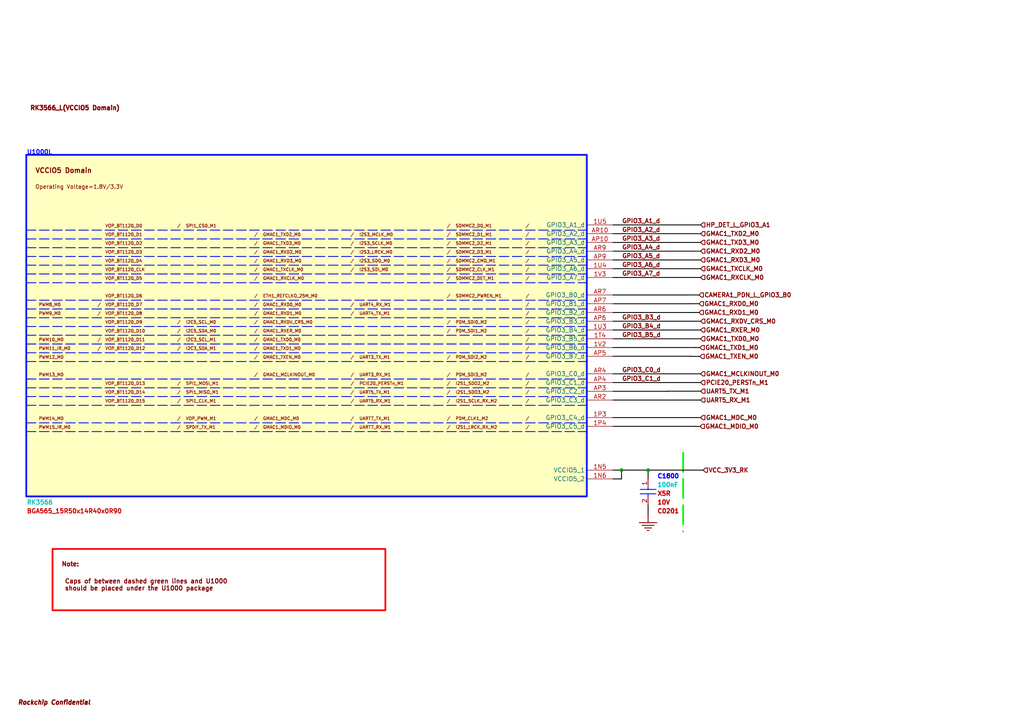
<source format=kicad_sch>
(kicad_sch (version 20231120) (generator "eeschema") (generator_version "8.0")
  (paper "User" 297.002 210.007)
  (lib_symbols
    (symbol "total-altium-import:18_0_CAP NP"
      (symbol "18_0_CAP NP_1_0"
        (pin passive line (at 2.54 2.54 270) (length 2.54) (name "1") (number "1"))
        (pin passive line (at 2.54 -5.08 90) (length 2.54) (name "2") (number "2"))
      )
    )
    (symbol "total-altium-import:18_0_SOC_RK3566"
      (symbol "18_0_SOC_RK3566_1_0"
        (pin passive line (at 30.48 -7.62 180) (length 7.62) (name "VDD_CPU_1") (number "1C12"))
        (pin passive line (at 30.48 -10.16 180) (length 7.62) (name "VDD_CPU_2") (number "1D11"))
        (pin passive line (at 30.48 -12.7 180) (length 7.62) (name "VDD_CPU_3") (number "1D12"))
        (pin passive line (at 30.48 -15.24 180) (length 7.62) (name "VDD_CPU_4") (number "1E11"))
        (pin passive line (at 30.48 -17.78 180) (length 7.62) (name "VDD_CPU_5") (number "1E12"))
        (pin passive line (at 30.48 -20.32 180) (length 7.62) (name "VDD_CPU_6") (number "1E13"))
        (pin passive line (at 30.48 -22.86 180) (length 7.62) (name "VDD_CPU_7") (number "1F11"))
        (pin passive line (at 30.48 -25.4 180) (length 7.62) (name "VDD_CPU_8") (number "1F12"))
        (pin passive line (at 30.48 -27.94 180) (length 7.62) (name "VDD_CPU_9") (number "1F13"))
        (pin passive line (at 30.48 -30.48 180) (length 7.62) (name "VDD_CPU_10") (number "1F14"))
        (pin passive line (at 30.48 -33.02 180) (length 7.62) (name "VDD_CPU_11") (number "1G13"))
        (pin passive line (at 30.48 -109.22 180) (length 7.62) (name "VDD_NPU_1") (number "1G15"))
        (pin passive line (at 30.48 -53.34 180) (length 7.62) (name "VDD_LOGIC_4") (number "1H10"))
        (pin passive line (at 30.48 -111.76 180) (length 7.62) (name "VDD_NPU_2") (number "1H14"))
        (pin passive line (at 30.48 -114.3 180) (length 7.62) (name "VDD_NPU_3") (number "1H15"))
        (pin passive line (at 30.48 -45.72 180) (length 7.62) (name "VDD_LOGIC_1") (number "1H7"))
        (pin passive line (at 30.48 -48.26 180) (length 7.62) (name "VDD_LOGIC_2") (number "1H8"))
        (pin passive line (at 30.48 -50.8 180) (length 7.62) (name "VDD_LOGIC_3") (number "1H9"))
        (pin passive line (at 30.48 -58.42 180) (length 7.62) (name "VDD_LOGIC_6") (number "1J10"))
        (pin passive line (at 30.48 -116.84 180) (length 7.62) (name "VDD_NPU_4") (number "1J14"))
        (pin passive line (at 30.48 -119.38 180) (length 7.62) (name "VDD_NPU_5") (number "1J15"))
        (pin passive line (at 30.48 -55.88 180) (length 7.62) (name "VDD_LOGIC_5") (number "1J7"))
        (pin passive line (at 30.48 -63.5 180) (length 7.62) (name "VDD_LOGIC_8") (number "1K10"))
        (pin passive line (at 30.48 -60.96 180) (length 7.62) (name "VDD_LOGIC_7") (number "1K7"))
        (pin passive line (at 30.48 -66.04 180) (length 7.62) (name "VDD_LOGIC_9") (number "1L7"))
        (pin passive line (at 30.48 -78.74 180) (length 7.62) (name "VDD_GPU_1") (number "1L8"))
        (pin passive line (at 30.48 -81.28 180) (length 7.62) (name "VDD_GPU_2") (number "1L9"))
        (pin passive line (at 30.48 -83.82 180) (length 7.62) (name "VDD_GPU_3") (number "1M7"))
        (pin passive line (at 30.48 -86.36 180) (length 7.62) (name "VDD_GPU_4") (number "1M8"))
        (pin passive line (at 30.48 -88.9 180) (length 7.62) (name "VDD_GPU_5") (number "1M9"))
      )
      (symbol "18_0_SOC_RK3566_2_0"
        (pin passive line (at 30.48 -78.74 180) (length 7.62) (name "VSS_30") (number "1B10"))
        (pin passive line (at 30.48 -81.28 180) (length 7.62) (name "VSS_31") (number "1B11"))
        (pin passive line (at 30.48 -83.82 180) (length 7.62) (name "VSS_32") (number "1B15"))
        (pin passive line (at 30.48 -86.36 180) (length 7.62) (name "VSS_33") (number "1B19"))
        (pin passive line (at 30.48 -101.6 180) (length 7.62) (name "VSS_39") (number "1C14"))
        (pin passive line (at 30.48 -104.14 180) (length 7.62) (name "VSS_40") (number "1C16"))
        (pin passive line (at 30.48 -106.68 180) (length 7.62) (name "VSS_41") (number "1C18"))
        (pin passive line (at 30.48 -88.9 180) (length 7.62) (name "VSS_34") (number "1C4"))
        (pin passive line (at 30.48 -91.44 180) (length 7.62) (name "VSS_35") (number "1C5"))
        (pin passive line (at 30.48 -93.98 180) (length 7.62) (name "VSS_36") (number "1C6"))
        (pin passive line (at 30.48 -96.52 180) (length 7.62) (name "VSS_37") (number "1C8"))
        (pin passive line (at 30.48 -99.06 180) (length 7.62) (name "VSS_38") (number "1C9"))
        (pin passive line (at 30.48 -109.22 180) (length 7.62) (name "VSS_42") (number "1D1"))
        (pin passive line (at 30.48 -114.3 180) (length 7.62) (name "VSS_44") (number "1D10"))
        (pin passive line (at 30.48 -116.84 180) (length 7.62) (name "VSS_45") (number "1D14"))
        (pin passive line (at 30.48 -111.76 180) (length 7.62) (name "VSS_43") (number "1D3"))
        (pin passive line (at 30.48 -124.46 180) (length 7.62) (name "VSS_48") (number "1E10"))
        (pin passive line (at 30.48 -127 180) (length 7.62) (name "VSS_49") (number "1E14"))
        (pin passive line (at 30.48 -129.54 180) (length 7.62) (name "VSS_50") (number "1E15"))
        (pin passive line (at 30.48 -119.38 180) (length 7.62) (name "VSS_46") (number "1E3"))
        (pin passive line (at 30.48 -121.92 180) (length 7.62) (name "VSS_47") (number "1E8"))
        (pin passive line (at 30.48 -5.08 180) (length 7.62) (name "VSS_1") (number "A1"))
        (pin passive line (at 30.48 -7.62 180) (length 7.62) (name "VSS_2") (number "A2"))
        (pin passive line (at 30.48 -10.16 180) (length 7.62) (name "VSS_3") (number "A38"))
        (pin passive line (at 30.48 -48.26 180) (length 7.62) (name "VSS_18") (number "AA2"))
        (pin passive line (at 30.48 -63.5 180) (length 7.62) (name "VSS_24") (number "AC37"))
        (pin passive line (at 30.48 -50.8 180) (length 7.62) (name "VSS_19") (number "AD2"))
        (pin passive line (at 30.48 -66.04 180) (length 7.62) (name "VSS_25") (number "AE37"))
        (pin passive line (at 30.48 -68.58 180) (length 7.62) (name "VSS_26") (number "AH37"))
        (pin passive line (at 30.48 -71.12 180) (length 7.62) (name "VSS_27") (number "AL37"))
        (pin passive line (at 30.48 -53.34 180) (length 7.62) (name "VSS_20") (number "AP2"))
        (pin passive line (at 30.48 -73.66 180) (length 7.62) (name "VSS_28") (number "AP37"))
        (pin passive line (at 30.48 -58.42 180) (length 7.62) (name "VSS_22") (number "AP8"))
        (pin passive line (at 30.48 -55.88 180) (length 7.62) (name "VSS_21") (number "AR1"))
        (pin passive line (at 30.48 -76.2 180) (length 7.62) (name "VSS_29") (number "AR38"))
        (pin passive line (at 30.48 -12.7 180) (length 7.62) (name "VSS_4") (number "B1"))
        (pin passive line (at 30.48 -20.32 180) (length 7.62) (name "VSS_7") (number "B11"))
        (pin passive line (at 30.48 -22.86 180) (length 7.62) (name "VSS_8") (number "B14"))
        (pin passive line (at 30.48 -25.4 180) (length 7.62) (name "VSS_9") (number "B18"))
        (pin passive line (at 30.48 -15.24 180) (length 7.62) (name "VSS_5") (number "B2"))
        (pin passive line (at 30.48 -27.94 180) (length 7.62) (name "VSS_10") (number "B21"))
        (pin passive line (at 30.48 -30.48 180) (length 7.62) (name "VSS_11") (number "B28"))
        (pin passive line (at 30.48 -33.02 180) (length 7.62) (name "VSS_12") (number "B31"))
        (pin passive line (at 30.48 -17.78 180) (length 7.62) (name "VSS_6") (number "B6"))
        (pin passive line (at 30.48 -35.56 180) (length 7.62) (name "VSS_13") (number "D2"))
        (pin passive line (at 30.48 -60.96 180) (length 7.62) (name "VSS_23") (number "E37"))
        (pin passive line (at 30.48 -38.1 180) (length 7.62) (name "VSS_14") (number "J2"))
        (pin passive line (at 30.48 -40.64 180) (length 7.62) (name "VSS_15") (number "L2"))
        (pin passive line (at 30.48 -43.18 180) (length 7.62) (name "VSS_16") (number "U2"))
        (pin passive line (at 30.48 -45.72 180) (length 7.62) (name "VSS_17") (number "W2"))
      )
      (symbol "18_0_SOC_RK3566_3_0"
        (pin passive line (at 30.48 -5.08 180) (length 7.62) (name "VSS_51") (number "1E17"))
        (pin passive line (at 30.48 -17.78 180) (length 7.62) (name "VSS_56") (number "1F10"))
        (pin passive line (at 30.48 -20.32 180) (length 7.62) (name "VSS_57") (number "1F15"))
        (pin passive line (at 30.48 -22.86 180) (length 7.62) (name "VSS_58") (number "1F16"))
        (pin passive line (at 30.48 -7.62 180) (length 7.62) (name "VSS_52") (number "1F6"))
        (pin passive line (at 30.48 -10.16 180) (length 7.62) (name "VSS_53") (number "1F7"))
        (pin passive line (at 30.48 -12.7 180) (length 7.62) (name "VSS_54") (number "1F8"))
        (pin passive line (at 30.48 -15.24 180) (length 7.62) (name "VSS_55") (number "1F9"))
        (pin passive line (at 30.48 -38.1 180) (length 7.62) (name "VSS_64") (number "1G10"))
        (pin passive line (at 30.48 -40.64 180) (length 7.62) (name "VSS_65") (number "1G11"))
        (pin passive line (at 30.48 -43.18 180) (length 7.62) (name "VSS_66") (number "1G12"))
        (pin passive line (at 30.48 -45.72 180) (length 7.62) (name "VSS_67") (number "1G14"))
        (pin passive line (at 30.48 -25.4 180) (length 7.62) (name "VSS_59") (number "1G3"))
        (pin passive line (at 30.48 -27.94 180) (length 7.62) (name "VSS_60") (number "1G6"))
        (pin passive line (at 30.48 -30.48 180) (length 7.62) (name "VSS_61") (number "1G7"))
        (pin passive line (at 30.48 -33.02 180) (length 7.62) (name "VSS_62") (number "1G8"))
        (pin passive line (at 30.48 -35.56 180) (length 7.62) (name "VSS_63") (number "1G9"))
        (pin passive line (at 30.48 -48.26 180) (length 7.62) (name "VSS_68") (number "1H1"))
        (pin passive line (at 30.48 -55.88 180) (length 7.62) (name "VSS_71") (number "1H11"))
        (pin passive line (at 30.48 -58.42 180) (length 7.62) (name "VSS_72") (number "1H12"))
        (pin passive line (at 30.48 -60.96 180) (length 7.62) (name "VSS_73") (number "1H13"))
        (pin passive line (at 30.48 -50.8 180) (length 7.62) (name "VSS_69") (number "1H2"))
        (pin passive line (at 30.48 -53.34 180) (length 7.62) (name "VSS_70") (number "1H6"))
        (pin passive line (at 30.48 -63.5 180) (length 7.62) (name "VSS_74") (number "1J1"))
        (pin passive line (at 30.48 -73.66 180) (length 7.62) (name "VSS_78") (number "1J11"))
        (pin passive line (at 30.48 -76.2 180) (length 7.62) (name "VSS_79") (number "1J12"))
        (pin passive line (at 30.48 -78.74 180) (length 7.62) (name "VSS_80") (number "1J13"))
        (pin passive line (at 30.48 -66.04 180) (length 7.62) (name "VSS_75") (number "1J6"))
        (pin passive line (at 30.48 -68.58 180) (length 7.62) (name "VSS_76") (number "1J8"))
        (pin passive line (at 30.48 -71.12 180) (length 7.62) (name "VSS_77") (number "1J9"))
        (pin passive line (at 30.48 -99.06 180) (length 7.62) (name "VSS_88") (number "1K11"))
        (pin passive line (at 30.48 -101.6 180) (length 7.62) (name "VSS_89") (number "1K12"))
        (pin passive line (at 30.48 -104.14 180) (length 7.62) (name "VSS_90") (number "1K13"))
        (pin passive line (at 30.48 -106.68 180) (length 7.62) (name "VSS_91") (number "1K14"))
        (pin passive line (at 30.48 -109.22 180) (length 7.62) (name "VSS_92") (number "1K15"))
        (pin passive line (at 30.48 -81.28 180) (length 7.62) (name "VSS_81") (number "1K2"))
        (pin passive line (at 30.48 -83.82 180) (length 7.62) (name "VSS_82") (number "1K3"))
        (pin passive line (at 30.48 -86.36 180) (length 7.62) (name "VSS_83") (number "1K4"))
        (pin passive line (at 30.48 -88.9 180) (length 7.62) (name "VSS_84") (number "1K5"))
        (pin passive line (at 30.48 -91.44 180) (length 7.62) (name "VSS_85") (number "1K6"))
        (pin passive line (at 30.48 -93.98 180) (length 7.62) (name "VSS_86") (number "1K8"))
        (pin passive line (at 30.48 -96.52 180) (length 7.62) (name "VSS_87") (number "1K9"))
        (pin passive line (at 30.48 -116.84 180) (length 7.62) (name "VSS_95") (number "1L10"))
        (pin passive line (at 30.48 -119.38 180) (length 7.62) (name "VSS_96") (number "1L11"))
        (pin passive line (at 30.48 -121.92 180) (length 7.62) (name "VSS_97") (number "1L12"))
        (pin passive line (at 30.48 -124.46 180) (length 7.62) (name "VSS_98") (number "1L13"))
        (pin passive line (at 30.48 -127 180) (length 7.62) (name "VSS_99") (number "1L14"))
        (pin passive line (at 30.48 -129.54 180) (length 7.62) (name "VSS_100") (number "1L15"))
        (pin passive line (at 30.48 -111.76 180) (length 7.62) (name "VSS_93") (number "1L3"))
        (pin passive line (at 30.48 -114.3 180) (length 7.62) (name "VSS_94") (number "1L6"))
      )
      (symbol "18_0_SOC_RK3566_4_0"
        (pin passive line (at 30.48 -15.24 180) (length 7.62) (name "VSS_105") (number "1M10"))
        (pin passive line (at 30.48 -17.78 180) (length 7.62) (name "VSS_106") (number "1M11"))
        (pin passive line (at 30.48 -20.32 180) (length 7.62) (name "VSS_107") (number "1M12"))
        (pin passive line (at 30.48 -22.86 180) (length 7.62) (name "VSS_108") (number "1M13"))
        (pin passive line (at 30.48 -25.4 180) (length 7.62) (name "VSS_109") (number "1M14"))
        (pin passive line (at 30.48 -27.94 180) (length 7.62) (name "VSS_110") (number "1M15"))
        (pin passive line (at 30.48 -30.48 180) (length 7.62) (name "VSS_111") (number "1M16"))
        (pin passive line (at 30.48 -33.02 180) (length 7.62) (name "VSS_112") (number "1M17"))
        (pin passive line (at 30.48 -35.56 180) (length 7.62) (name "VSS_113") (number "1M20"))
        (pin passive line (at 30.48 -5.08 180) (length 7.62) (name "VSS_101") (number "1M3"))
        (pin passive line (at 30.48 -7.62 180) (length 7.62) (name "VSS_102") (number "1M4"))
        (pin passive line (at 30.48 -10.16 180) (length 7.62) (name "VSS_103") (number "1M5"))
        (pin passive line (at 30.48 -12.7 180) (length 7.62) (name "VSS_104") (number "1M6"))
        (pin passive line (at 30.48 -38.1 180) (length 7.62) (name "VSS_114") (number "1N3"))
        (pin passive line (at 30.48 -40.64 180) (length 7.62) (name "VSS_115") (number "1N4"))
        (pin passive line (at 30.48 -43.18 180) (length 7.62) (name "VSS_116") (number "1N7"))
        (pin passive line (at 30.48 -45.72 180) (length 7.62) (name "VSS_117") (number "1P1"))
        (pin passive line (at 30.48 -55.88 180) (length 7.62) (name "VSS_121") (number "1P15"))
        (pin passive line (at 30.48 -48.26 180) (length 7.62) (name "VSS_118") (number "1P5"))
        (pin passive line (at 30.48 -50.8 180) (length 7.62) (name "VSS_119") (number "1P6"))
        (pin passive line (at 30.48 -53.34 180) (length 7.62) (name "VSS_120") (number "1P7"))
        (pin passive line (at 30.48 -58.42 180) (length 7.62) (name "VSS_122") (number "1R3"))
        (pin passive line (at 30.48 -60.96 180) (length 7.62) (name "VSS_123") (number "1R4"))
        (pin passive line (at 30.48 -63.5 180) (length 7.62) (name "VSS_124") (number "1R5"))
        (pin passive line (at 30.48 -66.04 180) (length 7.62) (name "VSS_125") (number "1R6"))
        (pin passive line (at 30.48 -68.58 180) (length 7.62) (name "VSS_126") (number "1R7"))
        (pin passive line (at 30.48 -71.12 180) (length 7.62) (name "VSS_127") (number "1T3"))
        (pin passive line (at 30.48 -73.66 180) (length 7.62) (name "VSS_128") (number "1T5"))
        (pin passive line (at 30.48 -76.2 180) (length 7.62) (name "VSS_129") (number "1U2"))
        (pin passive line (at 30.48 -78.74 180) (length 7.62) (name "VSS_130") (number "1V1"))
        (pin passive line (at 30.48 -81.28 180) (length 7.62) (name "VSS_131") (number "1V4"))
      )
      (symbol "18_0_SOC_RK3566_5_0"
        (pin passive line (at 30.48 -119.38 180) (length 7.62) (name "AVSS1_6") (number "1F20"))
        (pin passive line (at 30.48 -121.92 180) (length 7.62) (name "AVSS1_7") (number "1G16"))
        (pin passive line (at 30.48 -124.46 180) (length 7.62) (name "AVSS1_8") (number "1G18"))
        (pin passive line (at 30.48 -127 180) (length 7.62) (name "AVSS1_9") (number "1G19"))
        (pin passive line (at 30.48 -129.54 180) (length 7.62) (name "AVSS1_10") (number "1G20"))
        (pin passive line (at 30.48 -132.08 180) (length 7.62) (name "AVSS1_11") (number "1J16"))
        (pin passive line (at 30.48 -134.62 180) (length 7.62) (name "AVSS1_12") (number "1J18"))
        (pin passive line (at 30.48 -137.16 180) (length 7.62) (name "AVSS1_13") (number "1K18"))
        (pin passive line (at 30.48 -139.7 180) (length 7.62) (name "AVSS1_14") (number "1L19"))
        (pin passive line (at 30.48 -25.4 180) (length 7.62) (name "AVSS_9") (number "1N11"))
        (pin passive line (at 30.48 -27.94 180) (length 7.62) (name "AVSS_10") (number "1N12"))
        (pin passive line (at 30.48 -33.02 180) (length 7.62) (name "AVSS_12") (number "1P10"))
        (pin passive line (at 30.48 -35.56 180) (length 7.62) (name "AVSS_13") (number "1P14"))
        (pin passive line (at 30.48 -30.48 180) (length 7.62) (name "AVSS_11") (number "1P8"))
        (pin passive line (at 30.48 -43.18 180) (length 7.62) (name "AVSS_16") (number "1R11"))
        (pin passive line (at 30.48 -45.72 180) (length 7.62) (name "AVSS_17") (number "1R12"))
        (pin passive line (at 30.48 -48.26 180) (length 7.62) (name "AVSS_18") (number "1R13"))
        (pin passive line (at 30.48 -50.8 180) (length 7.62) (name "AVSS_19") (number "1R14"))
        (pin passive line (at 30.48 -53.34 180) (length 7.62) (name "AVSS_20") (number "1R15"))
        (pin passive line (at 30.48 -38.1 180) (length 7.62) (name "AVSS_14") (number "1R8"))
        (pin passive line (at 30.48 -40.64 180) (length 7.62) (name "AVSS_15") (number "1R9"))
        (pin passive line (at 30.48 -63.5 180) (length 7.62) (name "AVSS_24") (number "1T10"))
        (pin passive line (at 30.48 -66.04 180) (length 7.62) (name "AVSS_25") (number "1T11"))
        (pin passive line (at 30.48 -68.58 180) (length 7.62) (name "AVSS_26") (number "1T12"))
        (pin passive line (at 30.48 -71.12 180) (length 7.62) (name "AVSS_27") (number "1T13"))
        (pin passive line (at 30.48 -73.66 180) (length 7.62) (name "AVSS_28") (number "1T14"))
        (pin passive line (at 30.48 -76.2 180) (length 7.62) (name "AVSS_29") (number "1T15"))
        (pin passive line (at 30.48 -78.74 180) (length 7.62) (name "AVSS_30") (number "1T16"))
        (pin passive line (at 30.48 -81.28 180) (length 7.62) (name "AVSS_31") (number "1T17"))
        (pin passive line (at 30.48 -55.88 180) (length 7.62) (name "AVSS_21") (number "1T7"))
        (pin passive line (at 30.48 -58.42 180) (length 7.62) (name "AVSS_22") (number "1T8"))
        (pin passive line (at 30.48 -60.96 180) (length 7.62) (name "AVSS_23") (number "1T9"))
        (pin passive line (at 30.48 -83.82 180) (length 7.62) (name "AVSS_32") (number "1U12"))
        (pin passive line (at 30.48 -86.36 180) (length 7.62) (name "AVSS_33") (number "1U13"))
        (pin passive line (at 30.48 -88.9 180) (length 7.62) (name "AVSS_34") (number "1U15"))
        (pin passive line (at 30.48 -91.44 180) (length 7.62) (name "AVSS_35") (number "1U17"))
        (pin passive line (at 30.48 -96.52 180) (length 7.62) (name "AVSS_37") (number "1V12"))
        (pin passive line (at 30.48 -99.06 180) (length 7.62) (name "AVSS_38") (number "1V13"))
        (pin passive line (at 30.48 -101.6 180) (length 7.62) (name "AVSS_39") (number "1V18"))
        (pin passive line (at 30.48 -93.98 180) (length 7.62) (name "AVSS_36") (number "1V7"))
        (pin passive line (at 30.48 -5.08 180) (length 7.62) (name "AVSS_1") (number "AP13"))
        (pin passive line (at 30.48 -7.62 180) (length 7.62) (name "AVSS_2") (number "AP16"))
        (pin passive line (at 30.48 -10.16 180) (length 7.62) (name "AVSS_3") (number "AP19"))
        (pin passive line (at 30.48 -12.7 180) (length 7.62) (name "AVSS_4") (number "AP22"))
        (pin passive line (at 30.48 -15.24 180) (length 7.62) (name "AVSS_5") (number "AP25"))
        (pin passive line (at 30.48 -17.78 180) (length 7.62) (name "AVSS_6") (number "AP28"))
        (pin passive line (at 30.48 -20.32 180) (length 7.62) (name "AVSS_7") (number "AP31"))
        (pin passive line (at 30.48 -22.86 180) (length 7.62) (name "AVSS_8") (number "AP34"))
        (pin passive line (at 30.48 -106.68 180) (length 7.62) (name "AVSS1_1") (number "H37"))
        (pin passive line (at 30.48 -109.22 180) (length 7.62) (name "AVSS1_2") (number "L37"))
        (pin passive line (at 30.48 -111.76 180) (length 7.62) (name "AVSS1_3") (number "P37"))
        (pin passive line (at 30.48 -114.3 180) (length 7.62) (name "AVSS1_4") (number "U37"))
        (pin passive line (at 30.48 -116.84 180) (length 7.62) (name "AVSS1_5") (number "Y37"))
      )
      (symbol "18_0_SOC_RK3566_6_0"
        (text "---" (at 133.096 -13.462 0) (effects (font (size 0.889 0.889)) (justify left bottom)))
        (text "---" (at 178.816 -104.902 0) (effects (font (size 0.889 0.889)) (justify left bottom)))
        (text "---" (at 178.816 -76.962 0) (effects (font (size 0.889 0.889)) (justify left bottom)))
        (text "---" (at 178.816 -74.422 0) (effects (font (size 0.889 0.889)) (justify left bottom)))
        (text "---" (at 178.816 -66.802 0) (effects (font (size 0.889 0.889)) (justify left bottom)))
        (text "---" (at 178.816 -64.262 0) (effects (font (size 0.889 0.889)) (justify left bottom)))
        (text "---" (at 178.816 -56.642 0) (effects (font (size 0.889 0.889)) (justify left bottom)))
        (text "---" (at 178.816 -49.022 0) (effects (font (size 0.889 0.889)) (justify left bottom)))
        (text "---" (at 178.816 -41.402 0) (effects (font (size 0.889 0.889)) (justify left bottom)))
        (text "---" (at 178.816 -38.862 0) (effects (font (size 0.889 0.889)) (justify left bottom)))
        (text "---" (at 178.816 -31.242 0) (effects (font (size 0.889 0.889)) (justify left bottom)))
        (text "---" (at 178.816 -18.542 0) (effects (font (size 0.889 0.889)) (justify left bottom)))
        (text "---" (at 178.816 -13.462 0) (effects (font (size 0.889 0.889)) (justify left bottom)))
        (text "---" (at 178.816 -10.922 0) (effects (font (size 0.889 0.889)) (justify left bottom)))
        (text "/" (at 17.78 -155.702 0) (effects (font (size 0.889 0.889)) (justify left bottom)))
        (text "/" (at 17.78 -153.162 0) (effects (font (size 0.889 0.889)) (justify left bottom)))
        (text "/" (at 17.78 -148.082 0) (effects (font (size 0.889 0.889)) (justify left bottom)))
        (text "/" (at 17.78 -143.002 0) (effects (font (size 0.889 0.889)) (justify left bottom)))
        (text "/" (at 17.78 -140.462 0) (effects (font (size 0.889 0.889)) (justify left bottom)))
        (text "/" (at 17.78 -137.922 0) (effects (font (size 0.889 0.889)) (justify left bottom)))
        (text "/" (at 17.78 -135.382 0) (effects (font (size 0.889 0.889)) (justify left bottom)))
        (text "/" (at 17.78 -132.842 0) (effects (font (size 0.889 0.889)) (justify left bottom)))
        (text "/" (at 17.78 -130.302 0) (effects (font (size 0.889 0.889)) (justify left bottom)))
        (text "/" (at 17.78 -127.762 0) (effects (font (size 0.889 0.889)) (justify left bottom)))
        (text "/" (at 17.78 -125.222 0) (effects (font (size 0.889 0.889)) (justify left bottom)))
        (text "/" (at 17.78 -117.602 0) (effects (font (size 0.889 0.889)) (justify left bottom)))
        (text "/" (at 17.78 -115.062 0) (effects (font (size 0.889 0.889)) (justify left bottom)))
        (text "/" (at 17.78 -109.982 0) (effects (font (size 0.889 0.889)) (justify left bottom)))
        (text "/" (at 17.78 -104.902 0) (effects (font (size 0.889 0.889)) (justify left bottom)))
        (text "/" (at 17.78 -102.362 0) (effects (font (size 0.889 0.889)) (justify left bottom)))
        (text "/" (at 17.78 -99.822 0) (effects (font (size 0.889 0.889)) (justify left bottom)))
        (text "/" (at 17.78 -97.282 0) (effects (font (size 0.889 0.889)) (justify left bottom)))
        (text "/" (at 17.78 -94.742 0) (effects (font (size 0.889 0.889)) (justify left bottom)))
        (text "/" (at 17.78 -92.202 0) (effects (font (size 0.889 0.889)) (justify left bottom)))
        (text "/" (at 17.78 -89.662 0) (effects (font (size 0.889 0.889)) (justify left bottom)))
        (text "/" (at 17.78 -87.122 0) (effects (font (size 0.889 0.889)) (justify left bottom)))
        (text "/" (at 17.78 -79.502 0) (effects (font (size 0.889 0.889)) (justify left bottom)))
        (text "/" (at 17.78 -76.962 0) (effects (font (size 0.889 0.889)) (justify left bottom)))
        (text "/" (at 17.78 -71.882 0) (effects (font (size 0.889 0.889)) (justify left bottom)))
        (text "/" (at 17.78 -66.802 0) (effects (font (size 0.889 0.889)) (justify left bottom)))
        (text "/" (at 17.78 -64.262 0) (effects (font (size 0.889 0.889)) (justify left bottom)))
        (text "/" (at 17.78 -61.722 0) (effects (font (size 0.889 0.889)) (justify left bottom)))
        (text "/" (at 17.78 -59.182 0) (effects (font (size 0.889 0.889)) (justify left bottom)))
        (text "/" (at 17.78 -56.642 0) (effects (font (size 0.889 0.889)) (justify left bottom)))
        (text "/" (at 17.78 -54.102 0) (effects (font (size 0.889 0.889)) (justify left bottom)))
        (text "/" (at 17.78 -51.562 0) (effects (font (size 0.889 0.889)) (justify left bottom)))
        (text "/" (at 17.78 -49.022 0) (effects (font (size 0.889 0.889)) (justify left bottom)))
        (text "/" (at 17.78 -41.402 0) (effects (font (size 0.889 0.889)) (justify left bottom)))
        (text "/" (at 17.78 -38.862 0) (effects (font (size 0.889 0.889)) (justify left bottom)))
        (text "/" (at 17.78 -33.782 0) (effects (font (size 0.889 0.889)) (justify left bottom)))
        (text "/" (at 17.78 -28.702 0) (effects (font (size 0.889 0.889)) (justify left bottom)))
        (text "/" (at 17.78 -26.162 0) (effects (font (size 0.889 0.889)) (justify left bottom)))
        (text "/" (at 17.78 -23.622 0) (effects (font (size 0.889 0.889)) (justify left bottom)))
        (text "/" (at 17.78 -21.082 0) (effects (font (size 0.889 0.889)) (justify left bottom)))
        (text "/" (at 17.78 -18.542 0) (effects (font (size 0.889 0.889)) (justify left bottom)))
        (text "/" (at 17.78 -16.002 0) (effects (font (size 0.889 0.889)) (justify left bottom)))
        (text "/" (at 17.78 -13.462 0) (effects (font (size 0.889 0.889)) (justify left bottom)))
        (text "/" (at 17.78 -10.922 0) (effects (font (size 0.889 0.889)) (justify left bottom)))
        (text "/" (at 40.64 -155.702 0) (effects (font (size 0.889 0.889)) (justify left bottom)))
        (text "/" (at 40.64 -153.162 0) (effects (font (size 0.889 0.889)) (justify left bottom)))
        (text "/" (at 40.64 -148.082 0) (effects (font (size 0.889 0.889)) (justify left bottom)))
        (text "/" (at 40.64 -143.002 0) (effects (font (size 0.889 0.889)) (justify left bottom)))
        (text "/" (at 40.64 -140.462 0) (effects (font (size 0.889 0.889)) (justify left bottom)))
        (text "/" (at 40.64 -137.922 0) (effects (font (size 0.889 0.889)) (justify left bottom)))
        (text "/" (at 40.64 -135.382 0) (effects (font (size 0.889 0.889)) (justify left bottom)))
        (text "/" (at 40.64 -132.842 0) (effects (font (size 0.889 0.889)) (justify left bottom)))
        (text "/" (at 40.64 -130.302 0) (effects (font (size 0.889 0.889)) (justify left bottom)))
        (text "/" (at 40.64 -127.762 0) (effects (font (size 0.889 0.889)) (justify left bottom)))
        (text "/" (at 40.64 -125.222 0) (effects (font (size 0.889 0.889)) (justify left bottom)))
        (text "/" (at 40.64 -117.602 0) (effects (font (size 0.889 0.889)) (justify left bottom)))
        (text "/" (at 40.64 -115.062 0) (effects (font (size 0.889 0.889)) (justify left bottom)))
        (text "/" (at 40.64 -109.982 0) (effects (font (size 0.889 0.889)) (justify left bottom)))
        (text "/" (at 40.64 -104.902 0) (effects (font (size 0.889 0.889)) (justify left bottom)))
        (text "/" (at 40.64 -102.362 0) (effects (font (size 0.889 0.889)) (justify left bottom)))
        (text "/" (at 40.64 -99.822 0) (effects (font (size 0.889 0.889)) (justify left bottom)))
        (text "/" (at 40.64 -97.282 0) (effects (font (size 0.889 0.889)) (justify left bottom)))
        (text "/" (at 40.64 -94.742 0) (effects (font (size 0.889 0.889)) (justify left bottom)))
        (text "/" (at 40.64 -92.202 0) (effects (font (size 0.889 0.889)) (justify left bottom)))
        (text "/" (at 40.64 -89.662 0) (effects (font (size 0.889 0.889)) (justify left bottom)))
        (text "/" (at 40.64 -87.122 0) (effects (font (size 0.889 0.889)) (justify left bottom)))
        (text "/" (at 40.64 -79.502 0) (effects (font (size 0.889 0.889)) (justify left bottom)))
        (text "/" (at 40.64 -76.962 0) (effects (font (size 0.889 0.889)) (justify left bottom)))
        (text "/" (at 40.64 -71.882 0) (effects (font (size 0.889 0.889)) (justify left bottom)))
        (text "/" (at 40.64 -66.802 0) (effects (font (size 0.889 0.889)) (justify left bottom)))
        (text "/" (at 40.64 -64.262 0) (effects (font (size 0.889 0.889)) (justify left bottom)))
        (text "/" (at 40.64 -61.722 0) (effects (font (size 0.889 0.889)) (justify left bottom)))
        (text "/" (at 40.64 -59.182 0) (effects (font (size 0.889 0.889)) (justify left bottom)))
        (text "/" (at 40.64 -56.642 0) (effects (font (size 0.889 0.889)) (justify left bottom)))
        (text "/" (at 40.64 -54.102 0) (effects (font (size 0.889 0.889)) (justify left bottom)))
        (text "/" (at 40.64 -51.562 0) (effects (font (size 0.889 0.889)) (justify left bottom)))
        (text "/" (at 40.64 -49.022 0) (effects (font (size 0.889 0.889)) (justify left bottom)))
        (text "/" (at 40.64 -41.402 0) (effects (font (size 0.889 0.889)) (justify left bottom)))
        (text "/" (at 40.64 -38.862 0) (effects (font (size 0.889 0.889)) (justify left bottom)))
        (text "/" (at 40.64 -33.782 0) (effects (font (size 0.889 0.889)) (justify left bottom)))
        (text "/" (at 40.64 -28.702 0) (effects (font (size 0.889 0.889)) (justify left bottom)))
        (text "/" (at 40.64 -26.162 0) (effects (font (size 0.889 0.889)) (justify left bottom)))
        (text "/" (at 40.64 -23.622 0) (effects (font (size 0.889 0.889)) (justify left bottom)))
        (text "/" (at 40.64 -21.082 0) (effects (font (size 0.889 0.889)) (justify left bottom)))
        (text "/" (at 40.64 -18.542 0) (effects (font (size 0.889 0.889)) (justify left bottom)))
        (text "/" (at 40.64 -16.002 0) (effects (font (size 0.889 0.889)) (justify left bottom)))
        (text "/" (at 40.64 -13.462 0) (effects (font (size 0.889 0.889)) (justify left bottom)))
        (text "/" (at 40.64 -10.922 0) (effects (font (size 0.889 0.889)) (justify left bottom)))
        (text "/" (at 63.5 -155.702 0) (effects (font (size 0.889 0.889)) (justify left bottom)))
        (text "/" (at 63.5 -153.162 0) (effects (font (size 0.889 0.889)) (justify left bottom)))
        (text "/" (at 63.5 -148.082 0) (effects (font (size 0.889 0.889)) (justify left bottom)))
        (text "/" (at 63.5 -143.002 0) (effects (font (size 0.889 0.889)) (justify left bottom)))
        (text "/" (at 63.5 -140.462 0) (effects (font (size 0.889 0.889)) (justify left bottom)))
        (text "/" (at 63.5 -137.922 0) (effects (font (size 0.889 0.889)) (justify left bottom)))
        (text "/" (at 63.5 -135.382 0) (effects (font (size 0.889 0.889)) (justify left bottom)))
        (text "/" (at 63.5 -132.842 0) (effects (font (size 0.889 0.889)) (justify left bottom)))
        (text "/" (at 63.5 -130.302 0) (effects (font (size 0.889 0.889)) (justify left bottom)))
        (text "/" (at 63.5 -127.762 0) (effects (font (size 0.889 0.889)) (justify left bottom)))
        (text "/" (at 63.5 -125.222 0) (effects (font (size 0.889 0.889)) (justify left bottom)))
        (text "/" (at 63.5 -117.602 0) (effects (font (size 0.889 0.889)) (justify left bottom)))
        (text "/" (at 63.5 -115.062 0) (effects (font (size 0.889 0.889)) (justify left bottom)))
        (text "/" (at 63.5 -109.982 0) (effects (font (size 0.889 0.889)) (justify left bottom)))
        (text "/" (at 63.5 -104.902 0) (effects (font (size 0.889 0.889)) (justify left bottom)))
        (text "/" (at 63.5 -102.362 0) (effects (font (size 0.889 0.889)) (justify left bottom)))
        (text "/" (at 63.5 -99.822 0) (effects (font (size 0.889 0.889)) (justify left bottom)))
        (text "/" (at 63.5 -97.282 0) (effects (font (size 0.889 0.889)) (justify left bottom)))
        (text "/" (at 63.5 -94.742 0) (effects (font (size 0.889 0.889)) (justify left bottom)))
        (text "/" (at 63.5 -92.202 0) (effects (font (size 0.889 0.889)) (justify left bottom)))
        (text "/" (at 63.5 -89.662 0) (effects (font (size 0.889 0.889)) (justify left bottom)))
        (text "/" (at 63.5 -87.122 0) (effects (font (size 0.889 0.889)) (justify left bottom)))
        (text "/" (at 63.5 -79.502 0) (effects (font (size 0.889 0.889)) (justify left bottom)))
        (text "/" (at 63.5 -76.962 0) (effects (font (size 0.889 0.889)) (justify left bottom)))
        (text "/" (at 63.5 -71.882 0) (effects (font (size 0.889 0.889)) (justify left bottom)))
        (text "/" (at 63.5 -66.802 0) (effects (font (size 0.889 0.889)) (justify left bottom)))
        (text "/" (at 63.5 -64.262 0) (effects (font (size 0.889 0.889)) (justify left bottom)))
        (text "/" (at 63.5 -61.722 0) (effects (font (size 0.889 0.889)) (justify left bottom)))
        (text "/" (at 63.5 -59.182 0) (effects (font (size 0.889 0.889)) (justify left bottom)))
        (text "/" (at 63.5 -56.642 0) (effects (font (size 0.889 0.889)) (justify left bottom)))
        (text "/" (at 63.5 -54.102 0) (effects (font (size 0.889 0.889)) (justify left bottom)))
        (text "/" (at 63.5 -51.562 0) (effects (font (size 0.889 0.889)) (justify left bottom)))
        (text "/" (at 63.5 -49.022 0) (effects (font (size 0.889 0.889)) (justify left bottom)))
        (text "/" (at 63.5 -41.402 0) (effects (font (size 0.889 0.889)) (justify left bottom)))
        (text "/" (at 63.5 -38.862 0) (effects (font (size 0.889 0.889)) (justify left bottom)))
        (text "/" (at 63.5 -33.782 0) (effects (font (size 0.889 0.889)) (justify left bottom)))
        (text "/" (at 63.5 -28.702 0) (effects (font (size 0.889 0.889)) (justify left bottom)))
        (text "/" (at 63.5 -26.162 0) (effects (font (size 0.889 0.889)) (justify left bottom)))
        (text "/" (at 63.5 -23.622 0) (effects (font (size 0.889 0.889)) (justify left bottom)))
        (text "/" (at 63.5 -21.082 0) (effects (font (size 0.889 0.889)) (justify left bottom)))
        (text "/" (at 63.5 -18.542 0) (effects (font (size 0.889 0.889)) (justify left bottom)))
        (text "/" (at 63.5 -16.002 0) (effects (font (size 0.889 0.889)) (justify left bottom)))
        (text "/" (at 63.5 -13.462 0) (effects (font (size 0.889 0.889)) (justify left bottom)))
        (text "/" (at 63.5 -10.922 0) (effects (font (size 0.889 0.889)) (justify left bottom)))
        (text "/" (at 81.28 -155.702 0) (effects (font (size 0.889 0.889)) (justify left bottom)))
        (text "/" (at 81.28 -153.162 0) (effects (font (size 0.889 0.889)) (justify left bottom)))
        (text "/" (at 81.28 -148.082 0) (effects (font (size 0.889 0.889)) (justify left bottom)))
        (text "/" (at 81.28 -143.002 0) (effects (font (size 0.889 0.889)) (justify left bottom)))
        (text "/" (at 81.28 -140.462 0) (effects (font (size 0.889 0.889)) (justify left bottom)))
        (text "/" (at 81.28 -137.922 0) (effects (font (size 0.889 0.889)) (justify left bottom)))
        (text "/" (at 81.28 -135.382 0) (effects (font (size 0.889 0.889)) (justify left bottom)))
        (text "/" (at 81.28 -132.842 0) (effects (font (size 0.889 0.889)) (justify left bottom)))
        (text "/" (at 81.28 -130.302 0) (effects (font (size 0.889 0.889)) (justify left bottom)))
        (text "/" (at 81.28 -127.762 0) (effects (font (size 0.889 0.889)) (justify left bottom)))
        (text "/" (at 81.28 -125.222 0) (effects (font (size 0.889 0.889)) (justify left bottom)))
        (text "/" (at 81.28 -117.602 0) (effects (font (size 0.889 0.889)) (justify left bottom)))
        (text "/" (at 81.28 -115.062 0) (effects (font (size 0.889 0.889)) (justify left bottom)))
        (text "/" (at 81.28 -109.982 0) (effects (font (size 0.889 0.889)) (justify left bottom)))
        (text "/" (at 81.28 -104.902 0) (effects (font (size 0.889 0.889)) (justify left bottom)))
        (text "/" (at 81.28 -102.362 0) (effects (font (size 0.889 0.889)) (justify left bottom)))
        (text "/" (at 81.28 -99.822 0) (effects (font (size 0.889 0.889)) (justify left bottom)))
        (text "/" (at 81.28 -97.282 0) (effects (font (size 0.889 0.889)) (justify left bottom)))
        (text "/" (at 81.28 -94.742 0) (effects (font (size 0.889 0.889)) (justify left bottom)))
        (text "/" (at 81.28 -92.202 0) (effects (font (size 0.889 0.889)) (justify left bottom)))
        (text "/" (at 81.28 -89.662 0) (effects (font (size 0.889 0.889)) (justify left bottom)))
        (text "/" (at 81.28 -87.122 0) (effects (font (size 0.889 0.889)) (justify left bottom)))
        (text "/" (at 81.28 -79.502 0) (effects (font (size 0.889 0.889)) (justify left bottom)))
        (text "/" (at 81.28 -76.962 0) (effects (font (size 0.889 0.889)) (justify left bottom)))
        (text "/" (at 81.28 -71.882 0) (effects (font (size 0.889 0.889)) (justify left bottom)))
        (text "/" (at 81.28 -66.802 0) (effects (font (size 0.889 0.889)) (justify left bottom)))
        (text "/" (at 81.28 -64.262 0) (effects (font (size 0.889 0.889)) (justify left bottom)))
        (text "/" (at 81.28 -61.722 0) (effects (font (size 0.889 0.889)) (justify left bottom)))
        (text "/" (at 81.28 -59.182 0) (effects (font (size 0.889 0.889)) (justify left bottom)))
        (text "/" (at 81.28 -56.642 0) (effects (font (size 0.889 0.889)) (justify left bottom)))
        (text "/" (at 81.28 -54.102 0) (effects (font (size 0.889 0.889)) (justify left bottom)))
        (text "/" (at 81.28 -51.562 0) (effects (font (size 0.889 0.889)) (justify left bottom)))
        (text "/" (at 81.28 -49.022 0) (effects (font (size 0.889 0.889)) (justify left bottom)))
        (text "/" (at 81.28 -41.402 0) (effects (font (size 0.889 0.889)) (justify left bottom)))
        (text "/" (at 81.28 -38.862 0) (effects (font (size 0.889 0.889)) (justify left bottom)))
        (text "/" (at 81.28 -33.782 0) (effects (font (size 0.889 0.889)) (justify left bottom)))
        (text "/" (at 81.28 -28.702 0) (effects (font (size 0.889 0.889)) (justify left bottom)))
        (text "/" (at 81.28 -26.162 0) (effects (font (size 0.889 0.889)) (justify left bottom)))
        (text "/" (at 81.28 -23.622 0) (effects (font (size 0.889 0.889)) (justify left bottom)))
        (text "/" (at 81.28 -21.082 0) (effects (font (size 0.889 0.889)) (justify left bottom)))
        (text "/" (at 81.28 -18.542 0) (effects (font (size 0.889 0.889)) (justify left bottom)))
        (text "/" (at 81.28 -16.002 0) (effects (font (size 0.889 0.889)) (justify left bottom)))
        (text "/" (at 81.28 -13.462 0) (effects (font (size 0.889 0.889)) (justify left bottom)))
        (text "/" (at 81.28 -10.922 0) (effects (font (size 0.889 0.889)) (justify left bottom)))
        (text "/" (at 130.556 -104.902 0) (effects (font (size 0.889 0.889)) (justify left bottom)))
        (text "/" (at 130.556 -99.822 0) (effects (font (size 0.889 0.889)) (justify left bottom)))
        (text "/" (at 130.556 -97.282 0) (effects (font (size 0.889 0.889)) (justify left bottom)))
        (text "/" (at 130.556 -94.742 0) (effects (font (size 0.889 0.889)) (justify left bottom)))
        (text "/" (at 130.556 -92.202 0) (effects (font (size 0.889 0.889)) (justify left bottom)))
        (text "/" (at 130.556 -87.122 0) (effects (font (size 0.889 0.889)) (justify left bottom)))
        (text "/" (at 130.556 -84.582 0) (effects (font (size 0.889 0.889)) (justify left bottom)))
        (text "/" (at 130.556 -79.502 0) (effects (font (size 0.889 0.889)) (justify left bottom)))
        (text "/" (at 130.556 -76.962 0) (effects (font (size 0.889 0.889)) (justify left bottom)))
        (text "/" (at 130.556 -74.422 0) (effects (font (size 0.889 0.889)) (justify left bottom)))
        (text "/" (at 130.556 -69.342 0) (effects (font (size 0.889 0.889)) (justify left bottom)))
        (text "/" (at 130.556 -66.802 0) (effects (font (size 0.889 0.889)) (justify left bottom)))
        (text "/" (at 130.556 -64.262 0) (effects (font (size 0.889 0.889)) (justify left bottom)))
        (text "/" (at 130.556 -61.722 0) (effects (font (size 0.889 0.889)) (justify left bottom)))
        (text "/" (at 130.556 -56.642 0) (effects (font (size 0.889 0.889)) (justify left bottom)))
        (text "/" (at 130.556 -54.102 0) (effects (font (size 0.889 0.889)) (justify left bottom)))
        (text "/" (at 130.556 -51.562 0) (effects (font (size 0.889 0.889)) (justify left bottom)))
        (text "/" (at 130.556 -49.022 0) (effects (font (size 0.889 0.889)) (justify left bottom)))
        (text "/" (at 130.556 -43.942 0) (effects (font (size 0.889 0.889)) (justify left bottom)))
        (text "/" (at 130.556 -41.402 0) (effects (font (size 0.889 0.889)) (justify left bottom)))
        (text "/" (at 130.556 -38.862 0) (effects (font (size 0.889 0.889)) (justify left bottom)))
        (text "/" (at 130.556 -36.322 0) (effects (font (size 0.889 0.889)) (justify left bottom)))
        (text "/" (at 130.556 -31.242 0) (effects (font (size 0.889 0.889)) (justify left bottom)))
        (text "/" (at 130.556 -28.702 0) (effects (font (size 0.889 0.889)) (justify left bottom)))
        (text "/" (at 130.556 -26.162 0) (effects (font (size 0.889 0.889)) (justify left bottom)))
        (text "/" (at 130.556 -23.622 0) (effects (font (size 0.889 0.889)) (justify left bottom)))
        (text "/" (at 130.556 -18.542 0) (effects (font (size 0.889 0.889)) (justify left bottom)))
        (text "/" (at 130.556 -16.002 0) (effects (font (size 0.889 0.889)) (justify left bottom)))
        (text "/" (at 130.556 -13.462 0) (effects (font (size 0.889 0.889)) (justify left bottom)))
        (text "/" (at 130.556 -10.922 0) (effects (font (size 0.889 0.889)) (justify left bottom)))
        (text "/" (at 155.956 -104.902 0) (effects (font (size 0.889 0.889)) (justify left bottom)))
        (text "/" (at 155.956 -99.822 0) (effects (font (size 0.889 0.889)) (justify left bottom)))
        (text "/" (at 155.956 -97.282 0) (effects (font (size 0.889 0.889)) (justify left bottom)))
        (text "/" (at 155.956 -94.742 0) (effects (font (size 0.889 0.889)) (justify left bottom)))
        (text "/" (at 155.956 -92.202 0) (effects (font (size 0.889 0.889)) (justify left bottom)))
        (text "/" (at 155.956 -87.122 0) (effects (font (size 0.889 0.889)) (justify left bottom)))
        (text "/" (at 155.956 -84.582 0) (effects (font (size 0.889 0.889)) (justify left bottom)))
        (text "/" (at 155.956 -79.502 0) (effects (font (size 0.889 0.889)) (justify left bottom)))
        (text "/" (at 155.956 -76.962 0) (effects (font (size 0.889 0.889)) (justify left bottom)))
        (text "/" (at 155.956 -74.422 0) (effects (font (size 0.889 0.889)) (justify left bottom)))
        (text "/" (at 155.956 -69.342 0) (effects (font (size 0.889 0.889)) (justify left bottom)))
        (text "/" (at 155.956 -66.802 0) (effects (font (size 0.889 0.889)) (justify left bottom)))
        (text "/" (at 155.956 -64.262 0) (effects (font (size 0.889 0.889)) (justify left bottom)))
        (text "/" (at 155.956 -61.722 0) (effects (font (size 0.889 0.889)) (justify left bottom)))
        (text "/" (at 155.956 -56.642 0) (effects (font (size 0.889 0.889)) (justify left bottom)))
        (text "/" (at 155.956 -54.102 0) (effects (font (size 0.889 0.889)) (justify left bottom)))
        (text "/" (at 155.956 -51.562 0) (effects (font (size 0.889 0.889)) (justify left bottom)))
        (text "/" (at 155.956 -49.022 0) (effects (font (size 0.889 0.889)) (justify left bottom)))
        (text "/" (at 155.956 -43.942 0) (effects (font (size 0.889 0.889)) (justify left bottom)))
        (text "/" (at 155.956 -41.402 0) (effects (font (size 0.889 0.889)) (justify left bottom)))
        (text "/" (at 155.956 -38.862 0) (effects (font (size 0.889 0.889)) (justify left bottom)))
        (text "/" (at 155.956 -36.322 0) (effects (font (size 0.889 0.889)) (justify left bottom)))
        (text "/" (at 155.956 -31.242 0) (effects (font (size 0.889 0.889)) (justify left bottom)))
        (text "/" (at 155.956 -28.702 0) (effects (font (size 0.889 0.889)) (justify left bottom)))
        (text "/" (at 155.956 -26.162 0) (effects (font (size 0.889 0.889)) (justify left bottom)))
        (text "/" (at 155.956 -23.622 0) (effects (font (size 0.889 0.889)) (justify left bottom)))
        (text "/" (at 155.956 -18.542 0) (effects (font (size 0.889 0.889)) (justify left bottom)))
        (text "/" (at 155.956 -16.002 0) (effects (font (size 0.889 0.889)) (justify left bottom)))
        (text "/" (at 155.956 -13.462 0) (effects (font (size 0.889 0.889)) (justify left bottom)))
        (text "/" (at 155.956 -10.922 0) (effects (font (size 0.889 0.889)) (justify left bottom)))
        (text "/" (at 176.276 -104.902 0) (effects (font (size 0.889 0.889)) (justify left bottom)))
        (text "/" (at 176.276 -99.822 0) (effects (font (size 0.889 0.889)) (justify left bottom)))
        (text "/" (at 176.276 -97.282 0) (effects (font (size 0.889 0.889)) (justify left bottom)))
        (text "/" (at 176.276 -94.742 0) (effects (font (size 0.889 0.889)) (justify left bottom)))
        (text "/" (at 176.276 -92.202 0) (effects (font (size 0.889 0.889)) (justify left bottom)))
        (text "/" (at 176.276 -87.122 0) (effects (font (size 0.889 0.889)) (justify left bottom)))
        (text "/" (at 176.276 -84.582 0) (effects (font (size 0.889 0.889)) (justify left bottom)))
        (text "/" (at 176.276 -79.502 0) (effects (font (size 0.889 0.889)) (justify left bottom)))
        (text "/" (at 176.276 -76.962 0) (effects (font (size 0.889 0.889)) (justify left bottom)))
        (text "/" (at 176.276 -74.422 0) (effects (font (size 0.889 0.889)) (justify left bottom)))
        (text "/" (at 176.276 -69.342 0) (effects (font (size 0.889 0.889)) (justify left bottom)))
        (text "/" (at 176.276 -66.802 0) (effects (font (size 0.889 0.889)) (justify left bottom)))
        (text "/" (at 176.276 -64.262 0) (effects (font (size 0.889 0.889)) (justify left bottom)))
        (text "/" (at 176.276 -61.722 0) (effects (font (size 0.889 0.889)) (justify left bottom)))
        (text "/" (at 176.276 -56.642 0) (effects (font (size 0.889 0.889)) (justify left bottom)))
        (text "/" (at 176.276 -54.102 0) (effects (font (size 0.889 0.889)) (justify left bottom)))
        (text "/" (at 176.276 -51.562 0) (effects (font (size 0.889 0.889)) (justify left bottom)))
        (text "/" (at 176.276 -49.022 0) (effects (font (size 0.889 0.889)) (justify left bottom)))
        (text "/" (at 176.276 -43.942 0) (effects (font (size 0.889 0.889)) (justify left bottom)))
        (text "/" (at 176.276 -41.402 0) (effects (font (size 0.889 0.889)) (justify left bottom)))
        (text "/" (at 176.276 -38.862 0) (effects (font (size 0.889 0.889)) (justify left bottom)))
        (text "/" (at 176.276 -36.322 0) (effects (font (size 0.889 0.889)) (justify left bottom)))
        (text "/" (at 176.276 -31.242 0) (effects (font (size 0.889 0.889)) (justify left bottom)))
        (text "/" (at 176.276 -28.702 0) (effects (font (size 0.889 0.889)) (justify left bottom)))
        (text "/" (at 176.276 -26.162 0) (effects (font (size 0.889 0.889)) (justify left bottom)))
        (text "/" (at 176.276 -23.622 0) (effects (font (size 0.889 0.889)) (justify left bottom)))
        (text "/" (at 176.276 -18.542 0) (effects (font (size 0.889 0.889)) (justify left bottom)))
        (text "/" (at 176.276 -16.002 0) (effects (font (size 0.889 0.889)) (justify left bottom)))
        (text "/" (at 176.276 -13.462 0) (effects (font (size 0.889 0.889)) (justify left bottom)))
        (text "/" (at 176.276 -10.922 0) (effects (font (size 0.889 0.889)) (justify left bottom)))
        (text "/" (at 194.056 -104.902 0) (effects (font (size 0.889 0.889)) (justify left bottom)))
        (text "/" (at 194.056 -99.822 0) (effects (font (size 0.889 0.889)) (justify left bottom)))
        (text "/" (at 194.056 -97.282 0) (effects (font (size 0.889 0.889)) (justify left bottom)))
        (text "/" (at 194.056 -94.742 0) (effects (font (size 0.889 0.889)) (justify left bottom)))
        (text "/" (at 194.056 -92.202 0) (effects (font (size 0.889 0.889)) (justify left bottom)))
        (text "/" (at 194.056 -87.122 0) (effects (font (size 0.889 0.889)) (justify left bottom)))
        (text "/" (at 194.056 -84.582 0) (effects (font (size 0.889 0.889)) (justify left bottom)))
        (text "/" (at 194.056 -79.502 0) (effects (font (size 0.889 0.889)) (justify left bottom)))
        (text "/" (at 194.056 -76.962 0) (effects (font (size 0.889 0.889)) (justify left bottom)))
        (text "/" (at 194.056 -74.422 0) (effects (font (size 0.889 0.889)) (justify left bottom)))
        (text "/" (at 194.056 -69.342 0) (effects (font (size 0.889 0.889)) (justify left bottom)))
        (text "/" (at 194.056 -66.802 0) (effects (font (size 0.889 0.889)) (justify left bottom)))
        (text "/" (at 194.056 -64.262 0) (effects (font (size 0.889 0.889)) (justify left bottom)))
        (text "/" (at 194.056 -61.722 0) (effects (font (size 0.889 0.889)) (justify left bottom)))
        (text "/" (at 194.056 -56.642 0) (effects (font (size 0.889 0.889)) (justify left bottom)))
        (text "/" (at 194.056 -54.102 0) (effects (font (size 0.889 0.889)) (justify left bottom)))
        (text "/" (at 194.056 -51.562 0) (effects (font (size 0.889 0.889)) (justify left bottom)))
        (text "/" (at 194.056 -49.022 0) (effects (font (size 0.889 0.889)) (justify left bottom)))
        (text "/" (at 194.056 -43.942 0) (effects (font (size 0.889 0.889)) (justify left bottom)))
        (text "/" (at 194.056 -41.402 0) (effects (font (size 0.889 0.889)) (justify left bottom)))
        (text "/" (at 194.056 -38.862 0) (effects (font (size 0.889 0.889)) (justify left bottom)))
        (text "/" (at 194.056 -36.322 0) (effects (font (size 0.889 0.889)) (justify left bottom)))
        (text "/" (at 194.056 -31.242 0) (effects (font (size 0.889 0.889)) (justify left bottom)))
        (text "/" (at 194.056 -28.702 0) (effects (font (size 0.889 0.889)) (justify left bottom)))
        (text "/" (at 194.056 -26.162 0) (effects (font (size 0.889 0.889)) (justify left bottom)))
        (text "/" (at 194.056 -23.622 0) (effects (font (size 0.889 0.889)) (justify left bottom)))
        (text "/" (at 194.056 -18.542 0) (effects (font (size 0.889 0.889)) (justify left bottom)))
        (text "/" (at 194.056 -16.002 0) (effects (font (size 0.889 0.889)) (justify left bottom)))
        (text "/" (at 194.056 -13.462 0) (effects (font (size 0.889 0.889)) (justify left bottom)))
        (text "/" (at 194.056 -10.922 0) (effects (font (size 0.889 0.889)) (justify left bottom)))
        (text "0.60V" (at 162.56 -192.278 0) (effects (font (size 0.889 0.889) (thickness 0.1778) (bold yes)) (justify left bottom)))
        (text "1.10V" (at 149.86 -192.278 0) (effects (font (size 0.889 0.889)) (justify left bottom)))
        (text "1.10V" (at 149.86 -189.738 0) (effects (font (size 0.889 0.889)) (justify left bottom)))
        (text "1.10V" (at 162.56 -189.738 0) (effects (font (size 0.889 0.889)) (justify left bottom)))
        (text "1.20V" (at 149.86 -187.198 0) (effects (font (size 0.889 0.889)) (justify left bottom)))
        (text "1.20V" (at 149.86 -184.658 0) (effects (font (size 0.889 0.889)) (justify left bottom)))
        (text "1.20V" (at 162.56 -187.198 0) (effects (font (size 0.889 0.889)) (justify left bottom)))
        (text "1.20V" (at 162.56 -184.658 0) (effects (font (size 0.889 0.889)) (justify left bottom)))
        (text "1.35V" (at 149.86 -179.578 0) (effects (font (size 0.889 0.889)) (justify left bottom)))
        (text "1.35V" (at 162.56 -179.578 0) (effects (font (size 0.889 0.889)) (justify left bottom)))
        (text "1.50V" (at 149.86 -182.118 0) (effects (font (size 0.889 0.889)) (justify left bottom)))
        (text "1.50V" (at 162.56 -182.118 0) (effects (font (size 0.889 0.889)) (justify left bottom)))
        (text "DDR3" (at 66.04 -4.826 0) (effects (font (size 1.143 1.143) (thickness 0.2286) (bold yes)) (justify left bottom)))
        (text "DDR3" (at 137.16 -182.118 0) (effects (font (size 0.889 0.889)) (justify left bottom)))
        (text "DDR3" (at 160.02 -4.826 0) (effects (font (size 1.143 1.143) (thickness 0.2286) (bold yes)) (justify left bottom)))
        (text "DDR3_A0" (at 158.496 -56.642 0) (effects (font (size 0.889 0.889)) (justify left bottom)))
        (text "DDR3_A1" (at 158.496 -66.802 0) (effects (font (size 0.889 0.889)) (justify left bottom)))
        (text "DDR3_A10" (at 158.496 -41.402 0) (effects (font (size 0.889 0.889)) (justify left bottom)))
        (text "DDR3_A11" (at 158.496 -26.162 0) (effects (font (size 0.889 0.889)) (justify left bottom)))
        (text "DDR3_A12" (at 158.496 -69.342 0) (effects (font (size 0.889 0.889)) (justify left bottom)))
        (text "DDR3_A13" (at 158.496 -28.702 0) (effects (font (size 0.889 0.889)) (justify left bottom)))
        (text "DDR3_A14" (at 158.496 -51.562 0) (effects (font (size 0.889 0.889)) (justify left bottom)))
        (text "DDR3_A15" (at 158.496 -54.102 0) (effects (font (size 0.889 0.889)) (justify left bottom)))
        (text "DDR3_A2" (at 158.496 -13.462 0) (effects (font (size 0.889 0.889)) (justify left bottom)))
        (text "DDR3_A3" (at 158.496 -18.542 0) (effects (font (size 0.889 0.889)) (justify left bottom)))
        (text "DDR3_A4" (at 158.496 -16.002 0) (effects (font (size 0.889 0.889)) (justify left bottom)))
        (text "DDR3_A5" (at 158.496 -38.862 0) (effects (font (size 0.889 0.889)) (justify left bottom)))
        (text "DDR3_A6" (at 158.496 -36.322 0) (effects (font (size 0.889 0.889)) (justify left bottom)))
        (text "DDR3_A7" (at 158.496 -43.942 0) (effects (font (size 0.889 0.889)) (justify left bottom)))
        (text "DDR3_A8" (at 158.496 -31.242 0) (effects (font (size 0.889 0.889)) (justify left bottom)))
        (text "DDR3_A9" (at 158.496 -10.922 0) (effects (font (size 0.889 0.889)) (justify left bottom)))
        (text "DDR3_BA0" (at 158.496 -76.962 0) (effects (font (size 0.889 0.889)) (justify left bottom)))
        (text "DDR3_BA1" (at 158.496 -23.622 0) (effects (font (size 0.889 0.889)) (justify left bottom)))
        (text "DDR3_BA2" (at 158.496 -49.022 0) (effects (font (size 0.889 0.889)) (justify left bottom)))
        (text "DDR3_CASn" (at 158.496 -64.262 0) (effects (font (size 0.889 0.889)) (justify left bottom)))
        (text "DDR3_CKE" (at 158.496 -79.502 0) (effects (font (size 0.889 0.889)) (justify left bottom)))
        (text "DDR3_CLKN" (at 158.496 -87.122 0) (effects (font (size 0.889 0.889) (thickness 0.1778) (bold yes)) (justify left bottom)))
        (text "DDR3_CLKP" (at 158.496 -84.582 0) (effects (font (size 0.889 0.889) (thickness 0.1778) (bold yes)) (justify left bottom)))
        (text "DDR3_CS0n" (at 158.496 -99.822 0) (effects (font (size 0.889 0.889)) (justify left bottom)))
        (text "DDR3_CS1n" (at 158.496 -94.742 0) (effects (font (size 0.889 0.889)) (justify left bottom)))
        (text "DDR3_DM0" (at 66.04 -33.782 0) (effects (font (size 0.889 0.889)) (justify left bottom)))
        (text "DDR3_DM1" (at 66.04 -71.882 0) (effects (font (size 0.889 0.889)) (justify left bottom)))
        (text "DDR3_DM2" (at 66.04 -109.982 0) (effects (font (size 0.889 0.889)) (justify left bottom)))
        (text "DDR3_DM3" (at 66.04 -148.082 0) (effects (font (size 0.889 0.889)) (justify left bottom)))
        (text "DDR3_DQ0" (at 66.04 -10.922 0) (effects (font (size 0.889 0.889)) (justify left bottom)))
        (text "DDR3_DQ1" (at 66.04 -13.462 0) (effects (font (size 0.889 0.889)) (justify left bottom)))
        (text "DDR3_DQ10" (at 66.04 -54.102 0) (effects (font (size 0.889 0.889)) (justify left bottom)))
        (text "DDR3_DQ11" (at 66.04 -56.642 0) (effects (font (size 0.889 0.889)) (justify left bottom)))
        (text "DDR3_DQ12" (at 66.04 -59.182 0) (effects (font (size 0.889 0.889)) (justify left bottom)))
        (text "DDR3_DQ13" (at 66.04 -61.722 0) (effects (font (size 0.889 0.889)) (justify left bottom)))
        (text "DDR3_DQ14" (at 66.04 -64.262 0) (effects (font (size 0.889 0.889)) (justify left bottom)))
        (text "DDR3_DQ15" (at 66.04 -66.802 0) (effects (font (size 0.889 0.889)) (justify left bottom)))
        (text "DDR3_DQ16" (at 66.04 -87.122 0) (effects (font (size 0.889 0.889)) (justify left bottom)))
        (text "DDR3_DQ17" (at 66.04 -89.662 0) (effects (font (size 0.889 0.889)) (justify left bottom)))
        (text "DDR3_DQ18" (at 66.04 -92.202 0) (effects (font (size 0.889 0.889)) (justify left bottom)))
        (text "DDR3_DQ19" (at 66.04 -94.742 0) (effects (font (size 0.889 0.889)) (justify left bottom)))
        (text "DDR3_DQ2" (at 66.04 -16.002 0) (effects (font (size 0.889 0.889)) (justify left bottom)))
        (text "DDR3_DQ20" (at 66.04 -97.282 0) (effects (font (size 0.889 0.889)) (justify left bottom)))
        (text "DDR3_DQ21" (at 66.04 -99.822 0) (effects (font (size 0.889 0.889)) (justify left bottom)))
        (text "DDR3_DQ22" (at 66.04 -102.362 0) (effects (font (size 0.889 0.889)) (justify left bottom)))
        (text "DDR3_DQ23" (at 66.04 -104.902 0) (effects (font (size 0.889 0.889)) (justify left bottom)))
        (text "DDR3_DQ24" (at 66.04 -125.222 0) (effects (font (size 0.889 0.889)) (justify left bottom)))
        (text "DDR3_DQ25" (at 66.04 -127.762 0) (effects (font (size 0.889 0.889)) (justify left bottom)))
        (text "DDR3_DQ26" (at 66.04 -130.302 0) (effects (font (size 0.889 0.889)) (justify left bottom)))
        (text "DDR3_DQ27" (at 66.04 -132.842 0) (effects (font (size 0.889 0.889)) (justify left bottom)))
        (text "DDR3_DQ28" (at 66.04 -135.382 0) (effects (font (size 0.889 0.889)) (justify left bottom)))
        (text "DDR3_DQ29" (at 66.04 -137.922 0) (effects (font (size 0.889 0.889)) (justify left bottom)))
        (text "DDR3_DQ3" (at 66.04 -18.542 0) (effects (font (size 0.889 0.889)) (justify left bottom)))
        (text "DDR3_DQ30" (at 66.04 -140.462 0) (effects (font (size 0.889 0.889)) (justify left bottom)))
        (text "DDR3_DQ31" (at 66.04 -143.002 0) (effects (font (size 0.889 0.889)) (justify left bottom)))
        (text "DDR3_DQ4" (at 66.04 -21.082 0) (effects (font (size 0.889 0.889)) (justify left bottom)))
        (text "DDR3_DQ5" (at 66.04 -23.622 0) (effects (font (size 0.889 0.889)) (justify left bottom)))
        (text "DDR3_DQ6" (at 66.04 -26.162 0) (effects (font (size 0.889 0.889)) (justify left bottom)))
        (text "DDR3_DQ7" (at 66.04 -28.702 0) (effects (font (size 0.889 0.889)) (justify left bottom)))
        (text "DDR3_DQ8" (at 66.04 -49.022 0) (effects (font (size 0.889 0.889)) (justify left bottom)))
        (text "DDR3_DQ9" (at 66.04 -51.562 0) (effects (font (size 0.889 0.889)) (justify left bottom)))
        (text "DDR3_DQS0N" (at 66.04 -41.402 0) (effects (font (size 0.889 0.889)) (justify left bottom)))
        (text "DDR3_DQS0P" (at 66.04 -38.862 0) (effects (font (size 0.889 0.889)) (justify left bottom)))
        (text "DDR3_DQS1N" (at 66.04 -79.502 0) (effects (font (size 0.889 0.889)) (justify left bottom)))
        (text "DDR3_DQS1P" (at 66.04 -76.962 0) (effects (font (size 0.889 0.889)) (justify left bottom)))
        (text "DDR3_DQS2N" (at 66.04 -117.602 0) (effects (font (size 0.889 0.889)) (justify left bottom)))
        (text "DDR3_DQS2P" (at 66.04 -115.062 0) (effects (font (size 0.889 0.889)) (justify left bottom)))
        (text "DDR3_DQS3N" (at 66.04 -155.702 0) (effects (font (size 0.889 0.889)) (justify left bottom)))
        (text "DDR3_DQS3P" (at 66.04 -153.162 0) (effects (font (size 0.889 0.889)) (justify left bottom)))
        (text "DDR3_ODT0" (at 158.496 -97.282 0) (effects (font (size 0.889 0.889)) (justify left bottom)))
        (text "DDR3_ODT1" (at 158.496 -92.202 0) (effects (font (size 0.889 0.889)) (justify left bottom)))
        (text "DDR3_RASn" (at 158.496 -61.722 0) (effects (font (size 0.889 0.889)) (justify left bottom)))
        (text "DDR3_RESETn" (at 158.496 -104.902 0) (effects (font (size 0.889 0.889)) (justify left bottom)))
        (text "DDR3_WEn" (at 158.496 -74.422 0) (effects (font (size 0.889 0.889)) (justify left bottom)))
        (text "DDR3L" (at 137.16 -179.578 0) (effects (font (size 0.889 0.889)) (justify left bottom)))
        (text "DDR4" (at 20.32 -4.826 0) (effects (font (size 1.143 1.143) (thickness 0.2286) (bold yes)) (justify left bottom)))
        (text "DDR4" (at 111.76 -4.826 0) (effects (font (size 1.143 1.143) (thickness 0.2286) (bold yes)) (justify left bottom)))
        (text "DDR4" (at 137.16 -184.658 0) (effects (font (size 0.889 0.889)) (justify left bottom)))
        (text "DDR4_A0" (at 110.236 -10.922 0) (effects (font (size 0.889 0.889)) (justify left bottom)))
        (text "DDR4_A1" (at 110.236 -13.462 0) (effects (font (size 0.889 0.889)) (justify left bottom)))
        (text "DDR4_A10" (at 110.236 -41.402 0) (effects (font (size 0.889 0.889)) (justify left bottom)))
        (text "DDR4_A11" (at 110.236 -43.942 0) (effects (font (size 0.889 0.889)) (justify left bottom)))
        (text "DDR4_A12" (at 110.236 -49.022 0) (effects (font (size 0.889 0.889)) (justify left bottom)))
        (text "DDR4_A13" (at 110.236 -51.562 0) (effects (font (size 0.889 0.889)) (justify left bottom)))
        (text "DDR4_A14_WEn" (at 110.236 -54.102 0) (effects (font (size 0.889 0.889)) (justify left bottom)))
        (text "DDR4_A15_CASn" (at 110.236 -56.642 0) (effects (font (size 0.889 0.889)) (justify left bottom)))
        (text "DDR4_A16_RASn" (at 110.236 -61.722 0) (effects (font (size 0.889 0.889)) (justify left bottom)))
        (text "DDR4_A2" (at 110.236 -16.002 0) (effects (font (size 0.889 0.889)) (justify left bottom)))
        (text "DDR4_A3" (at 110.236 -18.542 0) (effects (font (size 0.889 0.889)) (justify left bottom)))
        (text "DDR4_A4" (at 110.236 -23.622 0) (effects (font (size 0.889 0.889)) (justify left bottom)))
        (text "DDR4_A5" (at 110.236 -26.162 0) (effects (font (size 0.889 0.889)) (justify left bottom)))
        (text "DDR4_A6" (at 110.236 -28.702 0) (effects (font (size 0.889 0.889)) (justify left bottom)))
        (text "DDR4_A7" (at 110.236 -31.242 0) (effects (font (size 0.889 0.889)) (justify left bottom)))
        (text "DDR4_A8" (at 110.236 -36.322 0) (effects (font (size 0.889 0.889)) (justify left bottom)))
        (text "DDR4_A9" (at 110.236 -38.862 0) (effects (font (size 0.889 0.889)) (justify left bottom)))
        (text "DDR4_ACTn" (at 110.236 -64.262 0) (effects (font (size 0.889 0.889)) (justify left bottom)))
        (text "DDR4_BA0" (at 110.236 -66.802 0) (effects (font (size 0.889 0.889)) (justify left bottom)))
        (text "DDR4_BA1" (at 110.236 -69.342 0) (effects (font (size 0.889 0.889)) (justify left bottom)))
        (text "DDR4_BG0" (at 110.236 -74.422 0) (effects (font (size 0.889 0.889)) (justify left bottom)))
        (text "DDR4_BG1" (at 110.236 -76.962 0) (effects (font (size 0.889 0.889)) (justify left bottom)))
        (text "DDR4_CKE" (at 110.236 -79.502 0) (effects (font (size 0.889 0.889)) (justify left bottom)))
        (text "DDR4_CLKN" (at 110.236 -87.122 0) (effects (font (size 0.889 0.889) (thickness 0.1778) (bold yes)) (justify left bottom)))
        (text "DDR4_CLKP" (at 110.236 -84.582 0) (effects (font (size 0.889 0.889) (thickness 0.1778) (bold yes)) (justify left bottom)))
        (text "DDR4_CS0n" (at 110.236 -92.202 0) (effects (font (size 0.889 0.889)) (justify left bottom)))
        (text "DDR4_CS1n" (at 110.236 -94.742 0) (effects (font (size 0.889 0.889)) (justify left bottom)))
        (text "DDR4_DML_A" (at 20.32 -33.782 0) (effects (font (size 0.889 0.889)) (justify left bottom)))
        (text "DDR4_DML_B" (at 20.32 -148.082 0) (effects (font (size 0.889 0.889)) (justify left bottom)))
        (text "DDR4_DMU_A" (at 20.32 -71.882 0) (effects (font (size 0.889 0.889)) (justify left bottom)))
        (text "DDR4_DMU_B" (at 20.32 -109.982 0) (effects (font (size 0.889 0.889)) (justify left bottom)))
        (text "DDR4_DQL0_A" (at 20.32 -10.922 0) (effects (font (size 0.889 0.889)) (justify left bottom)))
        (text "DDR4_DQL0_B" (at 20.32 -125.222 0) (effects (font (size 0.889 0.889)) (justify left bottom)))
        (text "DDR4_DQL1_A" (at 20.32 -28.702 0) (effects (font (size 0.889 0.889)) (justify left bottom)))
        (text "DDR4_DQL1_B" (at 20.32 -140.462 0) (effects (font (size 0.889 0.889)) (justify left bottom)))
        (text "DDR4_DQL2_A" (at 20.32 -13.462 0) (effects (font (size 0.889 0.889)) (justify left bottom)))
        (text "DDR4_DQL2_B" (at 20.32 -127.762 0) (effects (font (size 0.889 0.889)) (justify left bottom)))
        (text "DDR4_DQL3_A" (at 20.32 -26.162 0) (effects (font (size 0.889 0.889)) (justify left bottom)))
        (text "DDR4_DQL3_B" (at 20.32 -143.002 0) (effects (font (size 0.889 0.889)) (justify left bottom)))
        (text "DDR4_DQL4_A" (at 20.32 -16.002 0) (effects (font (size 0.889 0.889)) (justify left bottom)))
        (text "DDR4_DQL4_B" (at 20.32 -130.302 0) (effects (font (size 0.889 0.889)) (justify left bottom)))
        (text "DDR4_DQL5_A" (at 20.32 -23.622 0) (effects (font (size 0.889 0.889)) (justify left bottom)))
        (text "DDR4_DQL5_B" (at 20.32 -137.922 0) (effects (font (size 0.889 0.889)) (justify left bottom)))
        (text "DDR4_DQL6_A" (at 20.32 -18.542 0) (effects (font (size 0.889 0.889)) (justify left bottom)))
        (text "DDR4_DQL6_B" (at 20.32 -132.842 0) (effects (font (size 0.889 0.889)) (justify left bottom)))
        (text "DDR4_DQL7_A" (at 20.32 -21.082 0) (effects (font (size 0.889 0.889)) (justify left bottom)))
        (text "DDR4_DQL7_B" (at 20.32 -135.382 0) (effects (font (size 0.889 0.889)) (justify left bottom)))
        (text "DDR4_DQSL_N_A" (at 20.32 -41.402 0) (effects (font (size 0.889 0.889)) (justify left bottom)))
        (text "DDR4_DQSL_N_B" (at 20.32 -155.702 0) (effects (font (size 0.889 0.889)) (justify left bottom)))
        (text "DDR4_DQSL_P_A" (at 20.32 -38.862 0) (effects (font (size 0.889 0.889)) (justify left bottom)))
        (text "DDR4_DQSL_P_B" (at 20.32 -153.162 0) (effects (font (size 0.889 0.889)) (justify left bottom)))
        (text "DDR4_DQSU_N_A" (at 20.32 -79.502 0) (effects (font (size 0.889 0.889)) (justify left bottom)))
        (text "DDR4_DQSU_N_B" (at 20.32 -117.602 0) (effects (font (size 0.889 0.889)) (justify left bottom)))
        (text "DDR4_DQSU_P_A" (at 20.32 -76.962 0) (effects (font (size 0.889 0.889)) (justify left bottom)))
        (text "DDR4_DQSU_P_B" (at 20.32 -115.062 0) (effects (font (size 0.889 0.889)) (justify left bottom)))
        (text "DDR4_DQU0_A" (at 20.32 -66.802 0) (effects (font (size 0.889 0.889)) (justify left bottom)))
        (text "DDR4_DQU0_B" (at 20.32 -97.282 0) (effects (font (size 0.889 0.889)) (justify left bottom)))
        (text "DDR4_DQU1_A" (at 20.32 -51.562 0) (effects (font (size 0.889 0.889)) (justify left bottom)))
        (text "DDR4_DQU1_B" (at 20.32 -94.742 0) (effects (font (size 0.889 0.889)) (justify left bottom)))
        (text "DDR4_DQU2_A" (at 20.32 -59.182 0) (effects (font (size 0.889 0.889)) (justify left bottom)))
        (text "DDR4_DQU2_B" (at 20.32 -104.902 0) (effects (font (size 0.889 0.889)) (justify left bottom)))
        (text "DDR4_DQU3_A" (at 20.32 -49.022 0) (effects (font (size 0.889 0.889)) (justify left bottom)))
        (text "DDR4_DQU3_B" (at 20.32 -92.202 0) (effects (font (size 0.889 0.889)) (justify left bottom)))
        (text "DDR4_DQU4_A" (at 20.32 -61.722 0) (effects (font (size 0.889 0.889)) (justify left bottom)))
        (text "DDR4_DQU4_B" (at 20.32 -102.362 0) (effects (font (size 0.889 0.889)) (justify left bottom)))
        (text "DDR4_DQU5_A" (at 20.32 -56.642 0) (effects (font (size 0.889 0.889)) (justify left bottom)))
        (text "DDR4_DQU5_B" (at 20.32 -89.662 0) (effects (font (size 0.889 0.889)) (justify left bottom)))
        (text "DDR4_DQU6_A" (at 20.32 -64.262 0) (effects (font (size 0.889 0.889)) (justify left bottom)))
        (text "DDR4_DQU6_B" (at 20.32 -99.822 0) (effects (font (size 0.889 0.889)) (justify left bottom)))
        (text "DDR4_DQU7_A" (at 20.32 -54.102 0) (effects (font (size 0.889 0.889)) (justify left bottom)))
        (text "DDR4_DQU7_B" (at 20.32 -87.122 0) (effects (font (size 0.889 0.889)) (justify left bottom)))
        (text "DDR4_ODT0" (at 110.236 -97.282 0) (effects (font (size 0.889 0.889)) (justify left bottom)))
        (text "DDR4_ODT1" (at 110.236 -99.822 0) (effects (font (size 0.889 0.889)) (justify left bottom)))
        (text "DDR4_RESETn" (at 110.236 -104.902 0) (effects (font (size 0.889 0.889)) (justify left bottom)))
        (text "LPDDR3" (at 83.82 -4.826 0) (effects (font (size 1.143 1.143) (thickness 0.2286) (bold yes)) (justify left bottom)))
        (text "LPDDR3" (at 137.16 -187.198 0) (effects (font (size 0.889 0.889)) (justify left bottom)))
        (text "LPDDR3" (at 180.34 -4.826 0) (effects (font (size 1.143 1.143) (thickness 0.2286) (bold yes)) (justify left bottom)))
        (text "LPDDR3_A0" (at 178.816 -51.562 0) (effects (font (size 0.889 0.889)) (justify left bottom)))
        (text "LPDDR3_A1" (at 178.816 -28.702 0) (effects (font (size 0.889 0.889)) (justify left bottom)))
        (text "LPDDR3_A2" (at 178.816 -26.162 0) (effects (font (size 0.889 0.889)) (justify left bottom)))
        (text "LPDDR3_A3" (at 178.816 -23.622 0) (effects (font (size 0.889 0.889)) (justify left bottom)))
        (text "LPDDR3_A4" (at 178.816 -69.342 0) (effects (font (size 0.889 0.889)) (justify left bottom)))
        (text "LPDDR3_A5" (at 178.816 -54.102 0) (effects (font (size 0.889 0.889)) (justify left bottom)))
        (text "LPDDR3_A6" (at 178.816 -16.002 0) (effects (font (size 0.889 0.889)) (justify left bottom)))
        (text "LPDDR3_A7" (at 178.816 -61.722 0) (effects (font (size 0.889 0.889)) (justify left bottom)))
        (text "LPDDR3_A8" (at 178.816 -43.942 0) (effects (font (size 0.889 0.889)) (justify left bottom)))
        (text "LPDDR3_A9" (at 178.816 -36.322 0) (effects (font (size 0.889 0.889)) (justify left bottom)))
        (text "LPDDR3_CKE" (at 178.816 -79.502 0) (effects (font (size 0.889 0.889)) (justify left bottom)))
        (text "LPDDR3_CLKN" (at 178.816 -87.122 0) (effects (font (size 0.889 0.889) (thickness 0.1778) (bold yes)) (justify left bottom)))
        (text "LPDDR3_CLKP" (at 178.816 -84.582 0) (effects (font (size 0.889 0.889) (thickness 0.1778) (bold yes)) (justify left bottom)))
        (text "LPDDR3_CS0n" (at 178.816 -99.822 0) (effects (font (size 0.889 0.889)) (justify left bottom)))
        (text "LPDDR3_CS1n" (at 178.816 -97.282 0) (effects (font (size 0.889 0.889)) (justify left bottom)))
        (text "LPDDR3_DM0" (at 83.82 -109.982 0) (effects (font (size 0.889 0.889)) (justify left bottom)))
        (text "LPDDR3_DM1" (at 83.82 -33.782 0) (effects (font (size 0.889 0.889)) (justify left bottom)))
        (text "LPDDR3_DM2" (at 83.82 -148.082 0) (effects (font (size 0.889 0.889)) (justify left bottom)))
        (text "LPDDR3_DM3" (at 83.82 -71.882 0) (effects (font (size 0.889 0.889)) (justify left bottom)))
        (text "LPDDR3_DQ0" (at 83.82 -104.902 0) (effects (font (size 0.889 0.889)) (justify left bottom)))
        (text "LPDDR3_DQ1" (at 83.82 -87.122 0) (effects (font (size 0.889 0.889)) (justify left bottom)))
        (text "LPDDR3_DQ10" (at 83.82 -16.002 0) (effects (font (size 0.889 0.889)) (justify left bottom)))
        (text "LPDDR3_DQ11" (at 83.82 -28.702 0) (effects (font (size 0.889 0.889)) (justify left bottom)))
        (text "LPDDR3_DQ12" (at 83.82 -23.622 0) (effects (font (size 0.889 0.889)) (justify left bottom)))
        (text "LPDDR3_DQ13" (at 83.82 -21.082 0) (effects (font (size 0.889 0.889)) (justify left bottom)))
        (text "LPDDR3_DQ14" (at 83.82 -13.462 0) (effects (font (size 0.889 0.889)) (justify left bottom)))
        (text "LPDDR3_DQ15" (at 83.82 -10.922 0) (effects (font (size 0.889 0.889)) (justify left bottom)))
        (text "LPDDR3_DQ16" (at 83.82 -135.382 0) (effects (font (size 0.889 0.889)) (justify left bottom)))
        (text "LPDDR3_DQ17" (at 83.82 -137.922 0) (effects (font (size 0.889 0.889)) (justify left bottom)))
        (text "LPDDR3_DQ18" (at 83.82 -125.222 0) (effects (font (size 0.889 0.889)) (justify left bottom)))
        (text "LPDDR3_DQ19" (at 83.82 -127.762 0) (effects (font (size 0.889 0.889)) (justify left bottom)))
        (text "LPDDR3_DQ2" (at 83.82 -97.282 0) (effects (font (size 0.889 0.889)) (justify left bottom)))
        (text "LPDDR3_DQ20" (at 83.82 -140.462 0) (effects (font (size 0.889 0.889)) (justify left bottom)))
        (text "LPDDR3_DQ21" (at 83.82 -143.002 0) (effects (font (size 0.889 0.889)) (justify left bottom)))
        (text "LPDDR3_DQ22" (at 83.82 -130.302 0) (effects (font (size 0.889 0.889)) (justify left bottom)))
        (text "LPDDR3_DQ23" (at 83.82 -132.842 0) (effects (font (size 0.889 0.889)) (justify left bottom)))
        (text "LPDDR3_DQ24" (at 83.82 -51.562 0) (effects (font (size 0.889 0.889)) (justify left bottom)))
        (text "LPDDR3_DQ25" (at 83.82 -49.022 0) (effects (font (size 0.889 0.889)) (justify left bottom)))
        (text "LPDDR3_DQ26" (at 83.82 -59.182 0) (effects (font (size 0.889 0.889)) (justify left bottom)))
        (text "LPDDR3_DQ27" (at 83.82 -66.802 0) (effects (font (size 0.889 0.889)) (justify left bottom)))
        (text "LPDDR3_DQ28" (at 83.82 -54.102 0) (effects (font (size 0.889 0.889)) (justify left bottom)))
        (text "LPDDR3_DQ29" (at 83.82 -56.642 0) (effects (font (size 0.889 0.889)) (justify left bottom)))
        (text "LPDDR3_DQ3" (at 83.82 -99.822 0) (effects (font (size 0.889 0.889)) (justify left bottom)))
        (text "LPDDR3_DQ30" (at 83.82 -64.262 0) (effects (font (size 0.889 0.889)) (justify left bottom)))
        (text "LPDDR3_DQ31" (at 83.82 -61.722 0) (effects (font (size 0.889 0.889)) (justify left bottom)))
        (text "LPDDR3_DQ4" (at 83.82 -94.742 0) (effects (font (size 0.889 0.889)) (justify left bottom)))
        (text "LPDDR3_DQ5" (at 83.82 -89.662 0) (effects (font (size 0.889 0.889)) (justify left bottom)))
        (text "LPDDR3_DQ6" (at 83.82 -92.202 0) (effects (font (size 0.889 0.889)) (justify left bottom)))
        (text "LPDDR3_DQ7" (at 83.82 -102.362 0) (effects (font (size 0.889 0.889)) (justify left bottom)))
        (text "LPDDR3_DQ8" (at 83.82 -26.162 0) (effects (font (size 0.889 0.889)) (justify left bottom)))
        (text "LPDDR3_DQ9" (at 83.82 -18.542 0) (effects (font (size 0.889 0.889)) (justify left bottom)))
        (text "LPDDR3_DQS0N" (at 83.82 -117.602 0) (effects (font (size 0.889 0.889)) (justify left bottom)))
        (text "LPDDR3_DQS0P" (at 83.82 -115.062 0) (effects (font (size 0.889 0.889)) (justify left bottom)))
        (text "LPDDR3_DQS1N" (at 83.82 -41.402 0) (effects (font (size 0.889 0.889)) (justify left bottom)))
        (text "LPDDR3_DQS1P" (at 83.82 -38.862 0) (effects (font (size 0.889 0.889)) (justify left bottom)))
        (text "LPDDR3_DQS2N" (at 83.82 -155.702 0) (effects (font (size 0.889 0.889)) (justify left bottom)))
        (text "LPDDR3_DQS2P" (at 83.82 -153.162 0) (effects (font (size 0.889 0.889)) (justify left bottom)))
        (text "LPDDR3_DQS3N" (at 83.82 -79.502 0) (effects (font (size 0.889 0.889)) (justify left bottom)))
        (text "LPDDR3_DQS3P" (at 83.82 -76.962 0) (effects (font (size 0.889 0.889)) (justify left bottom)))
        (text "LPDDR3_ODT0" (at 178.816 -92.202 0) (effects (font (size 0.889 0.889)) (justify left bottom)))
        (text "LPDDR3_ODT1" (at 178.816 -94.742 0) (effects (font (size 0.889 0.889)) (justify left bottom)))
        (text "LPDDR4" (at 43.18 -4.826 0) (effects (font (size 1.143 1.143) (thickness 0.2286) (bold yes)) (justify left bottom)))
        (text "LPDDR4" (at 134.62 -4.826 0) (effects (font (size 1.143 1.143) (thickness 0.2286) (bold yes)) (justify left bottom)))
        (text "LPDDR4" (at 137.16 -189.738 0) (effects (font (size 0.889 0.889)) (justify left bottom)))
        (text "LPDDR4_A0_A" (at 133.096 -43.942 0) (effects (font (size 0.889 0.889)) (justify left bottom)))
        (text "LPDDR4_A0_B" (at 133.096 -51.562 0) (effects (font (size 0.889 0.889)) (justify left bottom)))
        (text "LPDDR4_A1_A" (at 133.096 -16.002 0) (effects (font (size 0.889 0.889)) (justify left bottom)))
        (text "LPDDR4_A1_B" (at 133.096 -28.702 0) (effects (font (size 0.889 0.889)) (justify left bottom)))
        (text "LPDDR4_A2_A" (at 133.096 -56.642 0) (effects (font (size 0.889 0.889)) (justify left bottom)))
        (text "LPDDR4_A2_B" (at 133.096 -66.802 0) (effects (font (size 0.889 0.889)) (justify left bottom)))
        (text "LPDDR4_A3_A" (at 133.096 -49.022 0) (effects (font (size 0.889 0.889)) (justify left bottom)))
        (text "LPDDR4_A3_B" (at 133.096 -23.622 0) (effects (font (size 0.889 0.889)) (justify left bottom)))
        (text "LPDDR4_A4_A" (at 133.096 -54.102 0) (effects (font (size 0.889 0.889)) (justify left bottom)))
        (text "LPDDR4_A4_B" (at 133.096 -69.342 0) (effects (font (size 0.889 0.889)) (justify left bottom)))
        (text "LPDDR4_A5_A" (at 133.096 -61.722 0) (effects (font (size 0.889 0.889)) (justify left bottom)))
        (text "LPDDR4_A5_B" (at 133.096 -26.162 0) (effects (font (size 0.889 0.889)) (justify left bottom)))
        (text "LPDDR4_CKE0_A" (at 133.096 -79.502 0) (effects (font (size 0.889 0.889)) (justify left bottom)))
        (text "LPDDR4_CKE0_B" (at 133.096 -41.402 0) (effects (font (size 0.889 0.889)) (justify left bottom)))
        (text "LPDDR4_CKE1_A" (at 133.096 -18.542 0) (effects (font (size 0.889 0.889)) (justify left bottom)))
        (text "LPDDR4_CKE1_B" (at 133.096 -64.262 0) (effects (font (size 0.889 0.889)) (justify left bottom)))
        (text "LPDDR4_CLKN_A" (at 133.096 -87.122 0) (effects (font (size 0.889 0.889) (thickness 0.1778) (bold yes)) (justify left bottom)))
        (text "LPDDR4_CLKN_B" (at 133.096 -38.862 0) (effects (font (size 0.889 0.889) (thickness 0.1778) (bold yes)) (justify left bottom)))
        (text "LPDDR4_CLKP_A" (at 133.096 -84.582 0) (effects (font (size 0.889 0.889) (thickness 0.1778) (bold yes)) (justify left bottom)))
        (text "LPDDR4_CLKP_B" (at 133.096 -10.922 0) (effects (font (size 0.889 0.889) (thickness 0.1778) (bold yes)) (justify left bottom)))
        (text "LPDDR4_CS0n_A" (at 133.096 -92.202 0) (effects (font (size 0.889 0.889)) (justify left bottom)))
        (text "LPDDR4_CS0n_B" (at 133.096 -99.822 0) (effects (font (size 0.889 0.889)) (justify left bottom)))
        (text "LPDDR4_CS1n_A" (at 133.096 -94.742 0) (effects (font (size 0.889 0.889)) (justify left bottom)))
        (text "LPDDR4_CS1n_B" (at 133.096 -97.282 0) (effects (font (size 0.889 0.889)) (justify left bottom)))
        (text "LPDDR4_DM0_A" (at 43.18 -33.782 0) (effects (font (size 0.889 0.889)) (justify left bottom)))
        (text "LPDDR4_DM0_B" (at 43.18 -109.982 0) (effects (font (size 0.889 0.889)) (justify left bottom)))
        (text "LPDDR4_DM1_A" (at 43.18 -71.882 0) (effects (font (size 0.889 0.889)) (justify left bottom)))
        (text "LPDDR4_DM1_B" (at 43.18 -148.082 0) (effects (font (size 0.889 0.889)) (justify left bottom)))
        (text "LPDDR4_DQ0_A" (at 43.18 -10.922 0) (effects (font (size 0.889 0.889)) (justify left bottom)))
        (text "LPDDR4_DQ0_B" (at 43.18 -87.122 0) (effects (font (size 0.889 0.889)) (justify left bottom)))
        (text "LPDDR4_DQ10_A" (at 43.18 -54.102 0) (effects (font (size 0.889 0.889)) (justify left bottom)))
        (text "LPDDR4_DQ10_B" (at 43.18 -130.302 0) (effects (font (size 0.889 0.889)) (justify left bottom)))
        (text "LPDDR4_DQ11_A" (at 43.18 -56.642 0) (effects (font (size 0.889 0.889)) (justify left bottom)))
        (text "LPDDR4_DQ11_B" (at 43.18 -132.842 0) (effects (font (size 0.889 0.889)) (justify left bottom)))
        (text "LPDDR4_DQ12_A" (at 43.18 -59.182 0) (effects (font (size 0.889 0.889)) (justify left bottom)))
        (text "LPDDR4_DQ12_B" (at 43.18 -135.382 0) (effects (font (size 0.889 0.889)) (justify left bottom)))
        (text "LPDDR4_DQ13_A" (at 43.18 -61.722 0) (effects (font (size 0.889 0.889)) (justify left bottom)))
        (text "LPDDR4_DQ13_B" (at 43.18 -137.922 0) (effects (font (size 0.889 0.889)) (justify left bottom)))
        (text "LPDDR4_DQ14_A" (at 43.18 -64.262 0) (effects (font (size 0.889 0.889)) (justify left bottom)))
        (text "LPDDR4_DQ14_B" (at 43.18 -140.462 0) (effects (font (size 0.889 0.889)) (justify left bottom)))
        (text "LPDDR4_DQ15_A" (at 43.18 -66.802 0) (effects (font (size 0.889 0.889)) (justify left bottom)))
        (text "LPDDR4_DQ15_B" (at 43.18 -143.002 0) (effects (font (size 0.889 0.889)) (justify left bottom)))
        (text "LPDDR4_DQ1_A" (at 43.18 -13.462 0) (effects (font (size 0.889 0.889)) (justify left bottom)))
        (text "LPDDR4_DQ1_B" (at 43.18 -89.662 0) (effects (font (size 0.889 0.889)) (justify left bottom)))
        (text "LPDDR4_DQ2_A" (at 43.18 -16.002 0) (effects (font (size 0.889 0.889)) (justify left bottom)))
        (text "LPDDR4_DQ2_B" (at 43.18 -92.202 0) (effects (font (size 0.889 0.889)) (justify left bottom)))
        (text "LPDDR4_DQ3_A" (at 43.18 -18.542 0) (effects (font (size 0.889 0.889)) (justify left bottom)))
        (text "LPDDR4_DQ3_B" (at 43.18 -94.742 0) (effects (font (size 0.889 0.889)) (justify left bottom)))
        (text "LPDDR4_DQ4_A" (at 43.18 -21.082 0) (effects (font (size 0.889 0.889)) (justify left bottom)))
        (text "LPDDR4_DQ4_B" (at 43.18 -97.282 0) (effects (font (size 0.889 0.889)) (justify left bottom)))
        (text "LPDDR4_DQ5_A" (at 43.18 -23.622 0) (effects (font (size 0.889 0.889)) (justify left bottom)))
        (text "LPDDR4_DQ5_B" (at 43.18 -99.822 0) (effects (font (size 0.889 0.889)) (justify left bottom)))
        (text "LPDDR4_DQ6_A" (at 43.18 -26.162 0) (effects (font (size 0.889 0.889)) (justify left bottom)))
        (text "LPDDR4_DQ6_B" (at 43.18 -102.362 0) (effects (font (size 0.889 0.889)) (justify left bottom)))
        (text "LPDDR4_DQ7_A" (at 43.18 -28.702 0) (effects (font (size 0.889 0.889)) (justify left bottom)))
        (text "LPDDR4_DQ7_B" (at 43.18 -104.902 0) (effects (font (size 0.889 0.889)) (justify left bottom)))
        (text "LPDDR4_DQ8_A" (at 43.18 -49.022 0) (effects (font (size 0.889 0.889)) (justify left bottom)))
        (text "LPDDR4_DQ8_B" (at 43.18 -125.222 0) (effects (font (size 0.889 0.889)) (justify left bottom)))
        (text "LPDDR4_DQ9_A" (at 43.18 -51.562 0) (effects (font (size 0.889 0.889)) (justify left bottom)))
        (text "LPDDR4_DQ9_B" (at 43.18 -127.762 0) (effects (font (size 0.889 0.889)) (justify left bottom)))
        (text "LPDDR4_DQS0N_A" (at 43.18 -41.402 0) (effects (font (size 0.889 0.889)) (justify left bottom)))
        (text "LPDDR4_DQS0N_B" (at 43.18 -117.602 0) (effects (font (size 0.889 0.889)) (justify left bottom)))
        (text "LPDDR4_DQS0P_A" (at 43.18 -38.862 0) (effects (font (size 0.889 0.889)) (justify left bottom)))
        (text "LPDDR4_DQS0P_B" (at 43.18 -115.062 0) (effects (font (size 0.889 0.889)) (justify left bottom)))
        (text "LPDDR4_DQS1N_A" (at 43.18 -79.502 0) (effects (font (size 0.889 0.889)) (justify left bottom)))
        (text "LPDDR4_DQS1N_B" (at 43.18 -155.702 0) (effects (font (size 0.889 0.889)) (justify left bottom)))
        (text "LPDDR4_DQS1P_A" (at 43.18 -76.962 0) (effects (font (size 0.889 0.889)) (justify left bottom)))
        (text "LPDDR4_DQS1P_B" (at 43.18 -153.162 0) (effects (font (size 0.889 0.889)) (justify left bottom)))
        (text "LPDDR4_ODT0_CA_A" (at 133.096 -36.322 0) (effects (font (size 0.889 0.889)) (justify left bottom)))
        (text "LPDDR4_ODT0_CA_B" (at 133.096 -31.242 0) (effects (font (size 0.889 0.889)) (justify left bottom)))
        (text "LPDDR4_ODT1_CA_A" (at 133.096 -76.962 0) (effects (font (size 0.889 0.889)) (justify left bottom)))
        (text "LPDDR4_ODT1_CA_B" (at 133.096 -74.422 0) (effects (font (size 0.889 0.889)) (justify left bottom)))
        (text "LPDDR4_RESETn" (at 133.096 -104.902 0) (effects (font (size 0.889 0.889)) (justify left bottom)))
        (text "LPDDR4X" (at 137.16 -192.278 0) (effects (font (size 0.889 0.889)) (justify left bottom)))
        (text "Note: Sequences can not be swap" (at 109.22 -110.998 0) (effects (font (size 0.889 0.889)) (justify left bottom)))
        (text "VDDQ" (at 149.86 -174.498 0) (effects (font (size 0.889 0.889)) (justify left bottom)))
        (text "VDDQL" (at 162.56 -174.498 0) (effects (font (size 0.889 0.889)) (justify left bottom)))
        (text_box "Note:\nExcept DDR3, other DQ sequences\ncan not be swap" (at 100.838 -185.42 0) (size -39.878 -6.858) (stroke (width -0.0001)) (fill (type color) (color 255 255 176 1)) (effects (font (size 1.27 1.27)) (justify left top)))
        (pin passive line (at 213.36 -60.96 180) (length 7.62) (name "AC16") (number "1A1"))
        (pin passive line (at -7.62 -99.06 0) (length 7.62) (name "DDR_DQ5_B") (number "1A10"))
        (pin passive line (at -7.62 -147.32 0) (length 7.62) (name "DDR_DM1_B") (number "1A11"))
        (pin passive line (at 213.36 -63.5 180) (length 7.62) (name "AC17") (number "1A2"))
        (pin passive line (at 213.36 -40.64 180) (length 7.62) (name "AC10") (number "1A3"))
        (pin passive line (at 213.36 -73.66 180) (length 7.62) (name "AC20") (number "1A4"))
        (pin passive line (at 213.36 -96.52 180) (length 7.62) (name "AC27") (number "1A5"))
        (pin passive line (at 213.36 -68.58 180) (length 7.62) (name "AC19") (number "1A6"))
        (pin passive line (at -7.62 -93.98 0) (length 7.62) (name "DDR_DQ3_B") (number "1A7"))
        (pin passive line (at -7.62 -91.44 0) (length 7.62) (name "DDR_DQ2_B") (number "1A8"))
        (pin passive line (at -7.62 -104.14 0) (length 7.62) (name "DDR_DQ7_B") (number "1A9"))
        (pin passive line (at 213.36 -53.34 180) (length 7.62) (name "AC14") (number "1B1"))
        (pin passive line (at 213.36 -48.26 180) (length 7.62) (name "AC12") (number "1B3"))
        (pin passive line (at 213.36 -99.06 180) (length 7.62) (name "AC28") (number "1B5"))
        (pin passive line (at 213.36 -22.86 180) (length 7.62) (name "AC4") (number "1B6"))
        (pin passive line (at 213.36 -66.04 180) (length 7.62) (name "AC18") (number "1B7"))
        (pin passive line (at -7.62 -109.22 0) (length 7.62) (name "DDR_DM0_B") (number "1B8"))
        (pin passive line (at -7.62 -101.6 0) (length 7.62) (name "DDR_DQ6_B") (number "1B9"))
        (pin passive line (at 213.36 -55.88 180) (length 7.62) (name "AC15") (number "1C1"))
        (pin passive line (at -7.62 -139.7 0) (length 7.62) (name "DDR_DQ14_B") (number "1C10"))
        (pin passive line (at 213.36 -76.2 180) (length 7.62) (name "AC21") (number "1C2"))
        (pin passive line (at 213.36 -17.78 180) (length 7.62) (name "AC3") (number "1C3"))
        (pin passive line (at 213.36 -104.14 180) (length 7.62) (name "AC29") (number "1C7"))
        (pin passive line (at 213.36 -12.7 180) (length 7.62) (name "AC1") (number "1D2"))
        (pin passive line (at 213.36 -193.04 180) (length 7.62) (name "DDR_AVSS") (number "1D4"))
        (pin passive line (at 213.36 -144.78 180) (length 7.62) (name "DDR_VDDQ_1") (number "1D5"))
        (pin passive line (at 213.36 -147.32 180) (length 7.62) (name "DDR_VDDQ_2") (number "1D6"))
        (pin passive line (at 213.36 -149.86 180) (length 7.62) (name "DDR_VDDQ_3") (number "1D7"))
        (pin passive line (at 213.36 -152.4 180) (length 7.62) (name "DDR_VDDQ_4") (number "1D8"))
        (pin passive line (at 213.36 -154.94 180) (length 7.62) (name "DDR_VDDQ_5") (number "1D9"))
        (pin passive line (at -7.62 -27.94 0) (length 7.62) (name "DDR_DQ7_A") (number "1E1"))
        (pin passive line (at -7.62 -33.02 0) (length 7.62) (name "DDR_DM0_A") (number "1E2"))
        (pin passive line (at 213.36 -157.48 180) (length 7.62) (name "DDR_VDDQ_6") (number "1E4"))
        (pin passive line (at 213.36 -172.72 180) (length 7.62) (name "DDR_VDDQL_1") (number "1E6"))
        (pin passive line (at 213.36 -175.26 180) (length 7.62) (name "DDR_VDDQL_2") (number "1E7"))
        (pin passive line (at 213.36 -177.8 180) (length 7.62) (name "DDR_VDDQL_3") (number "1E9"))
        (pin passive line (at -7.62 -63.5 0) (length 7.62) (name "DDR_DQ14_A") (number "1F1"))
        (pin passive line (at -7.62 -60.96 0) (length 7.62) (name "DDR_DQ13_A") (number "1F2"))
        (pin passive line (at 213.36 -119.38 180) (length 7.62) (name "DDR_RZQ") (number "1F3"))
        (pin passive line (at 213.36 -160.02 180) (length 7.62) (name "DDR_VDDQ_7") (number "1F4"))
        (pin passive line (at 213.36 -180.34 180) (length 7.62) (name "DDR_VDDQL_4") (number "1F5"))
        (pin passive line (at -7.62 -71.12 0) (length 7.62) (name "DDR_DM1_A") (number "1G1"))
        (pin passive line (at -7.62 -66.04 0) (length 7.62) (name "DDR_DQ15_A") (number "1G2"))
        (pin passive line (at 213.36 -162.56 180) (length 7.62) (name "DDR_VDDQ_8") (number "1G4"))
        (pin passive line (at 213.36 -182.88 180) (length 7.62) (name "DDR_VDDQL_5") (number "1G5"))
        (pin passive line (at 213.36 -132.08 180) (length 7.62) (name "DDR_VREFOUT") (number "1H3"))
        (pin passive line (at 213.36 -30.48 180) (length 7.62) (name "AC7") (number "A10"))
        (pin passive line (at -7.62 -116.84 0) (length 7.62) (name "DDR_DQS0N_B") (number "A12"))
        (pin passive line (at -7.62 -114.3 0) (length 7.62) (name "DDR_DQS0P_B") (number "A13"))
        (pin passive line (at -7.62 -134.62 0) (length 7.62) (name "DDR_DQ12_B") (number "A15"))
        (pin passive line (at -7.62 -152.4 0) (length 7.62) (name "DDR_DQS1P_B") (number "A17"))
        (pin passive line (at -7.62 -127 0) (length 7.62) (name "DDR_DQ9_B") (number "A19"))
        (pin passive line (at -7.62 -129.54 0) (length 7.62) (name "DDR_DQ10_B") (number "A20"))
        (pin passive line (at 213.36 -93.98 180) (length 7.62) (name "AC26") (number "A3"))
        (pin passive line (at 213.36 -83.82 180) (length 7.62) (name "AC23") (number "A5"))
        (pin passive line (at 213.36 -10.16 180) (length 7.62) (name "AC0") (number "A7"))
        (pin passive line (at 213.36 -50.8 180) (length 7.62) (name "AC13") (number "A9"))
        (pin passive line (at -7.62 -88.9 0) (length 7.62) (name "DDR_DQ1_B") (number "B10"))
        (pin passive line (at -7.62 -86.36 0) (length 7.62) (name "DDR_DQ0_B") (number "B12"))
        (pin passive line (at -7.62 -96.52 0) (length 7.62) (name "DDR_DQ4_B") (number "B13"))
        (pin passive line (at -7.62 -137.16 0) (length 7.62) (name "DDR_DQ13_B") (number "B15"))
        (pin passive line (at -7.62 -142.24 0) (length 7.62) (name "DDR_DQ15_B") (number "B16"))
        (pin passive line (at -7.62 -154.94 0) (length 7.62) (name "DDR_DQS1N_B") (number "B17"))
        (pin passive line (at -7.62 -124.46 0) (length 7.62) (name "DDR_DQ8_B") (number "B19"))
        (pin passive line (at -7.62 -132.08 0) (length 7.62) (name "DDR_DQ11_B") (number "B20"))
        (pin passive line (at 213.36 -91.44 180) (length 7.62) (name "AC25") (number "B3"))
        (pin passive line (at 213.36 -78.74 180) (length 7.62) (name "AC22") (number "B4"))
        (pin passive line (at 213.36 -86.36 180) (length 7.62) (name "AC24") (number "B5"))
        (pin passive line (at 213.36 -38.1 180) (length 7.62) (name "AC9") (number "B7"))
        (pin passive line (at 213.36 -25.4 180) (length 7.62) (name "AC5") (number "B8"))
        (pin passive line (at 213.36 -27.94 180) (length 7.62) (name "AC6") (number "B9"))
        (pin passive line (at 213.36 -15.24 180) (length 7.62) (name "AC2") (number "C1"))
        (pin passive line (at 213.36 -43.18 180) (length 7.62) (name "AC11") (number "C2"))
        (pin passive line (at -7.62 -17.78 0) (length 7.62) (name "DDR_DQ3_A") (number "E1"))
        (pin passive line (at 213.36 -35.56 180) (length 7.62) (name "AC8") (number "E2"))
        (pin passive line (at -7.62 -15.24 0) (length 7.62) (name "DDR_DQ2_A") (number "F1"))
        (pin passive line (at -7.62 -12.7 0) (length 7.62) (name "DDR_DQ1_A") (number "F2"))
        (pin passive line (at -7.62 -10.16 0) (length 7.62) (name "DDR_DQ0_A") (number "G2"))
        (pin passive line (at -7.62 -40.64 0) (length 7.62) (name "DDR_DQS0N_A") (number "H1"))
        (pin passive line (at -7.62 -38.1 0) (length 7.62) (name "DDR_DQS0P_A") (number "H2"))
        (pin passive line (at -7.62 -22.86 0) (length 7.62) (name "DDR_DQ5_A") (number "K1"))
        (pin passive line (at -7.62 -25.4 0) (length 7.62) (name "DDR_DQ6_A") (number "K2"))
        (pin passive line (at -7.62 -58.42 0) (length 7.62) (name "DDR_DQ12_A") (number "M1"))
        (pin passive line (at -7.62 -20.32 0) (length 7.62) (name "DDR_DQ4_A") (number "M2"))
        (pin passive line (at -7.62 -76.2 0) (length 7.62) (name "DDR_DQS1P_A") (number "N1"))
        (pin passive line (at -7.62 -78.74 0) (length 7.62) (name "DDR_DQS1N_A") (number "N2"))
        (pin passive line (at -7.62 -48.26 0) (length 7.62) (name "DDR_DQ8_A") (number "P2"))
        (pin passive line (at -7.62 -50.8 0) (length 7.62) (name "DDR_DQ9_A") (number "R1"))
        (pin passive line (at -7.62 -53.34 0) (length 7.62) (name "DDR_DQ10_A") (number "R2"))
        (pin passive line (at -7.62 -55.88 0) (length 7.62) (name "DDR_DQ11_A") (number "T2"))
      )
      (symbol "18_0_SOC_RK3566_7_0"
        (text "(PMUPLL_AVDD_1V8)" (at 2.54 -47.498 0) (effects (font (size 0.889 0.889)) (justify left bottom)))
        (text "/" (at 45.72 -115.062 0) (effects (font (size 0.889 0.889)) (justify left bottom)))
        (text "/" (at 45.72 -109.982 0) (effects (font (size 0.889 0.889)) (justify left bottom)))
        (text "/" (at 45.72 -107.442 0) (effects (font (size 0.889 0.889)) (justify left bottom)))
        (text "/" (at 45.72 -102.362 0) (effects (font (size 0.889 0.889)) (justify left bottom)))
        (text "/" (at 60.96 -125.222 0) (effects (font (size 0.889 0.889)) (justify left bottom)))
        (text "/" (at 60.96 -112.522 0) (effects (font (size 0.889 0.889)) (justify left bottom)))
        (text "/" (at 60.96 -99.822 0) (effects (font (size 0.889 0.889)) (justify left bottom)))
        (text "/" (at 60.96 -97.282 0) (effects (font (size 0.889 0.889)) (justify left bottom)))
        (text "/" (at 83.82 -122.682 0) (effects (font (size 0.889 0.889)) (justify left bottom)))
        (text "/" (at 83.82 -120.142 0) (effects (font (size 0.889 0.889)) (justify left bottom)))
        (text "/" (at 83.82 -117.602 0) (effects (font (size 0.889 0.889)) (justify left bottom)))
        (text "/" (at 83.82 -99.822 0) (effects (font (size 0.889 0.889)) (justify left bottom)))
        (text "/" (at 83.82 -97.282 0) (effects (font (size 0.889 0.889)) (justify left bottom)))
        (text "/" (at 83.82 -84.582 0) (effects (font (size 0.889 0.889)) (justify left bottom)))
        (text "/" (at 88.9 -46.482 0) (effects (font (size 0.889 0.889)) (justify left bottom)))
        (text "/" (at 88.9 -43.942 0) (effects (font (size 0.889 0.889)) (justify left bottom)))
        (text "/" (at 88.9 -41.402 0) (effects (font (size 0.889 0.889)) (justify left bottom)))
        (text "/" (at 106.68 -125.222 0) (effects (font (size 0.889 0.889)) (justify left bottom)))
        (text "/" (at 106.68 -117.602 0) (effects (font (size 0.889 0.889)) (justify left bottom)))
        (text "/" (at 106.68 -109.982 0) (effects (font (size 0.889 0.889)) (justify left bottom)))
        (text "/" (at 106.68 -107.442 0) (effects (font (size 0.889 0.889)) (justify left bottom)))
        (text "/" (at 106.68 -99.822 0) (effects (font (size 0.889 0.889)) (justify left bottom)))
        (text "/" (at 106.68 -97.282 0) (effects (font (size 0.889 0.889)) (justify left bottom)))
        (text "/" (at 106.68 -94.742 0) (effects (font (size 0.889 0.889)) (justify left bottom)))
        (text "/" (at 111.76 -43.942 0) (effects (font (size 0.889 0.889)) (justify left bottom)))
        (text "/" (at 139.7 -125.222 0) (effects (font (size 0.889 0.889)) (justify left bottom)))
        (text "/" (at 139.7 -122.682 0) (effects (font (size 0.889 0.889)) (justify left bottom)))
        (text "/" (at 139.7 -120.142 0) (effects (font (size 0.889 0.889)) (justify left bottom)))
        (text "/" (at 139.7 -117.602 0) (effects (font (size 0.889 0.889)) (justify left bottom)))
        (text "/" (at 139.7 -115.062 0) (effects (font (size 0.889 0.889)) (justify left bottom)))
        (text "/" (at 139.7 -112.522 0) (effects (font (size 0.889 0.889)) (justify left bottom)))
        (text "/" (at 139.7 -109.982 0) (effects (font (size 0.889 0.889)) (justify left bottom)))
        (text "/" (at 139.7 -94.742 0) (effects (font (size 0.889 0.889)) (justify left bottom)))
        (text "/" (at 139.7 -92.202 0) (effects (font (size 0.889 0.889)) (justify left bottom)))
        (text "/" (at 139.7 -46.482 0) (effects (font (size 0.889 0.889)) (justify left bottom)))
        (text "/" (at 139.7 -43.942 0) (effects (font (size 0.889 0.889)) (justify left bottom)))
        (text "/" (at 139.7 -36.322 0) (effects (font (size 0.889 0.889)) (justify left bottom)))
        (text "/" (at 139.7 -33.782 0) (effects (font (size 0.889 0.889)) (justify left bottom)))
        (text "/" (at 162.56 -132.842 0) (effects (font (size 0.889 0.889)) (justify left bottom)))
        (text "/" (at 162.56 -130.302 0) (effects (font (size 0.889 0.889)) (justify left bottom)))
        (text "/" (at 162.56 -125.222 0) (effects (font (size 0.889 0.889)) (justify left bottom)))
        (text "/" (at 162.56 -122.682 0) (effects (font (size 0.889 0.889)) (justify left bottom)))
        (text "/" (at 162.56 -120.142 0) (effects (font (size 0.889 0.889)) (justify left bottom)))
        (text "/" (at 162.56 -117.602 0) (effects (font (size 0.889 0.889)) (justify left bottom)))
        (text "/" (at 162.56 -115.062 0) (effects (font (size 0.889 0.889)) (justify left bottom)))
        (text "/" (at 162.56 -112.522 0) (effects (font (size 0.889 0.889)) (justify left bottom)))
        (text "/" (at 162.56 -109.982 0) (effects (font (size 0.889 0.889)) (justify left bottom)))
        (text "/" (at 162.56 -107.442 0) (effects (font (size 0.889 0.889)) (justify left bottom)))
        (text "/" (at 162.56 -102.362 0) (effects (font (size 0.889 0.889)) (justify left bottom)))
        (text "/" (at 162.56 -99.822 0) (effects (font (size 0.889 0.889)) (justify left bottom)))
        (text "/" (at 162.56 -97.282 0) (effects (font (size 0.889 0.889)) (justify left bottom)))
        (text "/" (at 162.56 -94.742 0) (effects (font (size 0.889 0.889)) (justify left bottom)))
        (text "/" (at 162.56 -92.202 0) (effects (font (size 0.889 0.889)) (justify left bottom)))
        (text "/" (at 162.56 -89.662 0) (effects (font (size 0.889 0.889)) (justify left bottom)))
        (text "/" (at 162.56 -87.122 0) (effects (font (size 0.889 0.889)) (justify left bottom)))
        (text "/" (at 162.56 -84.582 0) (effects (font (size 0.889 0.889)) (justify left bottom)))
        (text "/" (at 162.56 -51.562 0) (effects (font (size 0.889 0.889)) (justify left bottom)))
        (text "/" (at 162.56 -46.482 0) (effects (font (size 0.889 0.889)) (justify left bottom)))
        (text "/" (at 162.56 -43.942 0) (effects (font (size 0.889 0.889)) (justify left bottom)))
        (text "/" (at 162.56 -41.402 0) (effects (font (size 0.889 0.889)) (justify left bottom)))
        (text "/" (at 162.56 -38.862 0) (effects (font (size 0.889 0.889)) (justify left bottom)))
        (text "/" (at 162.56 -36.322 0) (effects (font (size 0.889 0.889)) (justify left bottom)))
        (text "/" (at 162.56 -33.782 0) (effects (font (size 0.889 0.889)) (justify left bottom)))
        (text "/" (at 162.56 -31.242 0) (effects (font (size 0.889 0.889)) (justify left bottom)))
        (text "CLK32K_IN" (at 63.5 -84.582 0) (effects (font (size 0.889 0.889)) (justify left bottom)))
        (text "CLK32K_OUT0" (at 86.36 -84.582 0) (effects (font (size 0.889 0.889)) (justify left bottom)))
        (text "CPUAVS" (at 48.26 -102.362 0) (effects (font (size 0.889 0.889)) (justify left bottom)))
        (text "EDP_HPDIN_M1" (at 63.5 -112.522 0) (effects (font (size 0.889 0.889)) (justify left bottom)))
        (text "FLASH_VOL_SEL" (at 142.24 -51.562 0) (effects (font (size 0.889 0.889)) (justify left bottom)))
        (text "GPU_PWREN" (at 53.34 -46.482 0) (effects (font (size 0.889 0.889)) (justify left bottom)))
        (text "GPUAVS" (at 48.26 -107.442 0) (effects (font (size 0.889 0.889)) (justify left bottom)))
        (text "HDMITX_CEC_M1" (at 63.5 -125.222 0) (effects (font (size 0.889 0.889)) (justify left bottom)))
        (text "I2C0_SCL" (at 63.5 -87.122 0) (effects (font (size 0.889 0.889)) (justify left bottom)))
        (text "I2C0_SDA" (at 63.5 -89.662 0) (effects (font (size 0.889 0.889)) (justify left bottom)))
        (text "I2C1_SCL" (at 63.5 -92.202 0) (effects (font (size 0.889 0.889)) (justify left bottom)))
        (text "I2C1_SDA" (at 63.5 -94.742 0) (effects (font (size 0.889 0.889)) (justify left bottom)))
        (text "I2C2_SCL_M0" (at 63.5 -97.282 0) (effects (font (size 0.889 0.889)) (justify left bottom)))
        (text "I2C2_SDA_M0" (at 63.5 -99.822 0) (effects (font (size 0.889 0.889)) (justify left bottom)))
        (text "MCU_JTAG_TCK" (at 142.24 -94.742 0) (effects (font (size 0.889 0.889)) (justify left bottom)))
        (text "MCU_JTAG_TDI" (at 142.24 -109.982 0) (effects (font (size 0.889 0.889)) (justify left bottom)))
        (text "MCU_JTAG_TDO" (at 142.24 -92.202 0) (effects (font (size 0.889 0.889)) (justify left bottom)))
        (text "MCU_JTAG_TMS" (at 142.24 -112.522 0) (effects (font (size 0.889 0.889)) (justify left bottom)))
        (text "MCU_JTAG_TRSTn" (at 142.24 -115.062 0) (effects (font (size 0.889 0.889)) (justify left bottom)))
        (text "NPUAVS" (at 48.26 -109.982 0) (effects (font (size 0.889 0.889)) (justify left bottom)))
        (text "Operating Voltage=0.9V" (at 35.56 -159.766 0) (effects (font (size 1.143 1.143)) (justify left bottom)))
        (text "Operating Voltage=1.8V/3.3V" (at 35.56 -78.486 0) (effects (font (size 1.143 1.143)) (justify left bottom)))
        (text "Operating Voltage=3.3V Only" (at 35.56 -9.906 0) (effects (font (size 1.143 1.143)) (justify left bottom)))
        (text "OSC" (at 2.54 -5.334 0) (effects (font (size 1.397 1.397) (thickness 0.2794) (bold yes)) (justify left bottom)))
        (text "PCIE20_BUTTONRSTn" (at 109.22 -94.742 0) (effects (font (size 0.889 0.889)) (justify left bottom)))
        (text "PCIE20_CLKREQn_M0" (at 114.3 -43.942 0) (effects (font (size 0.889 0.889)) (justify left bottom)))
        (text "PCIE20_PERSTn_M0" (at 109.22 -99.822 0) (effects (font (size 0.889 0.889)) (justify left bottom)))
        (text "PCIE20_WAKEn_M0" (at 109.22 -97.282 0) (effects (font (size 0.889 0.889)) (justify left bottom)))
        (text "PMIC_SLEEP" (at 91.44 -36.322 0) (effects (font (size 0.889 0.889)) (justify left bottom)))
        (text "PMU PLL" (at 2.54 -73.914 0) (effects (font (size 1.397 1.397) (thickness 0.2794) (bold yes)) (justify left bottom)))
        (text "PMUIO1 Domain" (at 35.56 -5.334 0) (effects (font (size 1.397 1.397) (thickness 0.2794) (bold yes)) (justify left bottom)))
        (text "PMUIO1/2/OSC Domain Logic Power" (at 35.56 -155.194 0) (effects (font (size 1.397 1.397) (thickness 0.2794) (bold yes)) (justify left bottom)))
        (text "PMUIO2 Domain" (at 35.56 -73.914 0) (effects (font (size 1.397 1.397) (thickness 0.2794) (bold yes)) (justify left bottom)))
        (text "PWM0_M0" (at 35.56 -102.362 0) (effects (font (size 0.889 0.889)) (justify left bottom)))
        (text "PWM0_M1" (at 35.56 -125.222 0) (effects (font (size 0.889 0.889)) (justify left bottom)))
        (text "PWM1_M0" (at 35.56 -107.442 0) (effects (font (size 0.889 0.889)) (justify left bottom)))
        (text "PWM1_M1" (at 35.56 -97.282 0) (effects (font (size 0.889 0.889)) (justify left bottom)))
        (text "PWM2_M0" (at 35.56 -109.982 0) (effects (font (size 0.889 0.889)) (justify left bottom)))
        (text "PWM2_M1" (at 35.56 -99.822 0) (effects (font (size 0.889 0.889)) (justify left bottom)))
        (text "PWM3_IR" (at 35.56 -112.522 0) (effects (font (size 0.889 0.889)) (justify left bottom)))
        (text "PWM4" (at 35.56 -115.062 0) (effects (font (size 0.889 0.889)) (justify left bottom)))
        (text "PWM5" (at 35.56 -117.602 0) (effects (font (size 0.889 0.889)) (justify left bottom)))
        (text "PWM6" (at 35.56 -120.142 0) (effects (font (size 0.889 0.889)) (justify left bottom)))
        (text "PWM7_IR" (at 35.56 -122.682 0) (effects (font (size 0.889 0.889)) (justify left bottom)))
        (text "REFCLK_OUT" (at 142.24 -31.242 0) (effects (font (size 0.889 0.889)) (justify left bottom)))
        (text "SATA_CP_DET" (at 91.44 -41.402 0) (effects (font (size 0.889 0.889)) (justify left bottom)))
        (text "SATA_CP_POD" (at 91.44 -46.482 0) (effects (font (size 0.889 0.889)) (justify left bottom)))
        (text "SATA_MP_SWITCH" (at 91.44 -43.942 0) (effects (font (size 0.889 0.889)) (justify left bottom)))
        (text "SDMMC0_DET" (at 71.12 -41.402 0) (effects (font (size 0.889 0.889)) (justify left bottom)))
        (text "SDMMC0_PWREN" (at 71.12 -43.942 0) (effects (font (size 0.889 0.889)) (justify left bottom)))
        (text "SPI0_CLK_M0" (at 86.36 -97.282 0) (effects (font (size 0.889 0.889)) (justify left bottom)))
        (text "SPI0_CS0_M0" (at 86.36 -122.682 0) (effects (font (size 0.889 0.889)) (justify left bottom)))
        (text "SPI0_CS1_M0" (at 86.36 -117.602 0) (effects (font (size 0.889 0.889)) (justify left bottom)))
        (text "SPI0_MISO_M0" (at 86.36 -120.142 0) (effects (font (size 0.889 0.889)) (justify left bottom)))
        (text "SPI0_MOSI_M0" (at 86.36 -99.822 0) (effects (font (size 0.889 0.889)) (justify left bottom)))
        (text "SYS PLL" (at 2.54 -124.714 0) (effects (font (size 1.397 1.397) (thickness 0.2794) (bold yes)) (justify left bottom)))
        (text "TSADC_SHUT_M0" (at 114.3 -33.782 0) (effects (font (size 0.889 0.889)) (justify left bottom)))
        (text "TSADC_SHUT_M1" (at 142.24 -36.322 0) (effects (font (size 0.889 0.889)) (justify left bottom)))
        (text "TSADC_SHUT_ORG" (at 142.24 -33.782 0) (effects (font (size 0.889 0.889)) (justify left bottom)))
        (text "UART0_CTSn" (at 109.22 -125.222 0) (effects (font (size 0.889 0.889)) (justify left bottom)))
        (text "UART0_RTSn" (at 109.22 -117.602 0) (effects (font (size 0.889 0.889)) (justify left bottom)))
        (text "UART0_RX" (at 109.22 -107.442 0) (effects (font (size 0.889 0.889)) (justify left bottom)))
        (text "UART0_TX" (at 109.22 -109.982 0) (effects (font (size 0.889 0.889)) (justify left bottom)))
        (text "UART2_RX_M0" (at 142.24 -130.302 0) (effects (font (size 0.889 0.889)) (justify left bottom)))
        (text "UART2_TX_M0" (at 142.24 -132.842 0) (effects (font (size 0.889 0.889)) (justify left bottom)))
        (text "VOP_PWM_M0" (at 48.26 -115.062 0) (effects (font (size 0.889 0.889)) (justify left bottom)))
        (text_box "Operating \nVoltage\n=1.8V Only" (at 21.082 -35.56 0) (size -18.542 -9.144) (stroke (width -0.0001)) (fill (type color) (color 255 255 176 1)) (effects (font (size 1.27 1.27)) (justify left top)))
        (pin passive line (at -7.62 -162.56 0) (length 7.62) (name "SYSPLL_AVDD_1V8") (number "1H4"))
        (pin passive line (at -7.62 -134.62 0) (length 7.62) (name "SYSPLL_AVDD_0V9") (number "1H5"))
        (pin passive line (at -7.62 -180.34 0) (length 7.62) (name "SYSPLL_AVSS") (number "1J5"))
        (pin passive line (at -7.62 -50.8 0) (length 7.62) (name "TVSS") (number "1M18"))
        (pin passive line (at -7.62 -58.42 0) (length 7.62) (name "GPIO0_D4_d") (number "1M19"))
        (pin passive line (at 187.96 -144.78 180) (length 7.62) (name "PMUIO2") (number "1N15"))
        (pin passive line (at 187.96 -170.18 180) (length 7.62) (name "PMU_VDD_LOGIC_0V9") (number "1N16"))
        (pin passive line (at -7.62 -114.3 0) (length 7.62) (name "PMUPLL_AVSS") (number "1N17"))
        (pin passive line (at -7.62 -104.14 0) (length 7.62) (name "PMUPLL_AVDD_1V8") (number "1N18"))
        (pin passive line (at -7.62 -55.88 0) (length 7.62) (name "GPIO0_D3_d") (number "1N19"))
        (pin passive line (at -7.62 -60.96 0) (length 7.62) (name "GPIO0_D5_d") (number "1N20"))
        (pin passive line (at 187.96 -63.5 180) (length 7.62) (name "PMUIO1") (number "1P16"))
        (pin passive line (at -7.62 -81.28 0) (length 7.62) (name "PMUPLL_AVDD_0V9") (number "1P17"))
        (pin passive line (at 187.96 -30.48 180) (length 7.62) (name "GPIO0_A0_d") (number "1P18"))
        (pin passive line (at 187.96 -35.56 180) (length 7.62) (name "GPIO0_A2_d") (number "1P19"))
        (pin passive line (at -7.62 -63.5 0) (length 7.62) (name "GPIO0_D6_d") (number "1P20"))
        (pin passive line (at 187.96 -99.06 180) (length 7.62) (name "GPIO0_B6_u") (number "1R16"))
        (pin passive line (at 187.96 -101.6 180) (length 7.62) (name "GPIO0_B7_d") (number "1R17"))
        (pin passive line (at 187.96 -109.22 180) (length 7.62) (name "GPIO0_C1_d") (number "1R18"))
        (pin passive line (at 187.96 -38.1 180) (length 7.62) (name "GPIO0_A3_u") (number "1R19"))
        (pin passive line (at 187.96 -33.02 180) (length 7.62) (name "GPIO0_A1_z") (number "1R20"))
        (pin passive line (at 187.96 -121.92 180) (length 7.62) (name "GPIO0_C6_d") (number "1T18"))
        (pin passive line (at 187.96 -106.68 180) (length 7.62) (name "GPIO0_C0_d") (number "1T19"))
        (pin passive line (at 187.96 -83.82 180) (length 7.62) (name "GPIO0_B0_u") (number "1T20"))
        (pin passive line (at 187.96 -132.08 180) (length 7.62) (name "GPIO0_D1_u") (number "1U18"))
        (pin passive line (at 187.96 -119.38 180) (length 7.62) (name "GPIO0_C5_d") (number "1U19"))
        (pin passive line (at 187.96 -96.52 180) (length 7.62) (name "GPIO0_B5_u") (number "1U20"))
        (pin passive line (at 187.96 -129.54 180) (length 7.62) (name "GPIO0_D0_u") (number "1V19"))
        (pin passive line (at 187.96 -124.46 180) (length 7.62) (name "GPIO0_C7_d") (number "1V20"))
        (pin passive line (at -7.62 -27.94 0) (length 7.62) (name "XIN24M") (number "AD37"))
        (pin passive line (at -7.62 -10.16 0) (length 7.62) (name "XOUT24M") (number "AD38"))
        (pin passive line (at 187.96 -40.64 180) (length 7.62) (name "GPIO0_A4_u") (number "AF37"))
        (pin passive line (at 187.96 -50.8 180) (length 7.62) (name "GPIO0_A7_u") (number "AF38"))
        (pin passive line (at 187.96 -43.18 180) (length 7.62) (name "GPIO0_A5_d") (number "AG37"))
        (pin passive line (at 187.96 -5.08 180) (length 7.62) (name "nPOR_u") (number "AG38"))
        (pin passive line (at 187.96 -86.36 180) (length 7.62) (name "GPIO0_B1_u") (number "AJ37"))
        (pin passive line (at 187.96 -45.72 180) (length 7.62) (name "GPIO0_A6_d") (number "AJ38"))
        (pin passive line (at 187.96 -91.44 180) (length 7.62) (name "GPIO0_B3_u") (number "AK37"))
        (pin passive line (at 187.96 -88.9 180) (length 7.62) (name "GPIO0_B2_u") (number "AK38"))
        (pin passive line (at 187.96 -111.76 180) (length 7.62) (name "GPIO0_C2_d") (number "AM37"))
        (pin passive line (at 187.96 -93.98 180) (length 7.62) (name "GPIO0_B4_u") (number "AM38"))
        (pin passive line (at 187.96 -116.84 180) (length 7.62) (name "GPIO0_C4_d") (number "AN37"))
        (pin passive line (at 187.96 -114.3 180) (length 7.62) (name "GPIO0_C3_d") (number "AN38"))
      )
      (symbol "18_0_SOC_RK3566_8_0"
        (text "/" (at 25.4 -46.482 0) (effects (font (size 0.889 0.889)) (justify left bottom)))
        (text "/" (at 25.4 -38.862 0) (effects (font (size 0.889 0.889)) (justify left bottom)))
        (text "/" (at 25.4 -31.242 0) (effects (font (size 0.889 0.889)) (justify left bottom)))
        (text "/" (at 25.4 -26.162 0) (effects (font (size 0.889 0.889)) (justify left bottom)))
        (text "/" (at 25.4 -21.082 0) (effects (font (size 0.889 0.889)) (justify left bottom)))
        (text "/" (at 25.4 -18.542 0) (effects (font (size 0.889 0.889)) (justify left bottom)))
        (text "/" (at 48.26 -54.102 0) (effects (font (size 0.889 0.889)) (justify left bottom)))
        (text "/" (at 48.26 -51.562 0) (effects (font (size 0.889 0.889)) (justify left bottom)))
        (text "/" (at 48.26 -49.022 0) (effects (font (size 0.889 0.889)) (justify left bottom)))
        (text "/" (at 48.26 -46.482 0) (effects (font (size 0.889 0.889)) (justify left bottom)))
        (text "/" (at 48.26 -41.402 0) (effects (font (size 0.889 0.889)) (justify left bottom)))
        (text "/" (at 48.26 -38.862 0) (effects (font (size 0.889 0.889)) (justify left bottom)))
        (text "/" (at 48.26 -33.782 0) (effects (font (size 0.889 0.889)) (justify left bottom)))
        (text "/" (at 48.26 -31.242 0) (effects (font (size 0.889 0.889)) (justify left bottom)))
        (text "/" (at 48.26 -26.162 0) (effects (font (size 0.889 0.889)) (justify left bottom)))
        (text "/" (at 48.26 -21.082 0) (effects (font (size 0.889 0.889)) (justify left bottom)))
        (text "/" (at 48.26 -18.542 0) (effects (font (size 0.889 0.889)) (justify left bottom)))
        (text "/" (at 68.58 -56.642 0) (effects (font (size 0.889 0.889)) (justify left bottom)))
        (text "/" (at 68.58 -54.102 0) (effects (font (size 0.889 0.889)) (justify left bottom)))
        (text "/" (at 68.58 -51.562 0) (effects (font (size 0.889 0.889)) (justify left bottom)))
        (text "/" (at 68.58 -49.022 0) (effects (font (size 0.889 0.889)) (justify left bottom)))
        (text "/" (at 68.58 -41.402 0) (effects (font (size 0.889 0.889)) (justify left bottom)))
        (text "/" (at 68.58 -33.782 0) (effects (font (size 0.889 0.889)) (justify left bottom)))
        (text "/" (at 88.9 -54.102 0) (effects (font (size 0.889 0.889)) (justify left bottom)))
        (text "/" (at 88.9 -51.562 0) (effects (font (size 0.889 0.889)) (justify left bottom)))
        (text "/" (at 88.9 -49.022 0) (effects (font (size 0.889 0.889)) (justify left bottom)))
        (text "/" (at 88.9 -46.482 0) (effects (font (size 0.889 0.889)) (justify left bottom)))
        (text "/" (at 88.9 -41.402 0) (effects (font (size 0.889 0.889)) (justify left bottom)))
        (text "/" (at 88.9 -33.782 0) (effects (font (size 0.889 0.889)) (justify left bottom)))
        (text "/" (at 88.9 -21.082 0) (effects (font (size 0.889 0.889)) (justify left bottom)))
        (text "/" (at 88.9 -18.542 0) (effects (font (size 0.889 0.889)) (justify left bottom)))
        (text "/" (at 116.84 -56.642 0) (effects (font (size 0.889 0.889)) (justify left bottom)))
        (text "/" (at 116.84 -54.102 0) (effects (font (size 0.889 0.889)) (justify left bottom)))
        (text "/" (at 116.84 -51.562 0) (effects (font (size 0.889 0.889)) (justify left bottom)))
        (text "/" (at 116.84 -49.022 0) (effects (font (size 0.889 0.889)) (justify left bottom)))
        (text "/" (at 116.84 -46.482 0) (effects (font (size 0.889 0.889)) (justify left bottom)))
        (text "/" (at 116.84 -41.402 0) (effects (font (size 0.889 0.889)) (justify left bottom)))
        (text "/" (at 116.84 -38.862 0) (effects (font (size 0.889 0.889)) (justify left bottom)))
        (text "/" (at 116.84 -33.782 0) (effects (font (size 0.889 0.889)) (justify left bottom)))
        (text "/" (at 116.84 -31.242 0) (effects (font (size 0.889 0.889)) (justify left bottom)))
        (text "/" (at 116.84 -26.162 0) (effects (font (size 0.889 0.889)) (justify left bottom)))
        (text "/" (at 116.84 -21.082 0) (effects (font (size 0.889 0.889)) (justify left bottom)))
        (text "/" (at 116.84 -18.542 0) (effects (font (size 0.889 0.889)) (justify left bottom)))
        (text "AUDIOPWM_LOUT_n" (at 91.44 -21.082 0) (effects (font (size 0.889 0.889)) (justify left bottom)))
        (text "AUDIOPWM_LOUT_p" (at 91.44 -18.542 0) (effects (font (size 0.889 0.889)) (justify left bottom)))
        (text "AUDIOPWM_ROUT_n" (at 91.44 -46.482 0) (effects (font (size 0.889 0.889)) (justify left bottom)))
        (text "AUDIOPWM_ROUT_p" (at 91.44 -41.402 0) (effects (font (size 0.889 0.889)) (justify left bottom)))
        (text "I2C3_SCL_M0" (at 27.94 -21.082 0) (effects (font (size 0.889 0.889)) (justify left bottom)))
        (text "I2C3_SDA_M0" (at 27.94 -18.542 0) (effects (font (size 0.889 0.889)) (justify left bottom)))
        (text "I2S1_LRCK_RX_M0" (at 27.94 -41.402 0) (effects (font (size 0.889 0.889)) (justify left bottom)))
        (text "I2S1_LRCK_TX_M0" (at 27.94 -38.862 0) (effects (font (size 0.889 0.889)) (justify left bottom)))
        (text "I2S1_MCLK_M0" (at 27.94 -26.162 0) (effects (font (size 0.889 0.889)) (justify left bottom)))
        (text "I2S1_SCLK_RX_M0" (at 27.94 -33.782 0) (effects (font (size 0.889 0.889)) (justify left bottom)))
        (text "I2S1_SCLK_TX_M0" (at 27.94 -31.242 0) (effects (font (size 0.889 0.889)) (justify left bottom)))
        (text "I2S1_SDI0_M0" (at 50.8 -56.642 0) (effects (font (size 0.889 0.889)) (justify left bottom)))
        (text "I2S1_SDI1_M0" (at 50.8 -54.102 0) (effects (font (size 0.889 0.889)) (justify left bottom)))
        (text "I2S1_SDI2_M0" (at 50.8 -51.562 0) (effects (font (size 0.889 0.889)) (justify left bottom)))
        (text "I2S1_SDI3_M0" (at 50.8 -49.022 0) (effects (font (size 0.889 0.889)) (justify left bottom)))
        (text "I2S1_SDO0_M0" (at 27.94 -46.482 0) (effects (font (size 0.889 0.889)) (justify left bottom)))
        (text "I2S1_SDO1_M0" (at 27.94 -49.022 0) (effects (font (size 0.889 0.889)) (justify left bottom)))
        (text "I2S1_SDO2_M0" (at 27.94 -51.562 0) (effects (font (size 0.889 0.889)) (justify left bottom)))
        (text "I2S1_SDO3_M0" (at 27.94 -54.102 0) (effects (font (size 0.889 0.889)) (justify left bottom)))
        (text "Operating Voltage=1.8V/3.3V" (at 2.54 -9.906 0) (effects (font (size 1.143 1.143)) (justify left bottom)))
        (text "PCIE20_CLKREQn_M2" (at 91.44 -49.022 0) (effects (font (size 0.889 0.889)) (justify left bottom)))
        (text "PCIE20_PERSTn_M2" (at 91.44 -54.102 0) (effects (font (size 0.889 0.889)) (justify left bottom)))
        (text "PCIE20_WAKEn_M2" (at 91.44 -51.562 0) (effects (font (size 0.889 0.889)) (justify left bottom)))
        (text "PDM_CLK0_M0" (at 71.12 -41.402 0) (effects (font (size 0.889 0.889)) (justify left bottom)))
        (text "PDM_CLK1_M0" (at 71.12 -33.782 0) (effects (font (size 0.889 0.889)) (justify left bottom)))
        (text "PDM_SDI0_M0" (at 71.12 -56.642 0) (effects (font (size 0.889 0.889)) (justify left bottom)))
        (text "PDM_SDI1_M0" (at 71.12 -54.102 0) (effects (font (size 0.889 0.889)) (justify left bottom)))
        (text "PDM_SDI2_M0" (at 71.12 -51.562 0) (effects (font (size 0.889 0.889)) (justify left bottom)))
        (text "PDM_SDI3_M0" (at 71.12 -49.022 0) (effects (font (size 0.889 0.889)) (justify left bottom)))
        (text "SCR_CLK" (at 5.08 -26.162 0) (effects (font (size 0.889 0.889)) (justify left bottom)))
        (text "SCR_DET" (at 5.334 -46.482 0) (effects (font (size 0.889 0.889)) (justify left bottom)))
        (text "SCR_IO" (at 5.08 -31.242 0) (effects (font (size 0.889 0.889)) (justify left bottom)))
        (text "SCR_RST" (at 5.08 -38.862 0) (effects (font (size 0.889 0.889)) (justify left bottom)))
        (text "SPDIF_TX_M0" (at 91.44 -33.782 0) (effects (font (size 0.889 0.889)) (justify left bottom)))
        (text "UART3_CTSn_M0" (at 50.8 -31.242 0) (effects (font (size 0.889 0.889)) (justify left bottom)))
        (text "UART3_RTSn_M0" (at 50.8 -26.162 0) (effects (font (size 0.889 0.889)) (justify left bottom)))
        (text "UART3_RX_M0" (at 50.8 -18.542 0) (effects (font (size 0.889 0.889)) (justify left bottom)))
        (text "UART3_TX_M0" (at 50.8 -21.082 0) (effects (font (size 0.889 0.889)) (justify left bottom)))
        (text "UART4_CTSn_M0" (at 50.8 -46.482 0) (effects (font (size 0.889 0.889)) (justify left bottom)))
        (text "UART4_RTSn_M0" (at 50.8 -38.862 0) (effects (font (size 0.889 0.889)) (justify left bottom)))
        (text "UART4_RX_M0" (at 50.8 -33.782 0) (effects (font (size 0.889 0.889)) (justify left bottom)))
        (text "UART4_TX_M0" (at 50.8 -41.402 0) (effects (font (size 0.889 0.889)) (justify left bottom)))
        (text "VCCIO1 Domain" (at 2.54 -5.334 0) (effects (font (size 1.397 1.397) (thickness 0.2794) (bold yes)) (justify left bottom)))
        (pin passive line (at 142.24 -33.02 180) (length 7.62) (name "GPIO1_A4_d") (number "1A13"))
        (pin passive line (at 142.24 -40.64 180) (length 7.62) (name "GPIO1_A6_d") (number "1A14"))
        (pin passive line (at 142.24 -48.26 180) (length 7.62) (name "GPIO1_B0_d") (number "1B13"))
        (pin passive line (at 142.24 -55.88 180) (length 7.62) (name "GPIO1_B3_d") (number "1B14"))
        (pin passive line (at 142.24 -68.58 180) (length 7.62) (name "VCCIO1") (number "1D13"))
        (pin passive line (at 142.24 -17.78 180) (length 7.62) (name "GPIO1_A0_u") (number "A22"))
        (pin passive line (at 142.24 -25.4 180) (length 7.62) (name "GPIO1_A2_d") (number "A23"))
        (pin passive line (at 142.24 -50.8 180) (length 7.62) (name "GPIO1_B1_d") (number "A26"))
        (pin passive line (at 142.24 -20.32 180) (length 7.62) (name "GPIO1_A1_u") (number "B22"))
        (pin passive line (at 142.24 -30.48 180) (length 7.62) (name "GPIO1_A3_d") (number "B23"))
        (pin passive line (at 142.24 -38.1 180) (length 7.62) (name "GPIO1_A5_d") (number "B24"))
        (pin passive line (at 142.24 -45.72 180) (length 7.62) (name "GPIO1_A7_d") (number "B25"))
        (pin passive line (at 142.24 -53.34 180) (length 7.62) (name "GPIO1_B2_d") (number "B26"))
      )
      (symbol "18_0_SOC_RK3566_9_0"
        (text "/" (at 27.94 -54.102 0) (effects (font (size 0.889 0.889)) (justify left bottom)))
        (text "/" (at 27.94 -49.022 0) (effects (font (size 0.889 0.889)) (justify left bottom)))
        (text "/" (at 43.18 -66.802 0) (effects (font (size 0.889 0.889)) (justify left bottom)))
        (text "/" (at 43.18 -64.262 0) (effects (font (size 0.889 0.889)) (justify left bottom)))
        (text "/" (at 43.18 -61.722 0) (effects (font (size 0.889 0.889)) (justify left bottom)))
        (text "/" (at 43.18 -59.182 0) (effects (font (size 0.889 0.889)) (justify left bottom)))
        (text "/" (at 43.18 -56.642 0) (effects (font (size 0.889 0.889)) (justify left bottom)))
        (text "/" (at 43.18 -54.102 0) (effects (font (size 0.889 0.889)) (justify left bottom)))
        (text "/" (at 43.18 -49.022 0) (effects (font (size 0.889 0.889)) (justify left bottom)))
        (text "/" (at 43.18 -43.942 0) (effects (font (size 0.889 0.889)) (justify left bottom)))
        (text "/" (at 43.18 -38.862 0) (effects (font (size 0.889 0.889)) (justify left bottom)))
        (text "/" (at 43.18 -33.782 0) (effects (font (size 0.889 0.889)) (justify left bottom)))
        (text "/" (at 43.18 -31.242 0) (effects (font (size 0.889 0.889)) (justify left bottom)))
        (text "/" (at 43.18 -28.702 0) (effects (font (size 0.889 0.889)) (justify left bottom)))
        (text "/" (at 43.18 -26.162 0) (effects (font (size 0.889 0.889)) (justify left bottom)))
        (text "/" (at 43.18 -23.622 0) (effects (font (size 0.889 0.889)) (justify left bottom)))
        (text "/" (at 43.18 -21.082 0) (effects (font (size 0.889 0.889)) (justify left bottom)))
        (text "/" (at 43.18 -18.542 0) (effects (font (size 0.889 0.889)) (justify left bottom)))
        (text "/" (at 43.18 -16.002 0) (effects (font (size 0.889 0.889)) (justify left bottom)))
        (text "/" (at 60.96 -66.802 0) (effects (font (size 0.889 0.889)) (justify left bottom)))
        (text "/" (at 60.96 -64.262 0) (effects (font (size 0.889 0.889)) (justify left bottom)))
        (text "/" (at 60.96 -61.722 0) (effects (font (size 0.889 0.889)) (justify left bottom)))
        (text "/" (at 60.96 -59.182 0) (effects (font (size 0.889 0.889)) (justify left bottom)))
        (text "/" (at 60.96 -56.642 0) (effects (font (size 0.889 0.889)) (justify left bottom)))
        (text "/" (at 60.96 -54.102 0) (effects (font (size 0.889 0.889)) (justify left bottom)))
        (text "/" (at 60.96 -49.022 0) (effects (font (size 0.889 0.889)) (justify left bottom)))
        (text "/" (at 60.96 -43.942 0) (effects (font (size 0.889 0.889)) (justify left bottom)))
        (text "/" (at 60.96 -38.862 0) (effects (font (size 0.889 0.889)) (justify left bottom)))
        (text "/" (at 60.96 -33.782 0) (effects (font (size 0.889 0.889)) (justify left bottom)))
        (text "/" (at 60.96 -31.242 0) (effects (font (size 0.889 0.889)) (justify left bottom)))
        (text "/" (at 60.96 -28.702 0) (effects (font (size 0.889 0.889)) (justify left bottom)))
        (text "/" (at 60.96 -26.162 0) (effects (font (size 0.889 0.889)) (justify left bottom)))
        (text "/" (at 60.96 -23.622 0) (effects (font (size 0.889 0.889)) (justify left bottom)))
        (text "/" (at 60.96 -21.082 0) (effects (font (size 0.889 0.889)) (justify left bottom)))
        (text "/" (at 60.96 -18.542 0) (effects (font (size 0.889 0.889)) (justify left bottom)))
        (text "/" (at 60.96 -16.002 0) (effects (font (size 0.889 0.889)) (justify left bottom)))
        (text "EMMC_CLKOUT" (at 5.08 -43.942 0) (effects (font (size 0.889 0.889)) (justify left bottom)))
        (text "EMMC_CMD" (at 5.08 -38.862 0) (effects (font (size 0.889 0.889)) (justify left bottom)))
        (text "EMMC_D0" (at 5.08 -16.002 0) (effects (font (size 0.889 0.889)) (justify left bottom)))
        (text "EMMC_D1" (at 5.08 -18.542 0) (effects (font (size 0.889 0.889)) (justify left bottom)))
        (text "EMMC_D2" (at 5.08 -21.082 0) (effects (font (size 0.889 0.889)) (justify left bottom)))
        (text "EMMC_D3" (at 5.08 -23.622 0) (effects (font (size 0.889 0.889)) (justify left bottom)))
        (text "EMMC_D4" (at 5.08 -26.162 0) (effects (font (size 0.889 0.889)) (justify left bottom)))
        (text "EMMC_D5" (at 5.08 -28.702 0) (effects (font (size 0.889 0.889)) (justify left bottom)))
        (text "EMMC_D6" (at 5.08 -31.242 0) (effects (font (size 0.889 0.889)) (justify left bottom)))
        (text "EMMC_D7" (at 5.08 -33.782 0) (effects (font (size 0.889 0.889)) (justify left bottom)))
        (text "EMMC_DATA_STROBE" (at 5.08 -49.022 0) (effects (font (size 0.889 0.889)) (justify left bottom)))
        (text "EMMC_RSTn" (at 5.08 -54.102 0) (effects (font (size 0.889 0.889)) (justify left bottom)))
        (text "FLASH_ALE" (at 45.72 -56.642 0) (effects (font (size 0.889 0.889)) (justify left bottom)))
        (text "FLASH_CLE" (at 45.72 -49.022 0) (effects (font (size 0.889 0.889)) (justify left bottom)))
        (text "FLASH_CS0n" (at 45.72 -64.262 0) (effects (font (size 0.889 0.889)) (justify left bottom)))
        (text "FLASH_CS1n" (at 45.72 -66.802 0) (effects (font (size 0.889 0.889)) (justify left bottom)))
        (text "FLASH_D0" (at 45.72 -16.002 0) (effects (font (size 0.889 0.889)) (justify left bottom)))
        (text "FLASH_D1" (at 45.72 -18.542 0) (effects (font (size 0.889 0.889)) (justify left bottom)))
        (text "FLASH_D2" (at 45.72 -21.082 0) (effects (font (size 0.889 0.889)) (justify left bottom)))
        (text "FLASH_D3" (at 45.72 -23.622 0) (effects (font (size 0.889 0.889)) (justify left bottom)))
        (text "FLASH_D4" (at 45.72 -26.162 0) (effects (font (size 0.889 0.889)) (justify left bottom)))
        (text "FLASH_D5" (at 45.72 -28.702 0) (effects (font (size 0.889 0.889)) (justify left bottom)))
        (text "FLASH_D6" (at 45.72 -31.242 0) (effects (font (size 0.889 0.889)) (justify left bottom)))
        (text "FLASH_D7" (at 45.72 -33.782 0) (effects (font (size 0.889 0.889)) (justify left bottom)))
        (text "FLASH_DQS" (at 45.72 -43.942 0) (effects (font (size 0.889 0.889)) (justify left bottom)))
        (text "FLASH_RDn" (at 45.72 -61.722 0) (effects (font (size 0.889 0.889)) (justify left bottom)))
        (text "FLASH_RDY" (at 45.72 -59.182 0) (effects (font (size 0.889 0.889)) (justify left bottom)))
        (text "FLASH_WPn" (at 45.72 -54.102 0) (effects (font (size 0.889 0.889)) (justify left bottom)))
        (text "FLASH_WRn" (at 45.72 -38.862 0) (effects (font (size 0.889 0.889)) (justify left bottom)))
        (text "FSPI_CLK" (at 30.48 -56.642 0) (effects (font (size 0.889 0.889)) (justify left bottom)))
        (text "FSPI_CS0n" (at 30.48 -64.262 0) (effects (font (size 0.889 0.889)) (justify left bottom)))
        (text "FSPI_CS1n" (at 30.48 -49.022 0) (effects (font (size 0.889 0.889)) (justify left bottom)))
        (text "FSPI_D0" (at 30.48 -59.182 0) (effects (font (size 0.889 0.889)) (justify left bottom)))
        (text "FSPI_D1" (at 30.48 -61.722 0) (effects (font (size 0.889 0.889)) (justify left bottom)))
        (text "FSPI_D2" (at 30.48 -54.102 0) (effects (font (size 0.889 0.889)) (justify left bottom)))
        (text "FSPI_D3" (at 30.48 -66.802 0) (effects (font (size 0.889 0.889)) (justify left bottom)))
        (text "Operating Voltage=1.8V/3.3V" (at 2.54 -9.906 0) (effects (font (size 1.143 1.143)) (justify left bottom)))
        (text "VCCIO2 Domain" (at 2.54 -5.334 0) (effects (font (size 1.397 1.397) (thickness 0.2794) (bold yes)) (justify left bottom)))
        (text_box "Default is determined by Pin\nFLASH_VOL_SEL/GPIO0_A7_u:\nL:VCCIO2 must supply 3.3V\nH:VCCIO2 must supply 1.8V" (at 45.974 -71.12 0) (size -43.434 -10.16) (stroke (width -0.0001)) (fill (type color) (color 255 255 176 1)) (effects (font (size 1.27 1.27)) (justify left top)))
        (pin passive line (at 86.36 -55.88 180) (length 7.62) (name "GPIO1_D0_d") (number "1A15"))
        (pin passive line (at 86.36 -48.26 180) (length 7.62) (name "GPIO1_C6_d") (number "1A16"))
        (pin passive line (at 86.36 -58.42 180) (length 7.62) (name "GPIO1_D1_u") (number "1A17"))
        (pin passive line (at 86.36 -60.96 180) (length 7.62) (name "GPIO1_D2_u") (number "1A18"))
        (pin passive line (at 86.36 -53.34 180) (length 7.62) (name "GPIO1_C7_d") (number "1B16"))
        (pin passive line (at 86.36 -63.5 180) (length 7.62) (name "GPIO1_D3_u") (number "1B17"))
        (pin passive line (at 86.36 -78.74 180) (length 7.62) (name "VCCIO2") (number "1C13"))
        (pin passive line (at 86.36 -66.04 180) (length 7.62) (name "GPIO1_D4_u") (number "1C15"))
        (pin passive line (at 86.36 -38.1 180) (length 7.62) (name "GPIO1_C4_u") (number "A27"))
        (pin passive line (at 86.36 -43.18 180) (length 7.62) (name "GPIO1_C5_d") (number "A29"))
        (pin passive line (at 86.36 -27.94 180) (length 7.62) (name "GPIO1_C1_u") (number "A30"))
        (pin passive line (at 86.36 -15.24 180) (length 7.62) (name "GPIO1_B4_u") (number "A32"))
        (pin passive line (at 86.36 -33.02 180) (length 7.62) (name "GPIO1_C3_u") (number "A33"))
        (pin passive line (at 86.36 -17.78 180) (length 7.62) (name "GPIO1_B5_u") (number "B27"))
        (pin passive line (at 86.36 -22.86 180) (length 7.62) (name "GPIO1_B7_u") (number "B29"))
        (pin passive line (at 86.36 -30.48 180) (length 7.62) (name "GPIO1_C2_u") (number "B30"))
        (pin passive line (at 86.36 -20.32 180) (length 7.62) (name "GPIO1_B6_u") (number "B32"))
        (pin passive line (at 86.36 -25.4 180) (length 7.62) (name "GPIO1_C0_u") (number "B33"))
      )
      (symbol "18_0_SOC_RK3566_10_0"
        (text "/" (at 17.78 -28.702 0) (effects (font (size 0.889 0.889)) (justify left bottom)))
        (text "/" (at 17.78 -18.542 0) (effects (font (size 0.889 0.889)) (justify left bottom)))
        (text "/" (at 17.78 -16.002 0) (effects (font (size 0.889 0.889)) (justify left bottom)))
        (text "/" (at 35.56 -33.782 0) (effects (font (size 0.889 0.889)) (justify left bottom)))
        (text "/" (at 35.56 -23.622 0) (effects (font (size 0.889 0.889)) (justify left bottom)))
        (text "/" (at 35.56 -21.082 0) (effects (font (size 0.889 0.889)) (justify left bottom)))
        (text "/" (at 35.56 -18.542 0) (effects (font (size 0.889 0.889)) (justify left bottom)))
        (text "/" (at 35.56 -16.002 0) (effects (font (size 0.889 0.889)) (justify left bottom)))
        (text "/" (at 53.34 -33.782 0) (effects (font (size 0.889 0.889)) (justify left bottom)))
        (text "/" (at 53.34 -28.702 0) (effects (font (size 0.889 0.889)) (justify left bottom)))
        (text "/" (at 53.34 -23.622 0) (effects (font (size 0.889 0.889)) (justify left bottom)))
        (text "/" (at 53.34 -21.082 0) (effects (font (size 0.889 0.889)) (justify left bottom)))
        (text "/" (at 53.34 -18.542 0) (effects (font (size 0.889 0.889)) (justify left bottom)))
        (text "/" (at 53.34 -16.002 0) (effects (font (size 0.889 0.889)) (justify left bottom)))
        (text "/" (at 91.44 -33.782 0) (effects (font (size 0.889 0.889)) (justify left bottom)))
        (text "/" (at 91.44 -28.702 0) (effects (font (size 0.889 0.889)) (justify left bottom)))
        (text "/" (at 91.44 -23.622 0) (effects (font (size 0.889 0.889)) (justify left bottom)))
        (text "/" (at 91.44 -21.082 0) (effects (font (size 0.889 0.889)) (justify left bottom)))
        (text "/" (at 91.44 -18.542 0) (effects (font (size 0.889 0.889)) (justify left bottom)))
        (text "/" (at 91.44 -16.002 0) (effects (font (size 0.889 0.889)) (justify left bottom)))
        (text "ARM_JTAG_TCK" (at 38.1 -21.082 0) (effects (font (size 0.889 0.889)) (justify left bottom)))
        (text "ARM_JTAG_TMS" (at 38.1 -23.622 0) (effects (font (size 0.889 0.889)) (justify left bottom)))
        (text "Operating Voltage=1.8V/3.3V" (at 2.54 -9.906 0) (effects (font (size 1.143 1.143)) (justify left bottom)))
        (text "PWM10_M1" (at 5.08 -28.702 0) (effects (font (size 0.889 0.889)) (justify left bottom)))
        (text "PWM8_M1" (at 5.08 -16.002 0) (effects (font (size 0.889 0.889)) (justify left bottom)))
        (text "PWM9_M1" (at 5.08 -18.542 0) (effects (font (size 0.889 0.889)) (justify left bottom)))
        (text "SDMMC0_CLK" (at 20.32 -33.782 0) (effects (font (size 0.889 0.889)) (justify left bottom)))
        (text "SDMMC0_CMD" (at 20.32 -28.702 0) (effects (font (size 0.889 0.889)) (justify left bottom)))
        (text "SDMMC0_D0" (at 20.32 -16.002 0) (effects (font (size 0.889 0.889)) (justify left bottom)))
        (text "SDMMC0_D1" (at 20.32 -18.542 0) (effects (font (size 0.889 0.889)) (justify left bottom)))
        (text "SDMMC0_D2" (at 20.32 -21.082 0) (effects (font (size 0.889 0.889)) (justify left bottom)))
        (text "SDMMC0_D3" (at 20.32 -23.622 0) (effects (font (size 0.889 0.889)) (justify left bottom)))
        (text "TEST_CLKOUT" (at 38.1 -33.782 0) (effects (font (size 0.889 0.889)) (justify left bottom)))
        (text "UART2_RX_M1" (at 38.1 -18.542 0) (effects (font (size 0.889 0.889)) (justify left bottom)))
        (text "UART2_TX_M1" (at 38.1 -16.002 0) (effects (font (size 0.889 0.889)) (justify left bottom)))
        (text "UART5_CTSn_M0" (at 55.88 -21.082 0) (effects (font (size 0.889 0.889)) (justify left bottom)))
        (text "UART5_RTSn_M0" (at 55.88 -23.622 0) (effects (font (size 0.889 0.889)) (justify left bottom)))
        (text "UART5_RX_M0" (at 55.88 -28.702 0) (effects (font (size 0.889 0.889)) (justify left bottom)))
        (text "UART5_TX_M0" (at 55.88 -33.782 0) (effects (font (size 0.889 0.889)) (justify left bottom)))
        (text "UART6_RX_M1" (at 55.88 -18.542 0) (effects (font (size 0.889 0.889)) (justify left bottom)))
        (text "UART6_TX_M1" (at 55.88 -16.002 0) (effects (font (size 0.889 0.889)) (justify left bottom)))
        (text "VCCIO3 Domain" (at 2.54 -5.334 0) (effects (font (size 1.397 1.397) (thickness 0.2794) (bold yes)) (justify left bottom)))
        (pin passive line (at 116.84 -20.32 180) (length 7.62) (name "GPIO1_D7_u") (number "1D20"))
        (pin passive line (at 116.84 -27.94 180) (length 7.62) (name "GPIO2_A1_u") (number "1E19"))
        (pin passive line (at 116.84 -15.24 180) (length 7.62) (name "GPIO1_D5_u") (number "1E20"))
        (pin passive line (at 116.84 -45.72 180) (length 7.62) (name "VCCIO3") (number "1F17"))
        (pin passive line (at 116.84 -22.86 180) (length 7.62) (name "GPIO2_A0_u") (number "1F18"))
        (pin passive line (at 116.84 -17.78 180) (length 7.62) (name "GPIO1_D6_u") (number "1F19"))
        (pin passive line (at 116.84 -33.02 180) (length 7.62) (name "GPIO2_A2_d") (number "G38"))
      )
      (symbol "18_0_SOC_RK3566_11_0"
        (text "/" (at 25.654 -82.042 0) (effects (font (size 0.889 0.889)) (justify left bottom)))
        (text "/" (at 25.654 -76.962 0) (effects (font (size 0.889 0.889)) (justify left bottom)))
        (text "/" (at 25.654 -74.422 0) (effects (font (size 0.889 0.889)) (justify left bottom)))
        (text "/" (at 25.654 -71.882 0) (effects (font (size 0.889 0.889)) (justify left bottom)))
        (text "/" (at 25.654 -69.342 0) (effects (font (size 0.889 0.889)) (justify left bottom)))
        (text "/" (at 25.654 -64.262 0) (effects (font (size 0.889 0.889)) (justify left bottom)))
        (text "/" (at 25.654 -61.722 0) (effects (font (size 0.889 0.889)) (justify left bottom)))
        (text "/" (at 25.654 -59.182 0) (effects (font (size 0.889 0.889)) (justify left bottom)))
        (text "/" (at 44.958 -82.042 0) (effects (font (size 0.889 0.889)) (justify left bottom)))
        (text "/" (at 44.958 -64.262 0) (effects (font (size 0.889 0.889)) (justify left bottom)))
        (text "/" (at 44.958 -41.402 0) (effects (font (size 0.889 0.889)) (justify left bottom)))
        (text "/" (at 44.958 -38.862 0) (effects (font (size 0.889 0.889)) (justify left bottom)))
        (text "/" (at 68.58 -76.962 0) (effects (font (size 0.889 0.889)) (justify left bottom)))
        (text "/" (at 68.58 -74.422 0) (effects (font (size 0.889 0.889)) (justify left bottom)))
        (text "/" (at 68.58 -71.882 0) (effects (font (size 0.889 0.889)) (justify left bottom)))
        (text "/" (at 68.58 -69.342 0) (effects (font (size 0.889 0.889)) (justify left bottom)))
        (text "/" (at 68.58 -64.262 0) (effects (font (size 0.889 0.889)) (justify left bottom)))
        (text "/" (at 68.58 -61.722 0) (effects (font (size 0.889 0.889)) (justify left bottom)))
        (text "/" (at 68.58 -59.182 0) (effects (font (size 0.889 0.889)) (justify left bottom)))
        (text "/" (at 68.58 -54.102 0) (effects (font (size 0.889 0.889)) (justify left bottom)))
        (text "/" (at 68.58 -51.562 0) (effects (font (size 0.889 0.889)) (justify left bottom)))
        (text "/" (at 68.58 -49.022 0) (effects (font (size 0.889 0.889)) (justify left bottom)))
        (text "/" (at 68.58 -46.482 0) (effects (font (size 0.889 0.889)) (justify left bottom)))
        (text "/" (at 68.58 -41.402 0) (effects (font (size 0.889 0.889)) (justify left bottom)))
        (text "/" (at 68.58 -38.862 0) (effects (font (size 0.889 0.889)) (justify left bottom)))
        (text "/" (at 68.58 -33.782 0) (effects (font (size 0.889 0.889)) (justify left bottom)))
        (text "/" (at 68.58 -28.702 0) (effects (font (size 0.889 0.889)) (justify left bottom)))
        (text "/" (at 68.58 -23.622 0) (effects (font (size 0.889 0.889)) (justify left bottom)))
        (text "/" (at 68.58 -21.082 0) (effects (font (size 0.889 0.889)) (justify left bottom)))
        (text "/" (at 68.58 -18.542 0) (effects (font (size 0.889 0.889)) (justify left bottom)))
        (text "/" (at 68.58 -16.002 0) (effects (font (size 0.889 0.889)) (justify left bottom)))
        (text "/" (at 91.44 -82.042 0) (effects (font (size 0.889 0.889)) (justify left bottom)))
        (text "/" (at 91.44 -76.962 0) (effects (font (size 0.889 0.889)) (justify left bottom)))
        (text "/" (at 91.44 -74.422 0) (effects (font (size 0.889 0.889)) (justify left bottom)))
        (text "/" (at 91.44 -71.882 0) (effects (font (size 0.889 0.889)) (justify left bottom)))
        (text "/" (at 91.44 -69.342 0) (effects (font (size 0.889 0.889)) (justify left bottom)))
        (text "/" (at 91.44 -64.262 0) (effects (font (size 0.889 0.889)) (justify left bottom)))
        (text "/" (at 91.44 -61.722 0) (effects (font (size 0.889 0.889)) (justify left bottom)))
        (text "/" (at 91.44 -59.182 0) (effects (font (size 0.889 0.889)) (justify left bottom)))
        (text "/" (at 91.44 -54.102 0) (effects (font (size 0.889 0.889)) (justify left bottom)))
        (text "/" (at 91.44 -51.562 0) (effects (font (size 0.889 0.889)) (justify left bottom)))
        (text "/" (at 91.44 -49.022 0) (effects (font (size 0.889 0.889)) (justify left bottom)))
        (text "/" (at 91.44 -46.482 0) (effects (font (size 0.889 0.889)) (justify left bottom)))
        (text "/" (at 91.44 -41.402 0) (effects (font (size 0.889 0.889)) (justify left bottom)))
        (text "/" (at 91.44 -38.862 0) (effects (font (size 0.889 0.889)) (justify left bottom)))
        (text "/" (at 91.44 -33.782 0) (effects (font (size 0.889 0.889)) (justify left bottom)))
        (text "/" (at 91.44 -28.702 0) (effects (font (size 0.889 0.889)) (justify left bottom)))
        (text "/" (at 91.44 -23.622 0) (effects (font (size 0.889 0.889)) (justify left bottom)))
        (text "/" (at 91.44 -21.082 0) (effects (font (size 0.889 0.889)) (justify left bottom)))
        (text "/" (at 91.44 -18.542 0) (effects (font (size 0.889 0.889)) (justify left bottom)))
        (text "/" (at 91.44 -16.002 0) (effects (font (size 0.889 0.889)) (justify left bottom)))
        (text "CLK32K_OUT1" (at 47.498 -82.042 0) (effects (font (size 0.889 0.889)) (justify left bottom)))
        (text "ETH0_REFCLKO_25M" (at 47.498 -64.262 0) (effects (font (size 0.889 0.889)) (justify left bottom)))
        (text "I2C4_SCL_M1" (at 47.498 -41.402 0) (effects (font (size 0.889 0.889)) (justify left bottom)))
        (text "I2C4_SDA_M1" (at 47.498 -38.862 0) (effects (font (size 0.889 0.889)) (justify left bottom)))
        (text "I2S2_LRCK_RX_M0" (at 71.12 -61.722 0) (effects (font (size 0.889 0.889)) (justify left bottom)))
        (text "I2S2_LRCK_TX_M0" (at 71.12 -71.882 0) (effects (font (size 0.889 0.889)) (justify left bottom)))
        (text "I2S2_MCLK_M0" (at 71.12 -64.262 0) (effects (font (size 0.889 0.889)) (justify left bottom)))
        (text "I2S2_SCLK_RX_M0" (at 71.12 -59.182 0) (effects (font (size 0.889 0.889)) (justify left bottom)))
        (text "I2S2_SCLK_TX_M0" (at 71.12 -69.342 0) (effects (font (size 0.889 0.889)) (justify left bottom)))
        (text "I2S2_SDI_M0" (at 71.12 -76.962 0) (effects (font (size 0.889 0.889)) (justify left bottom)))
        (text "I2S2_SDO_M0" (at 71.12 -74.422 0) (effects (font (size 0.889 0.889)) (justify left bottom)))
        (text "Operating Voltage=1.8V/3.3V" (at 2.54 -9.906 0) (effects (font (size 1.143 1.143)) (justify left bottom)))
        (text "SDMMC1_CLK" (at 71.12 -33.782 0) (effects (font (size 0.889 0.889)) (justify left bottom)))
        (text "SDMMC1_CMD" (at 71.12 -28.702 0) (effects (font (size 0.889 0.889)) (justify left bottom)))
        (text "SDMMC1_D0" (at 71.12 -16.002 0) (effects (font (size 0.889 0.889)) (justify left bottom)))
        (text "SDMMC1_D1" (at 71.12 -18.542 0) (effects (font (size 0.889 0.889)) (justify left bottom)))
        (text "SDMMC1_D2" (at 71.12 -21.082 0) (effects (font (size 0.889 0.889)) (justify left bottom)))
        (text "SDMMC1_D3" (at 71.12 -23.622 0) (effects (font (size 0.889 0.889)) (justify left bottom)))
        (text "SDMMC1_DET" (at 71.12 -41.402 0) (effects (font (size 0.889 0.889)) (justify left bottom)))
        (text "SDMMC1_PWREN" (at 71.12 -38.862 0) (effects (font (size 0.889 0.889)) (justify left bottom)))
        (text "SPI1_CLK_M0" (at 28.194 -51.562 0) (effects (font (size 0.889 0.889)) (justify left bottom)))
        (text "SPI1_CS0_M0" (at 28.194 -61.722 0) (effects (font (size 0.889 0.889)) (justify left bottom)))
        (text "SPI1_CS1_M0" (at 28.194 -82.042 0) (effects (font (size 0.889 0.889)) (justify left bottom)))
        (text "SPI1_MISO_M0" (at 28.194 -54.102 0) (effects (font (size 0.889 0.889)) (justify left bottom)))
        (text "SPI1_MOSI_M0" (at 28.194 -59.182 0) (effects (font (size 0.889 0.889)) (justify left bottom)))
        (text "SPI2_CLK_M0" (at 28.194 -64.262 0) (effects (font (size 0.889 0.889)) (justify left bottom)))
        (text "SPI2_CS0_M0" (at 28.194 -74.422 0) (effects (font (size 0.889 0.889)) (justify left bottom)))
        (text "SPI2_CS1_M0" (at 28.194 -76.962 0) (effects (font (size 0.889 0.889)) (justify left bottom)))
        (text "SPI2_MISO_M0" (at 28.194 -69.342 0) (effects (font (size 0.889 0.889)) (justify left bottom)))
        (text "SPI2_MOSI_M0" (at 28.194 -71.882 0) (effects (font (size 0.889 0.889)) (justify left bottom)))
        (text "UART1_CTSn_M0" (at 71.12 -54.102 0) (effects (font (size 0.889 0.889)) (justify left bottom)))
        (text "UART1_RTSn_M0" (at 71.12 -51.562 0) (effects (font (size 0.889 0.889)) (justify left bottom)))
        (text "UART1_RX_M0" (at 71.12 -46.482 0) (effects (font (size 0.889 0.889)) (justify left bottom)))
        (text "UART1_TX_M0" (at 71.12 -49.022 0) (effects (font (size 0.889 0.889)) (justify left bottom)))
        (text "UART6_CTSn_M0" (at 2.794 -61.722 0) (effects (font (size 0.889 0.889)) (justify left bottom)))
        (text "UART6_RTSn_M0" (at 2.794 -59.182 0) (effects (font (size 0.889 0.889)) (justify left bottom)))
        (text "UART6_RX_M0" (at 2.794 -16.002 0) (effects (font (size 0.889 0.889)) (justify left bottom)))
        (text "UART6_TX_M0" (at 2.794 -18.542 0) (effects (font (size 0.889 0.889)) (justify left bottom)))
        (text "UART7_CTSn_M0" (at 2.794 -69.342 0) (effects (font (size 0.889 0.889)) (justify left bottom)))
        (text "UART7_RTSn_M0" (at 2.794 -64.262 0) (effects (font (size 0.889 0.889)) (justify left bottom)))
        (text "UART7_RX_M0" (at 2.794 -21.082 0) (effects (font (size 0.889 0.889)) (justify left bottom)))
        (text "UART7_TX_M0" (at 2.794 -23.622 0) (effects (font (size 0.889 0.889)) (justify left bottom)))
        (text "UART8_CTSn_M0" (at 2.794 -41.402 0) (effects (font (size 0.889 0.889)) (justify left bottom)))
        (text "UART8_RTSn_M0" (at 2.794 -38.862 0) (effects (font (size 0.889 0.889)) (justify left bottom)))
        (text "UART8_RX_M0" (at 2.794 -82.042 0) (effects (font (size 0.889 0.889)) (justify left bottom)))
        (text "UART8_TX_M0" (at 2.794 -76.962 0) (effects (font (size 0.889 0.889)) (justify left bottom)))
        (text "UART9_CTSn_M0" (at 2.794 -74.422 0) (effects (font (size 0.889 0.889)) (justify left bottom)))
        (text "UART9_RTSn_M0" (at 2.794 -71.882 0) (effects (font (size 0.889 0.889)) (justify left bottom)))
        (text "UART9_RX_M0" (at 2.794 -28.702 0) (effects (font (size 0.889 0.889)) (justify left bottom)))
        (text "UART9_TX_M0" (at 2.794 -33.782 0) (effects (font (size 0.889 0.889)) (justify left bottom)))
        (text "VCCIO4 Domain" (at 2.54 -5.334 0) (effects (font (size 1.397 1.397) (thickness 0.2794) (bold yes)) (justify left bottom)))
        (pin passive line (at 116.84 -22.86 180) (length 7.62) (name "GPIO2_A6_u") (number "1A20"))
        (pin passive line (at 116.84 -73.66 180) (length 7.62) (name "GPIO2_C4_d") (number "1B20"))
        (pin passive line (at 116.84 -15.24 180) (length 7.62) (name "GPIO2_A3_u") (number "1C19"))
        (pin passive line (at 116.84 -45.72 180) (length 7.62) (name "GPIO2_B3_u") (number "1C20"))
        (pin passive line (at 116.84 -20.32 180) (length 7.62) (name "GPIO2_A5_u") (number "1D18"))
        (pin passive line (at 116.84 -71.12 180) (length 7.62) (name "GPIO2_C3_d") (number "1D19"))
        (pin passive line (at 116.84 -93.98 180) (length 7.62) (name "VCCIO4") (number "1E16"))
        (pin passive line (at 116.84 -17.78 180) (length 7.62) (name "GPIO2_A4_u") (number "1E18"))
        (pin passive line (at 116.84 -38.1 180) (length 7.62) (name "GPIO2_B1_d") (number "A35"))
        (pin passive line (at 116.84 -60.96 180) (length 7.62) (name "GPIO2_C0_d") (number "A37"))
        (pin passive line (at 116.84 -40.64 180) (length 7.62) (name "GPIO2_B2_u") (number "B34"))
        (pin passive line (at 116.84 -27.94 180) (length 7.62) (name "GPIO2_A7_u") (number "B35"))
        (pin passive line (at 116.84 -63.5 180) (length 7.62) (name "GPIO2_C1_d") (number "B36"))
        (pin passive line (at 116.84 -33.02 180) (length 7.62) (name "GPIO2_B0_d") (number "B37"))
        (pin passive line (at 116.84 -81.28 180) (length 7.62) (name "GPIO2_C6_d") (number "B38"))
        (pin passive line (at 116.84 -68.58 180) (length 7.62) (name "GPIO2_C2_d") (number "C37"))
        (pin passive line (at 116.84 -76.2 180) (length 7.62) (name "GPIO2_C5_d") (number "D37"))
        (pin passive line (at 116.84 -58.42 180) (length 7.62) (name "GPIO2_B7_d") (number "D38"))
        (pin passive line (at 116.84 -50.8 180) (length 7.62) (name "GPIO2_B5_u") (number "F37"))
        (pin passive line (at 116.84 -48.26 180) (length 7.62) (name "GPIO2_B4_u") (number "F38"))
        (pin passive line (at 116.84 -53.34 180) (length 7.62) (name "GPIO2_B6_u") (number "G37"))
      )
      (symbol "18_0_SOC_RK3566_12_0"
        (text "/" (at 20.574 -56.642 0) (effects (font (size 0.889 0.889)) (justify left bottom)))
        (text "/" (at 20.574 -54.102 0) (effects (font (size 0.889 0.889)) (justify left bottom)))
        (text "/" (at 20.574 -46.482 0) (effects (font (size 0.889 0.889)) (justify left bottom)))
        (text "/" (at 20.574 -43.942 0) (effects (font (size 0.889 0.889)) (justify left bottom)))
        (text "/" (at 43.688 -79.502 0) (effects (font (size 0.889 0.889)) (justify left bottom)))
        (text "/" (at 43.688 -76.962 0) (effects (font (size 0.889 0.889)) (justify left bottom)))
        (text "/" (at 43.688 -71.882 0) (effects (font (size 0.889 0.889)) (justify left bottom)))
        (text "/" (at 43.688 -69.342 0) (effects (font (size 0.889 0.889)) (justify left bottom)))
        (text "/" (at 43.688 -66.802 0) (effects (font (size 0.889 0.889)) (justify left bottom)))
        (text "/" (at 43.688 -56.642 0) (effects (font (size 0.889 0.889)) (justify left bottom)))
        (text "/" (at 43.688 -54.102 0) (effects (font (size 0.889 0.889)) (justify left bottom)))
        (text "/" (at 43.688 -51.562 0) (effects (font (size 0.889 0.889)) (justify left bottom)))
        (text "/" (at 43.688 -49.022 0) (effects (font (size 0.889 0.889)) (justify left bottom)))
        (text "/" (at 43.688 -21.082 0) (effects (font (size 0.889 0.889)) (justify left bottom)))
        (text "/" (at 66.04 -79.502 0) (effects (font (size 0.889 0.889)) (justify left bottom)))
        (text "/" (at 66.04 -76.962 0) (effects (font (size 0.889 0.889)) (justify left bottom)))
        (text "/" (at 66.04 -64.262 0) (effects (font (size 0.889 0.889)) (justify left bottom)))
        (text "/" (at 66.04 -59.182 0) (effects (font (size 0.889 0.889)) (justify left bottom)))
        (text "/" (at 66.04 -56.642 0) (effects (font (size 0.889 0.889)) (justify left bottom)))
        (text "/" (at 66.04 -54.102 0) (effects (font (size 0.889 0.889)) (justify left bottom)))
        (text "/" (at 66.04 -51.562 0) (effects (font (size 0.889 0.889)) (justify left bottom)))
        (text "/" (at 66.04 -49.022 0) (effects (font (size 0.889 0.889)) (justify left bottom)))
        (text "/" (at 66.04 -46.482 0) (effects (font (size 0.889 0.889)) (justify left bottom)))
        (text "/" (at 66.04 -43.942 0) (effects (font (size 0.889 0.889)) (justify left bottom)))
        (text "/" (at 66.04 -41.402 0) (effects (font (size 0.889 0.889)) (justify left bottom)))
        (text "/" (at 66.04 -36.322 0) (effects (font (size 0.889 0.889)) (justify left bottom)))
        (text "/" (at 66.04 -33.782 0) (effects (font (size 0.889 0.889)) (justify left bottom)))
        (text "/" (at 66.04 -31.242 0) (effects (font (size 0.889 0.889)) (justify left bottom)))
        (text "/" (at 66.04 -28.702 0) (effects (font (size 0.889 0.889)) (justify left bottom)))
        (text "/" (at 66.04 -26.162 0) (effects (font (size 0.889 0.889)) (justify left bottom)))
        (text "/" (at 66.04 -23.622 0) (effects (font (size 0.889 0.889)) (justify left bottom)))
        (text "/" (at 93.98 -79.502 0) (effects (font (size 0.889 0.889)) (justify left bottom)))
        (text "/" (at 93.98 -76.962 0) (effects (font (size 0.889 0.889)) (justify left bottom)))
        (text "/" (at 93.98 -71.882 0) (effects (font (size 0.889 0.889)) (justify left bottom)))
        (text "/" (at 93.98 -69.342 0) (effects (font (size 0.889 0.889)) (justify left bottom)))
        (text "/" (at 93.98 -66.802 0) (effects (font (size 0.889 0.889)) (justify left bottom)))
        (text "/" (at 93.98 -64.262 0) (effects (font (size 0.889 0.889)) (justify left bottom)))
        (text "/" (at 93.98 -59.182 0) (effects (font (size 0.889 0.889)) (justify left bottom)))
        (text "/" (at 93.98 -46.482 0) (effects (font (size 0.889 0.889)) (justify left bottom)))
        (text "/" (at 93.98 -43.942 0) (effects (font (size 0.889 0.889)) (justify left bottom)))
        (text "/" (at 93.98 -33.782 0) (effects (font (size 0.889 0.889)) (justify left bottom)))
        (text "/" (at 93.98 -31.242 0) (effects (font (size 0.889 0.889)) (justify left bottom)))
        (text "/" (at 93.98 -28.702 0) (effects (font (size 0.889 0.889)) (justify left bottom)))
        (text "/" (at 93.98 -26.162 0) (effects (font (size 0.889 0.889)) (justify left bottom)))
        (text "/" (at 93.98 -23.622 0) (effects (font (size 0.889 0.889)) (justify left bottom)))
        (text "/" (at 121.92 -79.502 0) (effects (font (size 0.889 0.889)) (justify left bottom)))
        (text "/" (at 121.92 -76.962 0) (effects (font (size 0.889 0.889)) (justify left bottom)))
        (text "/" (at 121.92 -71.882 0) (effects (font (size 0.889 0.889)) (justify left bottom)))
        (text "/" (at 121.92 -69.342 0) (effects (font (size 0.889 0.889)) (justify left bottom)))
        (text "/" (at 121.92 -66.802 0) (effects (font (size 0.889 0.889)) (justify left bottom)))
        (text "/" (at 121.92 -64.262 0) (effects (font (size 0.889 0.889)) (justify left bottom)))
        (text "/" (at 121.92 -59.182 0) (effects (font (size 0.889 0.889)) (justify left bottom)))
        (text "/" (at 121.92 -51.562 0) (effects (font (size 0.889 0.889)) (justify left bottom)))
        (text "/" (at 121.92 -49.022 0) (effects (font (size 0.889 0.889)) (justify left bottom)))
        (text "/" (at 121.92 -41.402 0) (effects (font (size 0.889 0.889)) (justify left bottom)))
        (text "/" (at 121.92 -36.322 0) (effects (font (size 0.889 0.889)) (justify left bottom)))
        (text "/" (at 121.92 -33.782 0) (effects (font (size 0.889 0.889)) (justify left bottom)))
        (text "/" (at 121.92 -31.242 0) (effects (font (size 0.889 0.889)) (justify left bottom)))
        (text "/" (at 121.92 -28.702 0) (effects (font (size 0.889 0.889)) (justify left bottom)))
        (text "/" (at 121.92 -26.162 0) (effects (font (size 0.889 0.889)) (justify left bottom)))
        (text "/" (at 121.92 -23.622 0) (effects (font (size 0.889 0.889)) (justify left bottom)))
        (text "/" (at 121.92 -21.082 0) (effects (font (size 0.889 0.889)) (justify left bottom)))
        (text "/" (at 144.78 -79.502 0) (effects (font (size 0.889 0.889)) (justify left bottom)))
        (text "/" (at 144.78 -76.962 0) (effects (font (size 0.889 0.889)) (justify left bottom)))
        (text "/" (at 144.78 -71.882 0) (effects (font (size 0.889 0.889)) (justify left bottom)))
        (text "/" (at 144.78 -69.342 0) (effects (font (size 0.889 0.889)) (justify left bottom)))
        (text "/" (at 144.78 -66.802 0) (effects (font (size 0.889 0.889)) (justify left bottom)))
        (text "/" (at 144.78 -64.262 0) (effects (font (size 0.889 0.889)) (justify left bottom)))
        (text "/" (at 144.78 -59.182 0) (effects (font (size 0.889 0.889)) (justify left bottom)))
        (text "/" (at 144.78 -56.642 0) (effects (font (size 0.889 0.889)) (justify left bottom)))
        (text "/" (at 144.78 -54.102 0) (effects (font (size 0.889 0.889)) (justify left bottom)))
        (text "/" (at 144.78 -51.562 0) (effects (font (size 0.889 0.889)) (justify left bottom)))
        (text "/" (at 144.78 -49.022 0) (effects (font (size 0.889 0.889)) (justify left bottom)))
        (text "/" (at 144.78 -46.482 0) (effects (font (size 0.889 0.889)) (justify left bottom)))
        (text "/" (at 144.78 -43.942 0) (effects (font (size 0.889 0.889)) (justify left bottom)))
        (text "/" (at 144.78 -41.402 0) (effects (font (size 0.889 0.889)) (justify left bottom)))
        (text "/" (at 144.78 -36.322 0) (effects (font (size 0.889 0.889)) (justify left bottom)))
        (text "/" (at 144.78 -33.782 0) (effects (font (size 0.889 0.889)) (justify left bottom)))
        (text "/" (at 144.78 -31.242 0) (effects (font (size 0.889 0.889)) (justify left bottom)))
        (text "/" (at 144.78 -28.702 0) (effects (font (size 0.889 0.889)) (justify left bottom)))
        (text "/" (at 144.78 -26.162 0) (effects (font (size 0.889 0.889)) (justify left bottom)))
        (text "/" (at 144.78 -23.622 0) (effects (font (size 0.889 0.889)) (justify left bottom)))
        (text "/" (at 144.78 -21.082 0) (effects (font (size 0.889 0.889)) (justify left bottom)))
        (text "ETH1_REFCLKO_25M_M0" (at 68.58 -41.402 0) (effects (font (size 0.889 0.889)) (justify left bottom)))
        (text "GMAC1_MCLKINOUT_M0" (at 68.58 -64.262 0) (effects (font (size 0.889 0.889)) (justify left bottom)))
        (text "GMAC1_MDC_M0" (at 68.58 -76.962 0) (effects (font (size 0.889 0.889)) (justify left bottom)))
        (text "GMAC1_MDIO_M0" (at 68.58 -79.502 0) (effects (font (size 0.889 0.889)) (justify left bottom)))
        (text "GMAC1_RXCLK_M0" (at 68.58 -36.322 0) (effects (font (size 0.889 0.889)) (justify left bottom)))
        (text "GMAC1_RXD0_M0" (at 68.58 -43.942 0) (effects (font (size 0.889 0.889)) (justify left bottom)))
        (text "GMAC1_RXD1_M0" (at 68.58 -46.482 0) (effects (font (size 0.889 0.889)) (justify left bottom)))
        (text "GMAC1_RXD2_M0" (at 68.58 -28.702 0) (effects (font (size 0.889 0.889)) (justify left bottom)))
        (text "GMAC1_RXD3_M0" (at 68.58 -31.242 0) (effects (font (size 0.889 0.889)) (justify left bottom)))
        (text "GMAC1_RXDV_CRS_M0" (at 68.58 -49.022 0) (effects (font (size 0.889 0.889)) (justify left bottom)))
        (text "GMAC1_RXER_M0" (at 68.58 -51.562 0) (effects (font (size 0.889 0.889)) (justify left bottom)))
        (text "GMAC1_TXCLK_M0" (at 68.58 -33.782 0) (effects (font (size 0.889 0.889)) (justify left bottom)))
        (text "GMAC1_TXD0_M0" (at 68.58 -54.102 0) (effects (font (size 0.889 0.889)) (justify left bottom)))
        (text "GMAC1_TXD1_M0" (at 68.58 -56.642 0) (effects (font (size 0.889 0.889)) (justify left bottom)))
        (text "GMAC1_TXD2_M0" (at 68.58 -23.622 0) (effects (font (size 0.889 0.889)) (justify left bottom)))
        (text "GMAC1_TXD3_M0" (at 68.58 -26.162 0) (effects (font (size 0.889 0.889)) (justify left bottom)))
        (text "GMAC1_TXEN_M0" (at 68.58 -59.182 0) (effects (font (size 0.889 0.889)) (justify left bottom)))
        (text "I2C3_SCL_M1" (at 46.228 -54.102 0) (effects (font (size 0.889 0.889)) (justify left bottom)))
        (text "I2C3_SDA_M1" (at 46.228 -56.642 0) (effects (font (size 0.889 0.889)) (justify left bottom)))
        (text "I2C5_SCL_M0" (at 46.228 -49.022 0) (effects (font (size 0.889 0.889)) (justify left bottom)))
        (text "I2C5_SDA_M0" (at 46.228 -51.562 0) (effects (font (size 0.889 0.889)) (justify left bottom)))
        (text "I2S1_LRCK_RX_M2" (at 124.46 -79.502 0) (effects (font (size 0.889 0.889)) (justify left bottom)))
        (text "I2S1_SCLK_RX_M2" (at 124.46 -71.882 0) (effects (font (size 0.889 0.889)) (justify left bottom)))
        (text "I2S1_SDO2_M2" (at 124.46 -66.802 0) (effects (font (size 0.889 0.889)) (justify left bottom)))
        (text "I2S1_SDO3_M2" (at 124.46 -69.342 0) (effects (font (size 0.889 0.889)) (justify left bottom)))
        (text "I2S3_LRCK_M0" (at 96.52 -28.702 0) (effects (font (size 0.889 0.889)) (justify left bottom)))
        (text "I2S3_MCLK_M0" (at 96.52 -23.622 0) (effects (font (size 0.889 0.889)) (justify left bottom)))
        (text "I2S3_SCLK_M0" (at 96.52 -26.162 0) (effects (font (size 0.889 0.889)) (justify left bottom)))
        (text "I2S3_SDI_M0" (at 96.52 -33.782 0) (effects (font (size 0.889 0.889)) (justify left bottom)))
        (text "I2S3_SDO_M0" (at 96.52 -31.242 0) (effects (font (size 0.889 0.889)) (justify left bottom)))
        (text "Operating Voltage=1.8V/3.3V" (at 2.54 -9.906 0) (effects (font (size 1.143 1.143)) (justify left bottom)))
        (text "PCIE20_PERSTn_M1" (at 96.52 -66.802 0) (effects (font (size 0.889 0.889)) (justify left bottom)))
        (text "PDM_CLK1_M2" (at 124.46 -76.962 0) (effects (font (size 0.889 0.889)) (justify left bottom)))
        (text "PDM_SDI0_M2" (at 124.46 -49.022 0) (effects (font (size 0.889 0.889)) (justify left bottom)))
        (text "PDM_SDI1_M2" (at 124.46 -51.562 0) (effects (font (size 0.889 0.889)) (justify left bottom)))
        (text "PDM_SDI2_M2" (at 124.46 -59.182 0) (effects (font (size 0.889 0.889)) (justify left bottom)))
        (text "PDM_SDI3_M2" (at 124.46 -64.262 0) (effects (font (size 0.889 0.889)) (justify left bottom)))
        (text "PWM10_M0" (at 3.556 -54.102 0) (effects (font (size 0.889 0.889)) (justify left bottom)))
        (text "PWM11_IR_M0" (at 3.556 -56.642 0) (effects (font (size 0.889 0.889)) (justify left bottom)))
        (text "PWM12_M0" (at 3.556 -59.182 0) (effects (font (size 0.889 0.889)) (justify left bottom)))
        (text "PWM13_M0" (at 3.556 -64.262 0) (effects (font (size 0.889 0.889)) (justify left bottom)))
        (text "PWM14_M0" (at 3.556 -76.962 0) (effects (font (size 0.889 0.889)) (justify left bottom)))
        (text "PWM15_IR_M0" (at 3.556 -79.502 0) (effects (font (size 0.889 0.889)) (justify left bottom)))
        (text "PWM8_M0" (at 3.556 -43.942 0) (effects (font (size 0.889 0.889)) (justify left bottom)))
        (text "PWM9_M0" (at 3.556 -46.482 0) (effects (font (size 0.889 0.889)) (justify left bottom)))
        (text "SDMMC2_CLK_M1" (at 124.46 -33.782 0) (effects (font (size 0.889 0.889)) (justify left bottom)))
        (text "SDMMC2_CMD_M1" (at 124.46 -31.242 0) (effects (font (size 0.889 0.889)) (justify left bottom)))
        (text "SDMMC2_D0_M1" (at 124.46 -21.082 0) (effects (font (size 0.889 0.889)) (justify left bottom)))
        (text "SDMMC2_D1_M1" (at 124.46 -23.622 0) (effects (font (size 0.889 0.889)) (justify left bottom)))
        (text "SDMMC2_D2_M1" (at 124.46 -26.162 0) (effects (font (size 0.889 0.889)) (justify left bottom)))
        (text "SDMMC2_D3_M1" (at 124.46 -28.702 0) (effects (font (size 0.889 0.889)) (justify left bottom)))
        (text "SDMMC2_DET_M1" (at 124.46 -36.322 0) (effects (font (size 0.889 0.889)) (justify left bottom)))
        (text "SDMMC2_PWREN_M1" (at 124.46 -41.402 0) (effects (font (size 0.889 0.889)) (justify left bottom)))
        (text "SPDIF_TX_M1" (at 46.228 -79.502 0) (effects (font (size 0.889 0.889)) (justify left bottom)))
        (text "SPI1_CLK_M1" (at 46.228 -71.882 0) (effects (font (size 0.889 0.889)) (justify left bottom)))
        (text "SPI1_CS0_M1" (at 46.228 -21.082 0) (effects (font (size 0.889 0.889)) (justify left bottom)))
        (text "SPI1_MISO_M1" (at 46.228 -69.342 0) (effects (font (size 0.889 0.889)) (justify left bottom)))
        (text "SPI1_MOSI_M1" (at 46.228 -66.802 0) (effects (font (size 0.889 0.889)) (justify left bottom)))
        (text "UART3_RX_M1" (at 96.52 -64.262 0) (effects (font (size 0.889 0.889)) (justify left bottom)))
        (text "UART3_TX_M1" (at 96.52 -59.182 0) (effects (font (size 0.889 0.889)) (justify left bottom)))
        (text "UART4_RX_M1" (at 96.52 -43.942 0) (effects (font (size 0.889 0.889)) (justify left bottom)))
        (text "UART4_TX_M1" (at 96.52 -46.482 0) (effects (font (size 0.889 0.889)) (justify left bottom)))
        (text "UART5_RX_M1" (at 96.52 -71.882 0) (effects (font (size 0.889 0.889)) (justify left bottom)))
        (text "UART5_TX_M1" (at 96.52 -69.342 0) (effects (font (size 0.889 0.889)) (justify left bottom)))
        (text "UART7_RX_M1" (at 96.52 -79.502 0) (effects (font (size 0.889 0.889)) (justify left bottom)))
        (text "UART7_TX_M1" (at 96.52 -76.962 0) (effects (font (size 0.889 0.889)) (justify left bottom)))
        (text "VCCIO5 Domain" (at 2.54 -5.334 0) (effects (font (size 1.397 1.397) (thickness 0.2794) (bold yes)) (justify left bottom)))
        (text "VOP_BT1120_CLK" (at 22.86 -33.782 0) (effects (font (size 0.889 0.889)) (justify left bottom)))
        (text "VOP_BT1120_D0" (at 22.86 -21.082 0) (effects (font (size 0.889 0.889)) (justify left bottom)))
        (text "VOP_BT1120_D1" (at 22.86 -23.622 0) (effects (font (size 0.889 0.889)) (justify left bottom)))
        (text "VOP_BT1120_D10" (at 22.86 -51.562 0) (effects (font (size 0.889 0.889)) (justify left bottom)))
        (text "VOP_BT1120_D11" (at 22.86 -54.102 0) (effects (font (size 0.889 0.889)) (justify left bottom)))
        (text "VOP_BT1120_D12" (at 22.86 -56.642 0) (effects (font (size 0.889 0.889)) (justify left bottom)))
        (text "VOP_BT1120_D13" (at 22.86 -66.802 0) (effects (font (size 0.889 0.889)) (justify left bottom)))
        (text "VOP_BT1120_D14" (at 22.86 -69.342 0) (effects (font (size 0.889 0.889)) (justify left bottom)))
        (text "VOP_BT1120_D15" (at 22.86 -71.882 0) (effects (font (size 0.889 0.889)) (justify left bottom)))
        (text "VOP_BT1120_D2" (at 22.86 -26.162 0) (effects (font (size 0.889 0.889)) (justify left bottom)))
        (text "VOP_BT1120_D3" (at 22.86 -28.702 0) (effects (font (size 0.889 0.889)) (justify left bottom)))
        (text "VOP_BT1120_D4" (at 22.86 -31.242 0) (effects (font (size 0.889 0.889)) (justify left bottom)))
        (text "VOP_BT1120_D5" (at 22.86 -36.322 0) (effects (font (size 0.889 0.889)) (justify left bottom)))
        (text "VOP_BT1120_D6" (at 22.86 -41.402 0) (effects (font (size 0.889 0.889)) (justify left bottom)))
        (text "VOP_BT1120_D7" (at 22.86 -43.942 0) (effects (font (size 0.889 0.889)) (justify left bottom)))
        (text "VOP_BT1120_D8" (at 22.86 -46.482 0) (effects (font (size 0.889 0.889)) (justify left bottom)))
        (text "VOP_BT1120_D9" (at 22.86 -49.022 0) (effects (font (size 0.889 0.889)) (justify left bottom)))
        (text "VOP_PWM_M1" (at 46.228 -76.962 0) (effects (font (size 0.889 0.889)) (justify left bottom)))
        (pin passive line (at 170.18 -91.44 180) (length 7.62) (name "VCCIO5_1") (number "1N5"))
        (pin passive line (at 170.18 -93.98 180) (length 7.62) (name "VCCIO5_2") (number "1N6"))
        (pin passive line (at 170.18 -76.2 180) (length 7.62) (name "GPIO3_C4_d") (number "1P3"))
        (pin passive line (at 170.18 -78.74 180) (length 7.62) (name "GPIO3_C5_d") (number "1P4"))
        (pin passive line (at 170.18 -53.34 180) (length 7.62) (name "GPIO3_B5_d") (number "1T4"))
        (pin passive line (at 170.18 -50.8 180) (length 7.62) (name "GPIO3_B4_d") (number "1U3"))
        (pin passive line (at 170.18 -33.02 180) (length 7.62) (name "GPIO3_A6_d") (number "1U4"))
        (pin passive line (at 170.18 -20.32 180) (length 7.62) (name "GPIO3_A1_d") (number "1U5"))
        (pin passive line (at 170.18 -55.88 180) (length 7.62) (name "GPIO3_B6_d") (number "1V2"))
        (pin passive line (at 170.18 -35.56 180) (length 7.62) (name "GPIO3_A7_d") (number "1V3"))
        (pin passive line (at 170.18 -25.4 180) (length 7.62) (name "GPIO3_A3_d") (number "AP10"))
        (pin passive line (at 170.18 -68.58 180) (length 7.62) (name "GPIO3_C2_d") (number "AP3"))
        (pin passive line (at 170.18 -66.04 180) (length 7.62) (name "GPIO3_C1_d") (number "AP4"))
        (pin passive line (at 170.18 -58.42 180) (length 7.62) (name "GPIO3_B7_d") (number "AP5"))
        (pin passive line (at 170.18 -48.26 180) (length 7.62) (name "GPIO3_B3_d") (number "AP6"))
        (pin passive line (at 170.18 -43.18 180) (length 7.62) (name "GPIO3_B1_d") (number "AP7"))
        (pin passive line (at 170.18 -30.48 180) (length 7.62) (name "GPIO3_A5_d") (number "AP9"))
        (pin passive line (at 170.18 -22.86 180) (length 7.62) (name "GPIO3_A2_d") (number "AR10"))
        (pin passive line (at 170.18 -71.12 180) (length 7.62) (name "GPIO3_C3_d") (number "AR2"))
        (pin passive line (at 170.18 -63.5 180) (length 7.62) (name "GPIO3_C0_d") (number "AR4"))
        (pin passive line (at 170.18 -45.72 180) (length 7.62) (name "GPIO3_B2_d") (number "AR6"))
        (pin passive line (at 170.18 -40.64 180) (length 7.62) (name "GPIO3_B0_d") (number "AR7"))
        (pin passive line (at 170.18 -27.94 180) (length 7.62) (name "GPIO3_A4_d") (number "AR9"))
      )
      (symbol "18_0_SOC_RK3566_13_0"
        (text "/" (at 25.4 -102.362 0) (effects (font (size 0.889 0.889)) (justify left bottom)))
        (text "/" (at 25.4 -87.122 0) (effects (font (size 0.889 0.889)) (justify left bottom)))
        (text "/" (at 50.8 -107.442 0) (effects (font (size 0.889 0.889)) (justify left bottom)))
        (text "/" (at 50.8 -102.362 0) (effects (font (size 0.889 0.889)) (justify left bottom)))
        (text "/" (at 50.8 -97.282 0) (effects (font (size 0.889 0.889)) (justify left bottom)))
        (text "/" (at 50.8 -94.742 0) (effects (font (size 0.889 0.889)) (justify left bottom)))
        (text "/" (at 50.8 -89.662 0) (effects (font (size 0.889 0.889)) (justify left bottom)))
        (text "/" (at 50.8 -87.122 0) (effects (font (size 0.889 0.889)) (justify left bottom)))
        (text "/" (at 50.8 -82.042 0) (effects (font (size 0.889 0.889)) (justify left bottom)))
        (text "/" (at 50.8 -79.502 0) (effects (font (size 0.889 0.889)) (justify left bottom)))
        (text "/" (at 50.8 -74.422 0) (effects (font (size 0.889 0.889)) (justify left bottom)))
        (text "/" (at 50.8 -69.342 0) (effects (font (size 0.889 0.889)) (justify left bottom)))
        (text "/" (at 50.8 -66.802 0) (effects (font (size 0.889 0.889)) (justify left bottom)))
        (text "/" (at 50.8 -61.722 0) (effects (font (size 0.889 0.889)) (justify left bottom)))
        (text "/" (at 50.8 -56.642 0) (effects (font (size 0.889 0.889)) (justify left bottom)))
        (text "/" (at 50.8 -54.102 0) (effects (font (size 0.889 0.889)) (justify left bottom)))
        (text "/" (at 50.8 -51.562 0) (effects (font (size 0.889 0.889)) (justify left bottom)))
        (text "/" (at 50.8 -49.022 0) (effects (font (size 0.889 0.889)) (justify left bottom)))
        (text "/" (at 50.8 -46.482 0) (effects (font (size 0.889 0.889)) (justify left bottom)))
        (text "/" (at 50.8 -43.942 0) (effects (font (size 0.889 0.889)) (justify left bottom)))
        (text "/" (at 50.8 -41.402 0) (effects (font (size 0.889 0.889)) (justify left bottom)))
        (text "/" (at 50.8 -38.862 0) (effects (font (size 0.889 0.889)) (justify left bottom)))
        (text "/" (at 50.8 -33.782 0) (effects (font (size 0.889 0.889)) (justify left bottom)))
        (text "/" (at 50.8 -31.242 0) (effects (font (size 0.889 0.889)) (justify left bottom)))
        (text "/" (at 50.8 -28.702 0) (effects (font (size 0.889 0.889)) (justify left bottom)))
        (text "/" (at 50.8 -26.162 0) (effects (font (size 0.889 0.889)) (justify left bottom)))
        (text "/" (at 50.8 -23.622 0) (effects (font (size 0.889 0.889)) (justify left bottom)))
        (text "/" (at 50.8 -21.082 0) (effects (font (size 0.889 0.889)) (justify left bottom)))
        (text "/" (at 50.8 -18.542 0) (effects (font (size 0.889 0.889)) (justify left bottom)))
        (text "/" (at 50.8 -16.002 0) (effects (font (size 0.889 0.889)) (justify left bottom)))
        (text "/" (at 68.58 -107.442 0) (effects (font (size 0.889 0.889)) (justify left bottom)))
        (text "/" (at 68.58 -97.282 0) (effects (font (size 0.889 0.889)) (justify left bottom)))
        (text "/" (at 68.58 -94.742 0) (effects (font (size 0.889 0.889)) (justify left bottom)))
        (text "/" (at 68.58 -82.042 0) (effects (font (size 0.889 0.889)) (justify left bottom)))
        (text "/" (at 68.58 -79.502 0) (effects (font (size 0.889 0.889)) (justify left bottom)))
        (text "/" (at 68.58 -74.422 0) (effects (font (size 0.889 0.889)) (justify left bottom)))
        (text "/" (at 68.58 -69.342 0) (effects (font (size 0.889 0.889)) (justify left bottom)))
        (text "/" (at 68.58 -66.802 0) (effects (font (size 0.889 0.889)) (justify left bottom)))
        (text "/" (at 68.58 -61.722 0) (effects (font (size 0.889 0.889)) (justify left bottom)))
        (text "/" (at 68.58 -56.642 0) (effects (font (size 0.889 0.889)) (justify left bottom)))
        (text "/" (at 68.58 -54.102 0) (effects (font (size 0.889 0.889)) (justify left bottom)))
        (text "/" (at 68.58 -51.562 0) (effects (font (size 0.889 0.889)) (justify left bottom)))
        (text "/" (at 68.58 -49.022 0) (effects (font (size 0.889 0.889)) (justify left bottom)))
        (text "/" (at 68.58 -46.482 0) (effects (font (size 0.889 0.889)) (justify left bottom)))
        (text "/" (at 68.58 -43.942 0) (effects (font (size 0.889 0.889)) (justify left bottom)))
        (text "/" (at 68.58 -41.402 0) (effects (font (size 0.889 0.889)) (justify left bottom)))
        (text "/" (at 68.58 -38.862 0) (effects (font (size 0.889 0.889)) (justify left bottom)))
        (text "/" (at 68.58 -33.782 0) (effects (font (size 0.889 0.889)) (justify left bottom)))
        (text "/" (at 68.58 -31.242 0) (effects (font (size 0.889 0.889)) (justify left bottom)))
        (text "/" (at 68.58 -28.702 0) (effects (font (size 0.889 0.889)) (justify left bottom)))
        (text "/" (at 68.58 -26.162 0) (effects (font (size 0.889 0.889)) (justify left bottom)))
        (text "/" (at 68.58 -23.622 0) (effects (font (size 0.889 0.889)) (justify left bottom)))
        (text "/" (at 68.58 -21.082 0) (effects (font (size 0.889 0.889)) (justify left bottom)))
        (text "/" (at 68.58 -18.542 0) (effects (font (size 0.889 0.889)) (justify left bottom)))
        (text "/" (at 68.58 -16.002 0) (effects (font (size 0.889 0.889)) (justify left bottom)))
        (text "/" (at 96.52 -107.442 0) (effects (font (size 0.889 0.889)) (justify left bottom)))
        (text "/" (at 96.52 -94.742 0) (effects (font (size 0.889 0.889)) (justify left bottom)))
        (text "/" (at 96.52 -82.042 0) (effects (font (size 0.889 0.889)) (justify left bottom)))
        (text "/" (at 96.52 -79.502 0) (effects (font (size 0.889 0.889)) (justify left bottom)))
        (text "/" (at 96.52 -69.342 0) (effects (font (size 0.889 0.889)) (justify left bottom)))
        (text "/" (at 96.52 -66.802 0) (effects (font (size 0.889 0.889)) (justify left bottom)))
        (text "/" (at 96.52 -61.722 0) (effects (font (size 0.889 0.889)) (justify left bottom)))
        (text "/" (at 96.52 -56.642 0) (effects (font (size 0.889 0.889)) (justify left bottom)))
        (text "/" (at 96.52 -54.102 0) (effects (font (size 0.889 0.889)) (justify left bottom)))
        (text "/" (at 96.52 -51.562 0) (effects (font (size 0.889 0.889)) (justify left bottom)))
        (text "/" (at 96.52 -49.022 0) (effects (font (size 0.889 0.889)) (justify left bottom)))
        (text "/" (at 96.52 -41.402 0) (effects (font (size 0.889 0.889)) (justify left bottom)))
        (text "/" (at 96.52 -38.862 0) (effects (font (size 0.889 0.889)) (justify left bottom)))
        (text "/" (at 96.52 -33.782 0) (effects (font (size 0.889 0.889)) (justify left bottom)))
        (text "/" (at 96.52 -31.242 0) (effects (font (size 0.889 0.889)) (justify left bottom)))
        (text "/" (at 96.52 -28.702 0) (effects (font (size 0.889 0.889)) (justify left bottom)))
        (text "/" (at 96.52 -26.162 0) (effects (font (size 0.889 0.889)) (justify left bottom)))
        (text "/" (at 96.52 -23.622 0) (effects (font (size 0.889 0.889)) (justify left bottom)))
        (text "/" (at 96.52 -21.082 0) (effects (font (size 0.889 0.889)) (justify left bottom)))
        (text "/" (at 96.52 -18.542 0) (effects (font (size 0.889 0.889)) (justify left bottom)))
        (text "/" (at 96.52 -16.002 0) (effects (font (size 0.889 0.889)) (justify left bottom)))
        (text "/" (at 121.92 -107.442 0) (effects (font (size 0.889 0.889)) (justify left bottom)))
        (text "/" (at 121.92 -97.282 0) (effects (font (size 0.889 0.889)) (justify left bottom)))
        (text "/" (at 121.92 -94.742 0) (effects (font (size 0.889 0.889)) (justify left bottom)))
        (text "/" (at 121.92 -89.662 0) (effects (font (size 0.889 0.889)) (justify left bottom)))
        (text "/" (at 121.92 -87.122 0) (effects (font (size 0.889 0.889)) (justify left bottom)))
        (text "/" (at 121.92 -82.042 0) (effects (font (size 0.889 0.889)) (justify left bottom)))
        (text "/" (at 121.92 -79.502 0) (effects (font (size 0.889 0.889)) (justify left bottom)))
        (text "/" (at 121.92 -74.422 0) (effects (font (size 0.889 0.889)) (justify left bottom)))
        (text "/" (at 121.92 -69.342 0) (effects (font (size 0.889 0.889)) (justify left bottom)))
        (text "/" (at 121.92 -66.802 0) (effects (font (size 0.889 0.889)) (justify left bottom)))
        (text "/" (at 121.92 -61.722 0) (effects (font (size 0.889 0.889)) (justify left bottom)))
        (text "/" (at 121.92 -56.642 0) (effects (font (size 0.889 0.889)) (justify left bottom)))
        (text "/" (at 121.92 -54.102 0) (effects (font (size 0.889 0.889)) (justify left bottom)))
        (text "/" (at 121.92 -51.562 0) (effects (font (size 0.889 0.889)) (justify left bottom)))
        (text "/" (at 121.92 -49.022 0) (effects (font (size 0.889 0.889)) (justify left bottom)))
        (text "/" (at 121.92 -46.482 0) (effects (font (size 0.889 0.889)) (justify left bottom)))
        (text "/" (at 121.92 -43.942 0) (effects (font (size 0.889 0.889)) (justify left bottom)))
        (text "/" (at 121.92 -41.402 0) (effects (font (size 0.889 0.889)) (justify left bottom)))
        (text "/" (at 121.92 -38.862 0) (effects (font (size 0.889 0.889)) (justify left bottom)))
        (text "/" (at 121.92 -33.782 0) (effects (font (size 0.889 0.889)) (justify left bottom)))
        (text "/" (at 121.92 -31.242 0) (effects (font (size 0.889 0.889)) (justify left bottom)))
        (text "/" (at 121.92 -28.702 0) (effects (font (size 0.889 0.889)) (justify left bottom)))
        (text "/" (at 121.92 -26.162 0) (effects (font (size 0.889 0.889)) (justify left bottom)))
        (text "/" (at 121.92 -23.622 0) (effects (font (size 0.889 0.889)) (justify left bottom)))
        (text "/" (at 121.92 -21.082 0) (effects (font (size 0.889 0.889)) (justify left bottom)))
        (text "/" (at 121.92 -18.542 0) (effects (font (size 0.889 0.889)) (justify left bottom)))
        (text "/" (at 121.92 -16.002 0) (effects (font (size 0.889 0.889)) (justify left bottom)))
        (text "/" (at 144.78 -107.442 0) (effects (font (size 0.889 0.889)) (justify left bottom)))
        (text "/" (at 144.78 -102.362 0) (effects (font (size 0.889 0.889)) (justify left bottom)))
        (text "/" (at 144.78 -97.282 0) (effects (font (size 0.889 0.889)) (justify left bottom)))
        (text "/" (at 144.78 -94.742 0) (effects (font (size 0.889 0.889)) (justify left bottom)))
        (text "/" (at 144.78 -89.662 0) (effects (font (size 0.889 0.889)) (justify left bottom)))
        (text "/" (at 144.78 -87.122 0) (effects (font (size 0.889 0.889)) (justify left bottom)))
        (text "/" (at 144.78 -82.042 0) (effects (font (size 0.889 0.889)) (justify left bottom)))
        (text "/" (at 144.78 -79.502 0) (effects (font (size 0.889 0.889)) (justify left bottom)))
        (text "/" (at 144.78 -74.422 0) (effects (font (size 0.889 0.889)) (justify left bottom)))
        (text "/" (at 144.78 -69.342 0) (effects (font (size 0.889 0.889)) (justify left bottom)))
        (text "/" (at 144.78 -66.802 0) (effects (font (size 0.889 0.889)) (justify left bottom)))
        (text "/" (at 144.78 -61.722 0) (effects (font (size 0.889 0.889)) (justify left bottom)))
        (text "/" (at 144.78 -56.642 0) (effects (font (size 0.889 0.889)) (justify left bottom)))
        (text "/" (at 144.78 -54.102 0) (effects (font (size 0.889 0.889)) (justify left bottom)))
        (text "/" (at 144.78 -51.562 0) (effects (font (size 0.889 0.889)) (justify left bottom)))
        (text "/" (at 144.78 -49.022 0) (effects (font (size 0.889 0.889)) (justify left bottom)))
        (text "/" (at 144.78 -46.482 0) (effects (font (size 0.889 0.889)) (justify left bottom)))
        (text "/" (at 144.78 -43.942 0) (effects (font (size 0.889 0.889)) (justify left bottom)))
        (text "/" (at 144.78 -41.402 0) (effects (font (size 0.889 0.889)) (justify left bottom)))
        (text "/" (at 144.78 -38.862 0) (effects (font (size 0.889 0.889)) (justify left bottom)))
        (text "/" (at 144.78 -33.782 0) (effects (font (size 0.889 0.889)) (justify left bottom)))
        (text "/" (at 144.78 -31.242 0) (effects (font (size 0.889 0.889)) (justify left bottom)))
        (text "/" (at 144.78 -28.702 0) (effects (font (size 0.889 0.889)) (justify left bottom)))
        (text "/" (at 144.78 -26.162 0) (effects (font (size 0.889 0.889)) (justify left bottom)))
        (text "/" (at 144.78 -23.622 0) (effects (font (size 0.889 0.889)) (justify left bottom)))
        (text "/" (at 144.78 -21.082 0) (effects (font (size 0.889 0.889)) (justify left bottom)))
        (text "/" (at 144.78 -18.542 0) (effects (font (size 0.889 0.889)) (justify left bottom)))
        (text "/" (at 144.78 -16.002 0) (effects (font (size 0.889 0.889)) (justify left bottom)))
        (text "CAM_CLKOUT0" (at 27.94 -66.802 0) (effects (font (size 0.889 0.889)) (justify left bottom)))
        (text "CAM_CLKOUT1" (at 27.94 -69.342 0) (effects (font (size 0.889 0.889)) (justify left bottom)))
        (text "CIF_CLKIN" (at 27.94 -107.442 0) (effects (font (size 0.889 0.889)) (justify left bottom)))
        (text "CIF_CLKOUT" (at 27.94 -102.362 0) (effects (font (size 0.889 0.889)) (justify left bottom)))
        (text "CIF_D0" (at 27.94 -16.002 0) (effects (font (size 0.889 0.889)) (justify left bottom)))
        (text "CIF_D1" (at 27.94 -18.542 0) (effects (font (size 0.889 0.889)) (justify left bottom)))
        (text "CIF_D10" (at 27.94 -43.942 0) (effects (font (size 0.889 0.889)) (justify left bottom)))
        (text "CIF_D11" (at 27.94 -46.482 0) (effects (font (size 0.889 0.889)) (justify left bottom)))
        (text "CIF_D12" (at 27.94 -49.022 0) (effects (font (size 0.889 0.889)) (justify left bottom)))
        (text "CIF_D13" (at 27.94 -51.562 0) (effects (font (size 0.889 0.889)) (justify left bottom)))
        (text "CIF_D14" (at 27.94 -54.102 0) (effects (font (size 0.889 0.889)) (justify left bottom)))
        (text "CIF_D15" (at 27.94 -56.642 0) (effects (font (size 0.889 0.889)) (justify left bottom)))
        (text "CIF_D2" (at 27.94 -21.082 0) (effects (font (size 0.889 0.889)) (justify left bottom)))
        (text "CIF_D3" (at 27.94 -23.622 0) (effects (font (size 0.889 0.889)) (justify left bottom)))
        (text "CIF_D4" (at 27.94 -26.162 0) (effects (font (size 0.889 0.889)) (justify left bottom)))
        (text "CIF_D5" (at 27.94 -28.702 0) (effects (font (size 0.889 0.889)) (justify left bottom)))
        (text "CIF_D6" (at 27.94 -31.242 0) (effects (font (size 0.889 0.889)) (justify left bottom)))
        (text "CIF_D7" (at 27.94 -33.782 0) (effects (font (size 0.889 0.889)) (justify left bottom)))
        (text "CIF_D8" (at 27.94 -38.862 0) (effects (font (size 0.889 0.889)) (justify left bottom)))
        (text "CIF_D9" (at 27.94 -41.402 0) (effects (font (size 0.889 0.889)) (justify left bottom)))
        (text "CIF_HREF" (at 27.94 -94.742 0) (effects (font (size 0.889 0.889)) (justify left bottom)))
        (text "CIF_VSYNC" (at 27.94 -97.282 0) (effects (font (size 0.889 0.889)) (justify left bottom)))
        (text "EBC_GDCLK" (at 53.34 -102.362 0) (effects (font (size 0.889 0.889)) (justify left bottom)))
        (text "EBC_GDOE" (at 53.34 -82.042 0) (effects (font (size 0.889 0.889)) (justify left bottom)))
        (text "EBC_GDSP" (at 53.34 -87.122 0) (effects (font (size 0.889 0.889)) (justify left bottom)))
        (text "EBC_SDCE0" (at 53.34 -61.722 0) (effects (font (size 0.889 0.889)) (justify left bottom)))
        (text "EBC_SDCE1" (at 53.34 -66.802 0) (effects (font (size 0.889 0.889)) (justify left bottom)))
        (text "EBC_SDCE2" (at 53.34 -69.342 0) (effects (font (size 0.889 0.889)) (justify left bottom)))
        (text "EBC_SDCE3" (at 53.34 -74.422 0) (effects (font (size 0.889 0.889)) (justify left bottom)))
        (text "EBC_SDCLK" (at 53.34 -107.442 0) (effects (font (size 0.889 0.889)) (justify left bottom)))
        (text "EBC_SDDO0" (at 53.34 -16.002 0) (effects (font (size 0.889 0.889)) (justify left bottom)))
        (text "EBC_SDDO1" (at 53.34 -18.542 0) (effects (font (size 0.889 0.889)) (justify left bottom)))
        (text "EBC_SDDO10" (at 53.34 -43.942 0) (effects (font (size 0.889 0.889)) (justify left bottom)))
        (text "EBC_SDDO11" (at 53.34 -46.482 0) (effects (font (size 0.889 0.889)) (justify left bottom)))
        (text "EBC_SDDO12" (at 53.34 -49.022 0) (effects (font (size 0.889 0.889)) (justify left bottom)))
        (text "EBC_SDDO13" (at 53.34 -51.562 0) (effects (font (size 0.889 0.889)) (justify left bottom)))
        (text "EBC_SDDO14" (at 53.34 -54.102 0) (effects (font (size 0.889 0.889)) (justify left bottom)))
        (text "EBC_SDDO15" (at 53.34 -56.642 0) (effects (font (size 0.889 0.889)) (justify left bottom)))
        (text "EBC_SDDO2" (at 53.34 -21.082 0) (effects (font (size 0.889 0.889)) (justify left bottom)))
        (text "EBC_SDDO3" (at 53.34 -23.622 0) (effects (font (size 0.889 0.889)) (justify left bottom)))
        (text "EBC_SDDO4" (at 53.34 -26.162 0) (effects (font (size 0.889 0.889)) (justify left bottom)))
        (text "EBC_SDDO5" (at 53.34 -28.702 0) (effects (font (size 0.889 0.889)) (justify left bottom)))
        (text "EBC_SDDO6" (at 53.34 -31.242 0) (effects (font (size 0.889 0.889)) (justify left bottom)))
        (text "EBC_SDDO7" (at 53.34 -33.782 0) (effects (font (size 0.889 0.889)) (justify left bottom)))
        (text "EBC_SDDO8" (at 53.34 -38.862 0) (effects (font (size 0.889 0.889)) (justify left bottom)))
        (text "EBC_SDDO9" (at 53.34 -41.402 0) (effects (font (size 0.889 0.889)) (justify left bottom)))
        (text "EBC_SDLE" (at 53.34 -94.742 0) (effects (font (size 0.889 0.889)) (justify left bottom)))
        (text "EBC_SDOE" (at 53.34 -97.282 0) (effects (font (size 0.889 0.889)) (justify left bottom)))
        (text "EBC_SDSHR" (at 53.34 -89.662 0) (effects (font (size 0.889 0.889)) (justify left bottom)))
        (text "EBC_VCOM" (at 53.34 -79.502 0) (effects (font (size 0.889 0.889)) (justify left bottom)))
        (text "ETH1_REFCLKO_25M_M1" (at 71.12 -82.042 0) (effects (font (size 0.889 0.889)) (justify left bottom)))
        (text "GMAC1_MCLKINOUT_M1" (at 71.12 -107.442 0) (effects (font (size 0.889 0.889)) (justify left bottom)))
        (text "GMAC1_MDC_M1" (at 71.12 -94.742 0) (effects (font (size 0.889 0.889)) (justify left bottom)))
        (text "GMAC1_MDIO_M1" (at 71.12 -97.282 0) (effects (font (size 0.889 0.889)) (justify left bottom)))
        (text "GMAC1_RXCLK_M1" (at 71.12 -51.562 0) (effects (font (size 0.889 0.889)) (justify left bottom)))
        (text "GMAC1_RXD0_M1" (at 71.12 -66.802 0) (effects (font (size 0.889 0.889)) (justify left bottom)))
        (text "GMAC1_RXD1_M1" (at 71.12 -69.342 0) (effects (font (size 0.889 0.889)) (justify left bottom)))
        (text "GMAC1_RXD2_M1" (at 71.12 -46.482 0) (effects (font (size 0.889 0.889)) (justify left bottom)))
        (text "GMAC1_RXD3_M1" (at 71.12 -49.022 0) (effects (font (size 0.889 0.889)) (justify left bottom)))
        (text "GMAC1_RXDV_CRS_M1" (at 71.12 -74.422 0) (effects (font (size 0.889 0.889)) (justify left bottom)))
        (text "GMAC1_RXER_M1" (at 71.12 -79.502 0) (effects (font (size 0.889 0.889)) (justify left bottom)))
        (text "GMAC1_TXCLK_M1" (at 71.12 -43.942 0) (effects (font (size 0.889 0.889)) (justify left bottom)))
        (text "GMAC1_TXD0_M1" (at 71.12 -54.102 0) (effects (font (size 0.889 0.889)) (justify left bottom)))
        (text "GMAC1_TXD1_M1" (at 71.12 -56.642 0) (effects (font (size 0.889 0.889)) (justify left bottom)))
        (text "GMAC1_TXD2_M1" (at 71.12 -38.862 0) (effects (font (size 0.889 0.889)) (justify left bottom)))
        (text "GMAC1_TXD3_M1" (at 71.12 -41.402 0) (effects (font (size 0.889 0.889)) (justify left bottom)))
        (text "GMAC1_TXEN_M1" (at 71.12 -61.722 0) (effects (font (size 0.889 0.889)) (justify left bottom)))
        (text "I2C2_SCL_M1" (at 27.94 -89.662 0) (effects (font (size 0.889 0.889)) (justify left bottom)))
        (text "I2C2_SDA_M1" (at 27.94 -87.122 0) (effects (font (size 0.889 0.889)) (justify left bottom)))
        (text "I2C4_SCL_M0" (at 27.94 -82.042 0) (effects (font (size 0.889 0.889)) (justify left bottom)))
        (text "I2C4_SDA_M0" (at 27.94 -79.502 0) (effects (font (size 0.889 0.889)) (justify left bottom)))
        (text "I2S1_LRCK_RX_M1" (at 124.46 -66.802 0) (effects (font (size 0.889 0.889)) (justify left bottom)))
        (text "I2S1_LRCK_TX_M1" (at 99.06 -21.082 0) (effects (font (size 0.889 0.889)) (justify left bottom)))
        (text "I2S1_MCLK_M1" (at 99.06 -16.002 0) (effects (font (size 0.889 0.889)) (justify left bottom)))
        (text "I2S1_SCLK_RX_M1" (at 124.46 -61.722 0) (effects (font (size 0.889 0.889)) (justify left bottom)))
        (text "I2S1_SCLK_TX_M1" (at 99.06 -18.542 0) (effects (font (size 0.889 0.889)) (justify left bottom)))
        (text "I2S1_SDI0_M1" (at 99.06 -26.162 0) (effects (font (size 0.889 0.889)) (justify left bottom)))
        (text "I2S1_SDI1_M1" (at 99.06 -28.702 0) (effects (font (size 0.889 0.889)) (justify left bottom)))
        (text "I2S1_SDI2_M1" (at 99.06 -31.242 0) (effects (font (size 0.889 0.889)) (justify left bottom)))
        (text "I2S1_SDI3_M1" (at 99.06 -33.782 0) (effects (font (size 0.889 0.889)) (justify left bottom)))
        (text "I2S1_SDO0_M1" (at 99.06 -23.622 0) (effects (font (size 0.889 0.889)) (justify left bottom)))
        (text "I2S1_SDO1_M1" (at 124.46 -69.342 0) (effects (font (size 0.889 0.889)) (justify left bottom)))
        (text "I2S1_SDO2_M1" (at 124.46 -74.422 0) (effects (font (size 0.889 0.889)) (justify left bottom)))
        (text "I2S1_SDO3_M1" (at 124.46 -89.662 0) (effects (font (size 0.889 0.889)) (justify left bottom)))
        (text "I2S2_LRCK_RX_M1" (at 124.46 -56.642 0) (effects (font (size 0.889 0.889)) (justify left bottom)))
        (text "I2S2_LRCK_TX_M1" (at 124.46 -54.102 0) (effects (font (size 0.889 0.889)) (justify left bottom)))
        (text "I2S2_MCLK_M1" (at 124.46 -94.742 0) (effects (font (size 0.889 0.889)) (justify left bottom)))
        (text "I2S2_SCLK_RX_M1" (at 124.46 -107.442 0) (effects (font (size 0.889 0.889)) (justify left bottom)))
        (text "I2S2_SCLK_TX_M1" (at 124.46 -97.282 0) (effects (font (size 0.889 0.889)) (justify left bottom)))
        (text "I2S2_SDI_M1" (at 124.46 -79.502 0) (effects (font (size 0.889 0.889)) (justify left bottom)))
        (text "I2S2_SDO_M1" (at 124.46 -82.042 0) (effects (font (size 0.889 0.889)) (justify left bottom)))
        (text "ISP_FLASH_TRIGIN" (at 2.54 -87.122 0) (effects (font (size 0.889 0.889)) (justify left bottom)))
        (text "ISP_FLASHTRIGOUT" (at 2.54 -61.722 0) (effects (font (size 0.889 0.889)) (justify left bottom)))
        (text "ISP_PRELIGHT_TRIG" (at 2.54 -74.422 0) (effects (font (size 0.889 0.889)) (justify left bottom)))
        (text "Operating Voltage=1.8V/3.3V" (at 2.54 -9.906 0) (effects (font (size 1.143 1.143)) (justify left bottom)))
        (text "PDM_CLK0_M1" (at 124.46 -38.862 0) (effects (font (size 0.889 0.889)) (justify left bottom)))
        (text "PDM_CLK1_M1" (at 124.46 -43.942 0) (effects (font (size 0.889 0.889)) (justify left bottom)))
        (text "PDM_SDI0_M1" (at 124.46 -41.402 0) (effects (font (size 0.889 0.889)) (justify left bottom)))
        (text "PDM_SDI1_M1" (at 124.46 -46.482 0) (effects (font (size 0.889 0.889)) (justify left bottom)))
        (text "PDM_SDI2_M1" (at 124.46 -49.022 0) (effects (font (size 0.889 0.889)) (justify left bottom)))
        (text "PDM_SDI3_M1" (at 124.46 -51.562 0) (effects (font (size 0.889 0.889)) (justify left bottom)))
        (text "PWM11_IR_M1" (at 2.54 -102.362 0) (effects (font (size 0.889 0.889)) (justify left bottom)))
        (text "SDMMC2_CLK_M0" (at 71.12 -28.702 0) (effects (font (size 0.889 0.889)) (justify left bottom)))
        (text "SDMMC2_CMD_M0" (at 71.12 -26.162 0) (effects (font (size 0.889 0.889)) (justify left bottom)))
        (text "SDMMC2_D0_M0" (at 71.12 -16.002 0) (effects (font (size 0.889 0.889)) (justify left bottom)))
        (text "SDMMC2_D1_M0" (at 71.12 -18.542 0) (effects (font (size 0.889 0.889)) (justify left bottom)))
        (text "SDMMC2_D2_M0" (at 71.12 -21.082 0) (effects (font (size 0.889 0.889)) (justify left bottom)))
        (text "SDMMC2_D3_M0" (at 71.12 -23.622 0) (effects (font (size 0.889 0.889)) (justify left bottom)))
        (text "SDMMC2_DET_M0" (at 71.12 -31.242 0) (effects (font (size 0.889 0.889)) (justify left bottom)))
        (text "SDMMC2_PWREN_M0" (at 71.12 -33.782 0) (effects (font (size 0.889 0.889)) (justify left bottom)))
        (text "SPI3_CLK_M0" (at 99.06 -82.042 0) (effects (font (size 0.889 0.889)) (justify left bottom)))
        (text "SPI3_CS0_M0" (at 99.06 -61.722 0) (effects (font (size 0.889 0.889)) (justify left bottom)))
        (text "SPI3_CS1_M0" (at 99.06 -66.802 0) (effects (font (size 0.889 0.889)) (justify left bottom)))
        (text "SPI3_MISO_M0" (at 99.06 -69.342 0) (effects (font (size 0.889 0.889)) (justify left bottom)))
        (text "SPI3_MOSI_M0" (at 99.06 -79.502 0) (effects (font (size 0.889 0.889)) (justify left bottom)))
        (text "UART1_CTSn_M1" (at 99.06 -107.442 0) (effects (font (size 0.889 0.889)) (justify left bottom)))
        (text "UART1_RTSn_M1" (at 99.06 -94.742 0) (effects (font (size 0.889 0.889)) (justify left bottom)))
        (text "UART1_RX_M1" (at 99.06 -41.402 0) (effects (font (size 0.889 0.889)) (justify left bottom)))
        (text "UART1_TX_M1" (at 99.06 -38.862 0) (effects (font (size 0.889 0.889)) (justify left bottom)))
        (text "UART7_RX_M2" (at 99.06 -51.562 0) (effects (font (size 0.889 0.889)) (justify left bottom)))
        (text "UART7_TX_M2" (at 99.06 -49.022 0) (effects (font (size 0.889 0.889)) (justify left bottom)))
        (text "UART9_RX_M2" (at 99.06 -56.642 0) (effects (font (size 0.889 0.889)) (justify left bottom)))
        (text "UART9_TX_M2" (at 99.06 -54.102 0) (effects (font (size 0.889 0.889)) (justify left bottom)))
        (text "VCCIO6 Domain" (at 2.54 -5.334 0) (effects (font (size 1.397 1.397) (thickness 0.2794) (bold yes)) (justify left bottom)))
        (text "VOP_BT656_CLK_M1" (at 124.46 -87.122 0) (effects (font (size 0.889 0.889)) (justify left bottom)))
        (text "VOP_BT656_D0_M1" (at 124.46 -16.002 0) (effects (font (size 0.889 0.889)) (justify left bottom)))
        (text "VOP_BT656_D1_M1" (at 124.46 -18.542 0) (effects (font (size 0.889 0.889)) (justify left bottom)))
        (text "VOP_BT656_D2_M1" (at 124.46 -21.082 0) (effects (font (size 0.889 0.889)) (justify left bottom)))
        (text "VOP_BT656_D3_M1" (at 124.46 -23.622 0) (effects (font (size 0.889 0.889)) (justify left bottom)))
        (text "VOP_BT656_D4_M1" (at 124.46 -26.162 0) (effects (font (size 0.889 0.889)) (justify left bottom)))
        (text "VOP_BT656_D5_M1" (at 124.46 -28.702 0) (effects (font (size 0.889 0.889)) (justify left bottom)))
        (text "VOP_BT656_D6_M1" (at 124.46 -31.242 0) (effects (font (size 0.889 0.889)) (justify left bottom)))
        (text "VOP_BT656_D7_M1" (at 124.46 -33.782 0) (effects (font (size 0.889 0.889)) (justify left bottom)))
        (pin passive line (at 170.18 -93.98 180) (length 7.62) (name "GPIO4_B6_d") (number "1L1"))
        (pin passive line (at 170.18 -68.58 180) (length 7.62) (name "GPIO4_B0_d") (number "1L2"))
        (pin passive line (at 170.18 -116.84 180) (length 7.62) (name "VCCIO6_1") (number "1L4"))
        (pin passive line (at 170.18 -119.38 180) (length 7.62) (name "VCCIO6_2") (number "1L5"))
        (pin passive line (at 170.18 -66.04 180) (length 7.62) (name "GPIO4_A7_d") (number "1N1"))
        (pin passive line (at 170.18 -53.34 180) (length 7.62) (name "GPIO4_A4_d") (number "1N2"))
        (pin passive line (at 170.18 -45.72 180) (length 7.62) (name "GPIO4_A1_d") (number "1P2"))
        (pin passive line (at 170.18 -48.26 180) (length 7.62) (name "GPIO4_A2_d") (number "1R1"))
        (pin passive line (at 170.18 -30.48 180) (length 7.62) (name "GPIO3_D4_d") (number "1R2"))
        (pin passive line (at 170.18 -33.02 180) (length 7.62) (name "GPIO3_D5_d") (number "1T1"))
        (pin passive line (at 170.18 -15.24 180) (length 7.62) (name "GPIO3_C6_d") (number "1T2"))
        (pin passive line (at 170.18 -17.78 180) (length 7.62) (name "GPIO3_C7_d") (number "1U1"))
        (pin passive line (at 170.18 -106.68 180) (length 7.62) (name "GPIO4_C1_d") (number "AB1"))
        (pin passive line (at 170.18 -101.6 180) (length 7.62) (name "GPIO4_C0_d") (number "AB2"))
        (pin passive line (at 170.18 -96.52 180) (length 7.62) (name "GPIO4_B7_d") (number "AC2"))
        (pin passive line (at 170.18 -88.9 180) (length 7.62) (name "GPIO4_B5_d") (number "AD1"))
        (pin passive line (at 170.18 -81.28 180) (length 7.62) (name "GPIO4_B3_d") (number "AE2"))
        (pin passive line (at 170.18 -86.36 180) (length 7.62) (name "GPIO4_B4_d") (number "AF1"))
        (pin passive line (at 170.18 -78.74 180) (length 7.62) (name "GPIO4_B2_d") (number "AF2"))
        (pin passive line (at 170.18 -73.66 180) (length 7.62) (name "GPIO4_B1_d") (number "AG2"))
        (pin passive line (at 170.18 -60.96 180) (length 7.62) (name "GPIO4_A6_d") (number "AH2"))
        (pin passive line (at 170.18 -55.88 180) (length 7.62) (name "GPIO4_A5_d") (number "AJ1"))
        (pin passive line (at 170.18 -50.8 180) (length 7.62) (name "GPIO4_A3_d") (number "AJ2"))
        (pin passive line (at 170.18 -43.18 180) (length 7.62) (name "GPIO4_A0_d") (number "AK2"))
        (pin passive line (at 170.18 -40.64 180) (length 7.62) (name "GPIO3_D7_d") (number "AL1"))
        (pin passive line (at 170.18 -38.1 180) (length 7.62) (name "GPIO3_D6_d") (number "AL2"))
        (pin passive line (at 170.18 -27.94 180) (length 7.62) (name "GPIO3_D3_d") (number "AM1"))
        (pin passive line (at 170.18 -25.4 180) (length 7.62) (name "GPIO3_D2_d") (number "AM2"))
        (pin passive line (at 170.18 -22.86 180) (length 7.62) (name "GPIO3_D1_d") (number "AN2"))
        (pin passive line (at 170.18 -20.32 180) (length 7.62) (name "GPIO3_D0_d") (number "AP1"))
      )
      (symbol "18_0_SOC_RK3566_14_0"
        (text "/" (at 22.86 -38.862 0) (effects (font (size 0.889 0.889)) (justify left bottom)))
        (text "/" (at 22.86 -26.162 0) (effects (font (size 0.889 0.889)) (justify left bottom)))
        (text "/" (at 22.86 -23.622 0) (effects (font (size 0.889 0.889)) (justify left bottom)))
        (text "/" (at 22.86 -18.542 0) (effects (font (size 0.889 0.889)) (justify left bottom)))
        (text "/" (at 22.86 -16.002 0) (effects (font (size 0.889 0.889)) (justify left bottom)))
        (text "/" (at 43.18 -26.162 0) (effects (font (size 0.889 0.889)) (justify left bottom)))
        (text "/" (at 43.18 -23.622 0) (effects (font (size 0.889 0.889)) (justify left bottom)))
        (text "/" (at 43.18 -21.082 0) (effects (font (size 0.889 0.889)) (justify left bottom)))
        (text "/" (at 63.5 -36.322 0) (effects (font (size 0.889 0.889)) (justify left bottom)))
        (text "/" (at 63.5 -33.782 0) (effects (font (size 0.889 0.889)) (justify left bottom)))
        (text "/" (at 63.5 -26.162 0) (effects (font (size 0.889 0.889)) (justify left bottom)))
        (text "/" (at 63.5 -23.622 0) (effects (font (size 0.889 0.889)) (justify left bottom)))
        (text "/" (at 63.5 -21.082 0) (effects (font (size 0.889 0.889)) (justify left bottom)))
        (text "/" (at 91.44 -26.162 0) (effects (font (size 0.889 0.889)) (justify left bottom)))
        (text "/" (at 91.44 -23.622 0) (effects (font (size 0.889 0.889)) (justify left bottom)))
        (text "/" (at 91.44 -21.082 0) (effects (font (size 0.889 0.889)) (justify left bottom)))
        (text "/" (at 91.44 -18.542 0) (effects (font (size 0.889 0.889)) (justify left bottom)))
        (text "/" (at 91.44 -16.002 0) (effects (font (size 0.889 0.889)) (justify left bottom)))
        (text "/" (at 111.76 -38.862 0) (effects (font (size 0.889 0.889)) (justify left bottom)))
        (text "/" (at 111.76 -36.322 0) (effects (font (size 0.889 0.889)) (justify left bottom)))
        (text "/" (at 111.76 -33.782 0) (effects (font (size 0.889 0.889)) (justify left bottom)))
        (text "/" (at 111.76 -26.162 0) (effects (font (size 0.889 0.889)) (justify left bottom)))
        (text "/" (at 111.76 -23.622 0) (effects (font (size 0.889 0.889)) (justify left bottom)))
        (text "/" (at 111.76 -21.082 0) (effects (font (size 0.889 0.889)) (justify left bottom)))
        (text "/" (at 111.76 -18.542 0) (effects (font (size 0.889 0.889)) (justify left bottom)))
        (text "/" (at 111.76 -16.002 0) (effects (font (size 0.889 0.889)) (justify left bottom)))
        (text "EDP_HPDIN_M0" (at 2.54 -21.082 0) (effects (font (size 0.889 0.889)) (justify left bottom)))
        (text "HDMITX_CEC_M0" (at 2.54 -38.862 0) (effects (font (size 0.889 0.889)) (justify left bottom)))
        (text "HDMITX_SCL" (at 2.54 -33.782 0) (effects (font (size 0.889 0.889)) (justify left bottom)))
        (text "HDMITX_SDA" (at 2.54 -36.322 0) (effects (font (size 0.889 0.889)) (justify left bottom)))
        (text "I2C5_SCL_M1" (at 66.04 -33.782 0) (effects (font (size 0.889 0.889)) (justify left bottom)))
        (text "I2C5_SDA_M1" (at 66.04 -36.322 0) (effects (font (size 0.889 0.889)) (justify left bottom)))
        (text "I2S3_LRCK_M1" (at 93.98 -21.082 0) (effects (font (size 0.889 0.889)) (justify left bottom)))
        (text "I2S3_MCLK_M1" (at 93.98 -16.002 0) (effects (font (size 0.889 0.889)) (justify left bottom)))
        (text "I2S3_SCLK_M1" (at 93.98 -18.542 0) (effects (font (size 0.889 0.889)) (justify left bottom)))
        (text "I2S3_SDI_M1" (at 93.98 -26.162 0) (effects (font (size 0.889 0.889)) (justify left bottom)))
        (text "I2S3_SDO_M1" (at 93.98 -23.622 0) (effects (font (size 0.889 0.889)) (justify left bottom)))
        (text "Operating Voltage=1.8V/3.3V" (at 2.54 -9.906 0) (effects (font (size 1.143 1.143)) (justify left bottom)))
        (text "PWM12_M1" (at 2.54 -23.622 0) (effects (font (size 0.889 0.889)) (justify left bottom)))
        (text "PWM13_M1" (at 2.54 -26.162 0) (effects (font (size 0.889 0.889)) (justify left bottom)))
        (text "PWM14_M1" (at 2.54 -16.002 0) (effects (font (size 0.889 0.889)) (justify left bottom)))
        (text "PWM15_IR_M1" (at 2.54 -18.542 0) (effects (font (size 0.889 0.889)) (justify left bottom)))
        (text "SATA0_ACT_LED" (at 45.72 -26.162 0) (effects (font (size 0.889 0.889)) (justify left bottom)))
        (text "SATA1_ACT_LED" (at 45.72 -23.622 0) (effects (font (size 0.889 0.889)) (justify left bottom)))
        (text "SATA2_ACT_LED" (at 45.72 -21.082 0) (effects (font (size 0.889 0.889)) (justify left bottom)))
        (text "SPDIF_TX_M2" (at 66.04 -21.082 0) (effects (font (size 0.889 0.889)) (justify left bottom)))
        (text "SPI3_CLK_M1" (at 25.4 -16.002 0) (effects (font (size 0.889 0.889)) (justify left bottom)))
        (text "SPI3_CS0_M1" (at 25.4 -26.162 0) (effects (font (size 0.889 0.889)) (justify left bottom)))
        (text "SPI3_CS1_M1" (at 25.4 -38.862 0) (effects (font (size 0.889 0.889)) (justify left bottom)))
        (text "SPI3_MISO_M1" (at 25.4 -23.622 0) (effects (font (size 0.889 0.889)) (justify left bottom)))
        (text "SPI3_MOSI_M1" (at 25.4 -18.542 0) (effects (font (size 0.889 0.889)) (justify left bottom)))
        (text "UART9_RX_M1" (at 66.04 -26.162 0) (effects (font (size 0.889 0.889)) (justify left bottom)))
        (text "UART9_TX_M1" (at 66.04 -23.622 0) (effects (font (size 0.889 0.889)) (justify left bottom)))
        (text "VCCIO7 Domain" (at 2.54 -5.334 0) (effects (font (size 1.397 1.397) (thickness 0.2794) (bold yes)) (justify left bottom)))
        (pin passive line (at 137.16 -48.26 180) (length 7.62) (name "VCCIO7") (number "1N8"))
        (pin passive line (at 137.16 -25.4 180) (length 7.62) (name "GPIO4_C6_d") (number "1T6"))
        (pin passive line (at 137.16 -22.86 180) (length 7.62) (name "GPIO4_C5_d") (number "1U6"))
        (pin passive line (at 137.16 -15.24 180) (length 7.62) (name "GPIO4_C2_d") (number "1U7"))
        (pin passive line (at 137.16 -38.1 180) (length 7.62) (name "GPIO4_D1_u") (number "1V5"))
        (pin passive line (at 137.16 -20.32 180) (length 7.62) (name "GPIO4_C4_d") (number "1V6"))
        (pin passive line (at 137.16 -35.56 180) (length 7.62) (name "GPIO4_D0_u") (number "AP11"))
        (pin passive line (at 137.16 -17.78 180) (length 7.62) (name "GPIO4_C3_d") (number "AP12"))
        (pin passive line (at 137.16 -33.02 180) (length 7.62) (name "GPIO4_C7_u") (number "AR12"))
      )
      (symbol "18_0_SOC_RK3566_15_0"
        (text "OTP" (at 2.54 -45.974 0) (effects (font (size 1.397 1.397) (thickness 0.2794) (bold yes)) (justify left bottom)))
        (text "Recovery/" (at 7.366 -8.382 0) (effects (font (size 0.889 0.889)) (justify left bottom)))
        (text "SARADC" (at 2.54 -5.334 0) (effects (font (size 1.397 1.397) (thickness 0.2794) (bold yes)) (justify left bottom)))
        (pin passive line (at 45.72 -22.86 180) (length 7.62) (name "SARADC_VIN3") (number "1A19"))
        (pin passive line (at 45.72 -17.78 180) (length 7.62) (name "SARADC_VIN2") (number "1B18"))
        (pin passive line (at 45.72 -12.7 180) (length 7.62) (name "SARADC_VIN1") (number "1C17"))
        (pin passive line (at 45.72 -48.26 180) (length 7.62) (name "OTP_VCC18") (number "1D15"))
        (pin passive line (at 45.72 -33.02 180) (length 7.62) (name "SARADC_AVDD_1V8") (number "1D16"))
        (pin passive line (at 45.72 -7.62 180) (length 7.62) (name "SARADC_VIN0") (number "1D17"))
      )
      (symbol "18_0_SOC_RK3566_16_0"
        (text "MIPI CSI RX" (at 2.54 -5.334 0) (effects (font (size 1.397 1.397) (thickness 0.2794) (bold yes)) (justify left bottom)))
        (pin passive line (at 53.34 -68.58 180) (length 7.62) (name "MIPI_CSI_RX_AVDD_0V9") (number "1N9"))
        (pin passive line (at 53.34 -81.28 180) (length 7.62) (name "MIPI_CSI_RX_AVDD_1V8") (number "1P9"))
        (pin passive line (at 53.34 -53.34 180) (length 7.62) (name "MIPI_CSI_RX_CLK1n") (number "1U8"))
        (pin passive line (at 53.34 -45.72 180) (length 7.62) (name "MIPI_CSI_RX_CLK0n") (number "1U9"))
        (pin passive line (at 53.34 -50.8 180) (length 7.62) (name "MIPI_CSI_RX_CLK1p") (number "1V8"))
        (pin passive line (at 53.34 -43.18 180) (length 7.62) (name "MIPI_CSI_RX_CLK0p") (number "1V9"))
        (pin passive line (at 53.34 -38.1 180) (length 7.62) (name "MIPI_CSI_RX_D3n") (number "AP14"))
        (pin passive line (at 53.34 -27.94 180) (length 7.62) (name "MIPI_CSI_RX_D2p") (number "AP15"))
        (pin passive line (at 53.34 -22.86 180) (length 7.62) (name "MIPI_CSI_RX_D1n") (number "AP17"))
        (pin passive line (at 53.34 -12.7 180) (length 7.62) (name "MIPI_CSI_RX_D0p") (number "AP18"))
        (pin passive line (at 53.34 -35.56 180) (length 7.62) (name "MIPI_CSI_RX_D3p") (number "AR14"))
        (pin passive line (at 53.34 -30.48 180) (length 7.62) (name "MIPI_CSI_RX_D2n") (number "AR15"))
        (pin passive line (at 53.34 -20.32 180) (length 7.62) (name "MIPI_CSI_RX_D1p") (number "AR17"))
        (pin passive line (at 53.34 -15.24 180) (length 7.62) (name "MIPI_CSI_RX_D0n") (number "AR18"))
      )
      (symbol "18_0_SOC_RK3566_17_0"
        (text "HDMI2.0 TX" (at 2.54 -5.334 0) (effects (font (size 1.397 1.397) (thickness 0.2794) (bold yes)) (justify left bottom)))
        (pin passive line (at 58.42 -76.2 180) (length 7.62) (name "HDMI_TX_AVDD_0V9_2") (number "1N13"))
        (pin passive line (at 58.42 -73.66 180) (length 7.62) (name "HDMI_TX_AVDD_0V9_1") (number "1N14"))
        (pin passive line (at 58.42 -88.9 180) (length 7.62) (name "HDMI_TX_AVDD_1V8") (number "1P13"))
        (pin passive line (at 58.42 -58.42 180) (length 7.62) (name "HDMI_TX_REXT") (number "1U16"))
        (pin passive line (at 58.42 -48.26 180) (length 7.62) (name "HDMI_TX_HPDIN") (number "1V17"))
        (pin passive line (at 58.42 -35.56 180) (length 7.62) (name "HDMI_TX_CLKn") (number "AP32"))
        (pin passive line (at 58.42 -22.86 180) (length 7.62) (name "HDMI_TX_D0p") (number "AP33"))
        (pin passive line (at 58.42 -17.78 180) (length 7.62) (name "HDMI_TX_D1n") (number "AP35"))
        (pin passive line (at 58.42 -7.62 180) (length 7.62) (name "HDMI_TX_D2p") (number "AP36"))
        (pin passive line (at 58.42 -33.02 180) (length 7.62) (name "HDMI_TX_CLKp") (number "AR32"))
        (pin passive line (at 58.42 -25.4 180) (length 7.62) (name "HDMI_TX_D0n") (number "AR33"))
        (pin passive line (at 58.42 -15.24 180) (length 7.62) (name "HDMI_TX_D1p") (number "AR35"))
        (pin passive line (at 58.42 -10.16 180) (length 7.62) (name "HDMI_TX_D2n") (number "AR36"))
      )
      (symbol "18_0_SOC_RK3566_18_0"
        (text "MIPI DSI TX0/LVDS TX0" (at 2.54 -5.334 0) (effects (font (size 1.397 1.397) (thickness 0.2794) (bold yes)) (justify left bottom)))
        (pin passive line (at 76.2 -55.88 180) (length 7.62) (name "MIPI_DSI_TX0/LVDS_TX0_AVDD_0V9") (number "1P11"))
        (pin passive line (at 76.2 -68.58 180) (length 7.62) (name "MIPI_DSI_TX0/LVDS_TX0_AVDD_1V8") (number "1P12"))
        (pin passive line (at 76.2 -43.18 180) (length 7.62) (name "MIPI_DSI_TX0_CLKn/LVDS_TX0_CLKn") (number "1V15"))
        (pin passive line (at 76.2 -40.64 180) (length 7.62) (name "MIPI_DSI_TX0_CLKp/LVDS_TX0_CLKp") (number "1V16"))
        (pin passive line (at 76.2 -35.56 180) (length 7.62) (name "MIPI_DSI_TX0_D3n/LVDS_TX0_D3n") (number "AP26"))
        (pin passive line (at 76.2 -25.4 180) (length 7.62) (name "MIPI_DSI_TX0_D2p/LVDS_TX0_D2p") (number "AP27"))
        (pin passive line (at 76.2 -20.32 180) (length 7.62) (name "MIPI_DSI_TX0_D1n/LVDS_TX0_D1n") (number "AP29"))
        (pin passive line (at 76.2 -10.16 180) (length 7.62) (name "MIPI_DSI_TX0_D0p/LVDS_TX0_D0p") (number "AP30"))
        (pin passive line (at 76.2 -33.02 180) (length 7.62) (name "MIPI_DSI_TX0_D3p/LVDS_TX0_D3p") (number "AR26"))
        (pin passive line (at 76.2 -27.94 180) (length 7.62) (name "MIPI_DSI_TX0_D2n/LVDS_TX0_D2n") (number "AR27"))
        (pin passive line (at 76.2 -17.78 180) (length 7.62) (name "MIPI_DSI_TX0_D1p/LVDS_TX0_D1p") (number "AR29"))
        (pin passive line (at 76.2 -12.7 180) (length 7.62) (name "MIPI_DSI_TX0_D0n/LVDS_TX0_D0n") (number "AR30"))
      )
      (symbol "18_0_SOC_RK3566_19_0"
        (text "MIPI DSI TX1" (at 2.54 -5.334 0) (effects (font (size 1.397 1.397) (thickness 0.2794) (bold yes)) (justify left bottom)))
        (pin passive line (at 76.2 -55.88 180) (length 7.62) (name "MIPI_DSI_TX1_AVDD_0V9") (number "1N10"))
        (pin passive line (at 76.2 -68.58 180) (length 7.62) (name "MIPI_DSI_TX1_AVDD_1V8") (number "1R10"))
        (pin passive line (at 76.2 -43.18 180) (length 7.62) (name "MIPI_DSI_TX1_CLKn") (number "1U11"))
        (pin passive line (at 76.2 -40.64 180) (length 7.62) (name "MIPI_DSI_TX1_CLKp") (number "1V11"))
        (pin passive line (at 76.2 -35.56 180) (length 7.62) (name "MIPI_DSI_TX1_D3n") (number "AP20"))
        (pin passive line (at 76.2 -25.4 180) (length 7.62) (name "MIPI_DSI_TX1_D2p") (number "AP21"))
        (pin passive line (at 76.2 -20.32 180) (length 7.62) (name "MIPI_DSI_TX1_D1n") (number "AP23"))
        (pin passive line (at 76.2 -10.16 180) (length 7.62) (name "MIPI_DSI_TX1_D0p") (number "AP24"))
        (pin passive line (at 76.2 -33.02 180) (length 7.62) (name "MIPI_DSI_TX1_D3p") (number "AR20"))
        (pin passive line (at 76.2 -27.94 180) (length 7.62) (name "MIPI_DSI_TX1_D2n") (number "AR21"))
        (pin passive line (at 76.2 -17.78 180) (length 7.62) (name "MIPI_DSI_TX1_D1p") (number "AR23"))
        (pin passive line (at 76.2 -12.7 180) (length 7.62) (name "MIPI_DSI_TX1_D0n") (number "AR24"))
      )
      (symbol "18_0_SOC_RK3566_20_0"
        (text "eDP_TX" (at 2.54 -5.334 0) (effects (font (size 1.397 1.397) (thickness 0.2794) (bold yes)) (justify left bottom)))
        (pin passive line (at 50.8 -68.58 180) (length 7.62) (name "EDP_TX_AVDD_1V8") (number "1G17"))
        (pin passive line (at 50.8 -55.88 180) (length 7.62) (name "EDP_TX_AVDD_0V9") (number "1H17"))
        (pin passive line (at 50.8 -40.64 180) (length 7.62) (name "EDP_TX_AUXp") (number "1H19"))
        (pin passive line (at 50.8 -43.18 180) (length 7.62) (name "EDP_TX_AUXn") (number "1H20"))
        (pin passive line (at 50.8 -10.16 180) (length 7.62) (name "EDP_TX_D0p") (number "J37"))
        (pin passive line (at 50.8 -12.7 180) (length 7.62) (name "EDP_TX_D0n") (number "J38"))
        (pin passive line (at 50.8 -20.32 180) (length 7.62) (name "EDP_TX_D1n") (number "K37"))
        (pin passive line (at 50.8 -17.78 180) (length 7.62) (name "EDP_TX_D1p") (number "K38"))
        (pin passive line (at 50.8 -25.4 180) (length 7.62) (name "EDP_TX_D2p") (number "M37"))
        (pin passive line (at 50.8 -27.94 180) (length 7.62) (name "EDP_TX_D2n") (number "M38"))
        (pin passive line (at 50.8 -33.02 180) (length 7.62) (name "EDP_TX_D3p") (number "N37"))
        (pin passive line (at 50.8 -35.56 180) (length 7.62) (name "EDP_TX_D3n") (number "N38"))
      )
      (symbol "18_0_SOC_RK3566_21_0"
        (text "(Download Port)" (at 2.54 -14.986 0) (effects (font (size 1.143 1.143) (thickness 0.2286) (bold yes)) (justify left bottom)))
        (text "(DP/DM for USB3.0 HOST)" (at 2.54 -34.798 0) (effects (font (size 0.889 0.889) (thickness 0.1778) (bold yes)) (justify left bottom)))
        (text "(for MULTI PHY U_S and P_S)" (at 2.54 -159.258 0) (effects (font (size 0.889 0.889) (thickness 0.1778) (bold yes)) (justify left bottom)))
        (text "(for OTG_0 and HOST_1)" (at 2.54 -47.498 0) (effects (font (size 0.889 0.889) (thickness 0.1778) (bold yes)) (justify left bottom)))
        (text "(PCIE2.0 or SATA3_2)" (at 2.54 -116.078 0) (effects (font (size 0.889 0.889) (thickness 0.1778) (bold yes)) (justify left bottom)))
        (text "(SS for USB3.0 HOST or SATA3_1)" (at 2.54 -80.518 0) (effects (font (size 0.889 0.889) (thickness 0.1778) (bold yes)) (justify left bottom)))
        (text "HS/FS/LS" (at 2.54 -30.226 0) (effects (font (size 1.143 1.143)) (justify left bottom)))
        (text "HS/FS/LS" (at 2.54 -9.906 0) (effects (font (size 1.143 1.143)) (justify left bottom)))
        (text "MULTI PHY P_S" (at 2.54 -112.014 0) (effects (font (size 1.397 1.397) (thickness 0.2794) (bold yes)) (justify left bottom)))
        (text "MULTI PHY Power" (at 2.54 -155.194 0) (effects (font (size 1.397 1.397) (thickness 0.2794) (bold yes)) (justify left bottom)))
        (text "MULTI PHY U_S" (at 2.54 -76.454 0) (effects (font (size 1.397 1.397) (thickness 0.2794) (bold yes)) (justify left bottom)))
        (text "USB2.0 HOST_1" (at 2.54 -25.654 0) (effects (font (size 1.397 1.397) (thickness 0.2794) (bold yes)) (justify left bottom)))
        (text "USB2.0 OTG_0" (at 2.54 -5.334 0) (effects (font (size 1.397 1.397) (thickness 0.2794) (bold yes)) (justify left bottom)))
        (text "USB2.0 Power" (at 2.54 -43.434 0) (effects (font (size 1.397 1.397) (thickness 0.2794) (bold yes)) (justify left bottom)))
        (pin passive line (at 71.12 -58.42 180) (length 7.62) (name "USB_AVDD1_1V8") (number "1H16"))
        (pin passive line (at 71.12 -68.58 180) (length 7.62) (name "USB_AVDD1_3V3") (number "1H18"))
        (pin passive line (at 71.12 -48.26 180) (length 7.62) (name "USB_AVDD1_0V9") (number "1J17"))
        (pin passive line (at 71.12 -27.94 180) (length 7.62) (name "USB_HOST1_DP") (number "1J19"))
        (pin passive line (at 71.12 -30.48 180) (length 7.62) (name "USB_HOST1_DM") (number "1J20"))
        (pin passive line (at 71.12 -165.1 180) (length 7.62) (name "MULTI_PHY_AVDD_0V9") (number "1K16"))
        (pin passive line (at 71.12 -175.26 180) (length 7.62) (name "MULTI_PHY_AVDD_1V8") (number "1K17"))
        (pin passive line (at 71.12 -142.24 180) (length 7.62) (name "PCIE20_REFCLKp") (number "1K19"))
        (pin passive line (at 71.12 -144.78 180) (length 7.62) (name "PCIE20_REFCLKn") (number "1K20"))
        (pin passive line (at 71.12 -127 180) (length 7.62) (name "PCIE20_TXp/SATA2_TXp") (number "AA37"))
        (pin passive line (at 71.12 -129.54 180) (length 7.62) (name "PCIE20_TXn/SATA2_TXn") (number "AA38"))
        (pin passive line (at 71.12 -134.62 180) (length 7.62) (name "PCIE20_RXp/SATA2_RXp") (number "AB37"))
        (pin passive line (at 71.12 -137.16 180) (length 7.62) (name "PCIE20_RXn/SATA2_RXn") (number "AB38"))
        (pin passive line (at 71.12 -5.08 180) (length 7.62) (name "USB_OTG0_DP") (number "R37"))
        (pin passive line (at 71.12 -7.62 180) (length 7.62) (name "USB_OTG0_DM") (number "R38"))
        (pin passive line (at 71.12 -17.78 180) (length 7.62) (name "USB_OTG0_ID") (number "T37"))
        (pin passive line (at 71.12 -12.7 180) (length 7.62) (name "USB_OTG0_VBUSDET") (number "T38"))
        (pin passive line (at 71.12 -99.06 180) (length 7.62) (name "USB3_HOST1_SSRXn/SATA1_RXn") (number "V37"))
        (pin passive line (at 71.12 -96.52 180) (length 7.62) (name "USB3_HOST1_SSRXp/SATA1_RXp") (number "V38"))
        (pin passive line (at 71.12 -88.9 180) (length 7.62) (name "USB3_HOST1_SSTXp/SATA1_TXp") (number "W37"))
        (pin passive line (at 71.12 -91.44 180) (length 7.62) (name "USB3_HOST1_SSTXn/SATA1_TXn") (number "W38"))
      )
      (symbol "18_0_SOC_RK3566_22_0"
        (text "(for HOST_2 and HOST_3)" (at 2.54 -9.398 0) (effects (font (size 0.889 0.889) (thickness 0.1778) (bold yes)) (justify left bottom)))
        (text "USB2.0" (at 2.54 -5.334 0) (effects (font (size 1.397 1.397) (thickness 0.2794) (bold yes)) (justify left bottom)))
        (pin passive line (at 48.26 -73.66 180) (length 7.62) (name "USB_AVDD2_3V3") (number "1J2"))
        (pin passive line (at 48.26 -60.96 180) (length 7.62) (name "USB_AVDD2_1V8") (number "1J3"))
        (pin passive line (at 48.26 -48.26 180) (length 7.62) (name "USB_AVDD2_0V9") (number "1J4"))
        (pin passive line (at 48.26 -17.78 180) (length 7.62) (name "USB_HOST2_DM") (number "V1"))
        (pin passive line (at 48.26 -15.24 180) (length 7.62) (name "USB_HOST2_DP") (number "V2"))
        (pin passive line (at 48.26 -30.48 180) (length 7.62) (name "USB_HOST3_DM") (number "Y1"))
        (pin passive line (at 48.26 -27.94 180) (length 7.62) (name "USB_HOST3_DP") (number "Y2"))
      )
    )
    (symbol "total-altium-import:GND_POWER_GROUND" (power)
      (property "Reference" "#PWR" (at 0 0 0))
      (property "Value" "GND" (at 0 6.35 0))
      (symbol "GND_POWER_GROUND_0_0"
        (pin power_in line (at 0 0 0) (length 0) hide (name "GND") (number ""))
      )
    )
  )
  (junction (at 187.96 136.3494))
  (junction (at 180.263 136.3472))
  (wire (pts (xy 177.8 75.3872) (xy 203.2 75.3872)) (stroke (width 0.25) (color 0 0 0 1)))
  (wire (pts (xy 180.263 136.3472) (xy 187.96 136.3472)) (stroke (width 0.25) (color 0 0 0 1)))
  (polyline (pts (xy 198.12 131.2672) (xy 198.12 154.1272)) (stroke (width 0.508) (type dash) (color 0 255 0 1)))
  (wire (pts (xy 177.8 65.2272) (xy 203.2 65.2272)) (stroke (width 0.25) (color 0 0 0 1)))
  (wire (pts (xy 200.212 88.0808) (xy 200.212 88.0872)) (stroke (width 0.25) (color 0 0 0 1)))
  (wire (pts (xy 201.7399 100.8137) (xy 203.0099 100.8137)) (stroke (width 0.25) (color 0 0 0 1)))
  (wire (pts (xy 193.5152 113.4872) (xy 177.8 113.4872)) (stroke (width 0.25) (color 0 0 0 1)))
  (wire (pts (xy 180.263 138.8872) (xy 180.263 136.3472)) (stroke (width 0.25) (color 0 0 0 1)))
  (wire (pts (xy 201.482 90.6272) (xy 177.8 90.6272)) (stroke (width 0.25) (color 0 0 0 1)))
  (wire (pts (xy 201.7399 100.7872) (xy 177.8 100.7872)) (stroke (width 0.25) (color 0 0 0 1)))
  (wire (pts (xy 177.8 95.7072) (xy 203.2 95.7072)) (stroke (width 0.25) (color 0 0 0 1)))
  (wire (pts (xy 203.2 98.2472) (xy 177.8 98.2472)) (stroke (width 0.25) (color 0 0 0 1)))
  (wire (pts (xy 200.212 88.0872) (xy 177.8 88.0872)) (stroke (width 0.25) (color 0 0 0 1)))
  (wire (pts (xy 177.8 80.4672) (xy 203.2 80.4672)) (stroke (width 0.25) (color 0 0 0 1)))
  (wire (pts (xy 200.4699 103.3537) (xy 200.4699 103.3272)) (stroke (width 0.25) (color 0 0 0 1)))
  (wire (pts (xy 202.752 88.0808) (xy 200.212 88.0808)) (stroke (width 0.25) (color 0 0 0 1)))
  (wire (pts (xy 177.8 110.9472) (xy 203.2 110.9472)) (stroke (width 0.25) (color 0 0 0 1)))
  (wire (pts (xy 177.8 67.7672) (xy 203.2 67.7672)) (stroke (width 0.25) (color 0 0 0 1)))
  (wire (pts (xy 203.2151 113.4583) (xy 193.5152 113.4583)) (stroke (width 0.25) (color 0 0 0 1)))
  (wire (pts (xy 198.942 85.5408) (xy 198.942 85.5472)) (stroke (width 0.25) (color 0 0 0 1)))
  (wire (pts (xy 187.96 149.0472) (xy 187.96 146.5072)) (stroke (width 0.25) (color 0 0 0 1)))
  (wire (pts (xy 177.8 70.3072) (xy 203.2 70.3072)) (stroke (width 0.25) (color 0 0 0 1)))
  (wire (pts (xy 193.5152 113.4583) (xy 193.5152 113.4872)) (stroke (width 0.25) (color 0 0 0 1)))
  (wire (pts (xy 187.96 136.3494) (xy 203.9493 136.3494)) (stroke (width 0.25) (color 0 0 0 1)))
  (wire (pts (xy 177.8 93.1672) (xy 203.2 93.1672)) (stroke (width 0.25) (color 0 0 0 1)))
  (wire (pts (xy 177.8 72.8472) (xy 203.2 72.8472)) (stroke (width 0.25) (color 0 0 0 1)))
  (wire (pts (xy 198.942 85.5408) (xy 202.752 85.5408)) (stroke (width 0.25) (color 0 0 0 1)))
  (wire (pts (xy 200.4699 103.3537) (xy 203.0099 103.3537)) (stroke (width 0.25) (color 0 0 0 1)))
  (wire (pts (xy 201.7755 123.6472) (xy 177.8 123.6472)) (stroke (width 0.25) (color 0 0 0 1)))
  (wire (pts (xy 177.8 108.4072) (xy 203.2 108.4072)) (stroke (width 0.25) (color 0 0 0 1)))
  (wire (pts (xy 201.482 90.6208) (xy 202.752 90.6208)) (stroke (width 0.25) (color 0 0 0 1)))
  (wire (pts (xy 200.4699 103.3272) (xy 177.8 103.3272)) (stroke (width 0.25) (color 0 0 0 1)))
  (wire (pts (xy 177.8 121.1072) (xy 203.2 121.1072)) (stroke (width 0.25) (color 0 0 0 1)))
  (wire (pts (xy 203.0455 123.6593) (xy 201.7755 123.6593)) (stroke (width 0.25) (color 0 0 0 1)))
  (wire (pts (xy 187.96 138.8872) (xy 187.96 136.3494)) (stroke (width 0.25) (color 0 0 0 1)))
  (wire (pts (xy 177.8 116.0272) (xy 203.2151 116.0272)) (stroke (width 0.25) (color 0 0 0 1)))
  (wire (pts (xy 177.8 138.8872) (xy 180.263 138.8872)) (stroke (width 0.25) (color 0 0 0 1)))
  (wire (pts (xy 198.942 85.5472) (xy 177.8 85.5472)) (stroke (width 0.25) (color 0 0 0 1)))
  (wire (pts (xy 177.8 136.3472) (xy 180.263 136.3472)) (stroke (width 0.25) (color 0 0 0 1)))
  (wire (pts (xy 187.96 136.3494) (xy 187.96 136.3472)) (stroke (width 0.25) (color 0 0 0 1)))
  (wire (pts (xy 201.7755 123.6593) (xy 201.7755 123.6472)) (stroke (width 0.25) (color 0 0 0 1)))
  (wire (pts (xy 201.482 90.6208) (xy 201.482 90.6272)) (stroke (width 0.25) (color 0 0 0 1)))
  (wire (pts (xy 201.7399 100.8137) (xy 201.7399 100.7872)) (stroke (width 0.25) (color 0 0 0 1)))
  (wire (pts (xy 177.8 77.9272) (xy 203.2 77.9272)) (stroke (width 0.25) (color 0 0 0 1)))
  (rectangle (start 111.76 159.2072) (end 15.24 176.9872) (stroke (width 0.508) (color 255 0 0 1)))
  (text_box "Caps of between dashed green lines and U1000\nshould be placed under the U1000 package" (at 108.204 173.4312 0) (size -90.424 -6.604) (stroke (width -0.0001) (color 0 0 0 1)) (effects (font (size 1.27 1.27) (bold yes)) (justify left top)))
  (text "Rockchip Confidential" (at 5.08 204.6732 0) (effects (font (size 1.27 1.27) (thickness 0.4826) (bold yes) (italic yes)) (justify left bottom)))
  (text "RK3566_L(VCCIO5 Domain)" (at 8.636 32.258 0) (effects (font (size 1.27 1.27) (thickness 0.635) (bold yes)) (justify left bottom)))
  (text "Note:" (at 17.78 164.5412 0) (effects (font (size 1.27 1.27) (thickness 0.2794) (bold yes)) (justify left bottom)))
  (label "GPIO3_B5_d" (at 180.34 98.2472 0) (effects (font (size 1.25 1.25) (bold yes))))
  (label "GPIO3_B3_d" (at 180.34 93.1672 0) (effects (font (size 1.25 1.25) (bold yes))))
  (label "GPIO3_A3_d" (at 180.34 70.3072 0) (effects (font (size 1.25 1.25) (bold yes))))
  (label "GPIO3_C0_d" (at 180.34 108.4072 0) (effects (font (size 1.25 1.25) (bold yes))))
  (label "GPIO3_C1_d" (at 180.34 110.9472 0) (effects (font (size 1.25 1.25) (bold yes))))
  (label "GPIO3_A4_d" (at 180.34 72.8472 0) (effects (font (size 1.25 1.25) (bold yes))))
  (label "GPIO3_A2_d" (at 180.34 67.7672 0) (effects (font (size 1.25 1.25) (bold yes))))
  (label "GPIO3_A1_d" (at 180.34 65.2272 0) (effects (font (size 1.25 1.25) (bold yes))))
  (label "GPIO3_A5_d" (at 180.34 75.3872 0) (effects (font (size 1.25 1.25) (bold yes))))
  (label "GPIO3_B4_d" (at 180.34 95.7072 0) (effects (font (size 1.25 1.25) (bold yes))))
  (label "GPIO3_A6_d" (at 180.34 77.9272 0) (effects (font (size 1.25 1.25) (bold yes))))
  (label "GPIO3_A7_d" (at 180.34 80.4672 0) (effects (font (size 1.25 1.25) (bold yes))))
  (hierarchical_label "GMAC1_RXD1_M0" (shape input) (at 202.752 90.6208 0) (effects (font (size 1.25 1.25) (bold yes))))
  (hierarchical_label "GMAC1_TXD2_M0" (shape input) (at 203.2 67.7672 0) (effects (font (size 1.25 1.25) (bold yes))))
  (hierarchical_label "GMAC1_RXDV_CRS_M0" (shape input) (at 203.2 93.1672 0) (effects (font (size 1.25 1.25) (bold yes))))
  (hierarchical_label "GMAC1_RXCLK_M0" (shape input) (at 203.2 80.4672 0) (effects (font (size 1.25 1.25) (bold yes))))
  (hierarchical_label "GMAC1_RXD0_M0" (shape input) (at 202.752 88.0808 0) (effects (font (size 1.25 1.25) (bold yes))))
  (hierarchical_label "GMAC1_TXCLK_M0" (shape input) (at 203.2 77.9272 0) (effects (font (size 1.25 1.25) (bold yes))))
  (hierarchical_label "CAMERA1_PDN_L_GPIO3_B0" (shape input) (at 202.752 85.5408 0) (effects (font (size 1.25 1.25) (bold yes))))
  (hierarchical_label "PCIE20_PERSTn_M1" (shape input) (at 203.2 110.9472 0) (effects (font (size 1.25 1.25) (bold yes))))
  (hierarchical_label "GMAC1_RXER_M0" (shape input) (at 203.2 95.7072 0) (effects (font (size 1.25 1.25) (bold yes))))
  (hierarchical_label "GMAC1_MCLKINOUT_M0" (shape input) (at 203.2 108.4072 0) (effects (font (size 1.25 1.25) (bold yes))))
  (hierarchical_label "VCC_3V3_RK" (shape input) (at 203.9493 136.3494 0) (effects (font (size 1.25 1.25) (bold yes))))
  (hierarchical_label "UART5_TX_M1" (shape input) (at 203.2151 113.4583 0) (effects (font (size 1.25 1.25) (bold yes))))
  (hierarchical_label "GMAC1_TXD3_M0" (shape input) (at 203.2 70.3072 0) (effects (font (size 1.25 1.25) (bold yes))))
  (hierarchical_label "GMAC1_TXD1_M0" (shape input) (at 203.0099 100.8137 0) (effects (font (size 1.25 1.25) (bold yes))))
  (hierarchical_label "GMAC1_TXEN_M0" (shape input) (at 203.0099 103.3537 0) (effects (font (size 1.25 1.25) (bold yes))))
  (hierarchical_label "GMAC1_RXD2_M0" (shape input) (at 203.2 72.8472 0) (effects (font (size 1.25 1.25) (bold yes))))
  (hierarchical_label "HP_DET_L_GPIO3_A1" (shape input) (at 203.2 65.2272 0) (effects (font (size 1.25 1.25) (bold yes))))
  (hierarchical_label "GMAC1_RXD3_M0" (shape input) (at 203.2 75.3872 0) (effects (font (size 1.25 1.25) (bold yes))))
  (hierarchical_label "UART5_RX_M1" (shape input) (at 203.2151 116.0272 0) (effects (font (size 1.25 1.25) (bold yes))))
  (hierarchical_label "GMAC1_TXD0_M0" (shape input) (at 203.2 98.2472 0) (effects (font (size 1.25 1.25) (bold yes))))
  (hierarchical_label "GMAC1_MDC_M0" (shape input) (at 203.2 121.1072 0) (effects (font (size 1.25 1.25) (bold yes))))
  (hierarchical_label "GMAC1_MDIO_M0" (shape input) (at 203.0455 123.6593 0) (effects (font (size 1.25 1.25) (bold yes))))
  (symbol (lib_id "total-altium-import:18_0_SOC_RK3566") (at 7.62 44.9072 0) (unit 12)
    (property "Reference" "U1000" (at 7.62 44.9072 0) (effects (font (bold yes)) (justify left bottom)))
    (property "Value" "RK3566" (at 7.62 146.5072 0) (effects (font (bold yes)) (justify left bottom)))
    (property "Footprint" "Footprint Library:RK3566" (effects (hide yes)))
    (property "Description" "ROCKCHIP SOC" (effects (hide yes)))
    (property "PCB FOOTPRINT" "BGA565_15R50x14R40x0R90" (at 7.62 149.0472 0) (effects (font (bold yes)) (justify left bottom)))
    (property "SPLIT_INST" "TRUE" (effects (hide yes)))
    (property "SWAP_INFO" "(S1+S2+S3+S4+S5+S6+S7+S8+S9+S10+S11+S12+S13+S14+S15+S16+S17+S18+S19+S20+S21+S22+S23)" (effects (hide yes)))
    (property "RK PN" "RK3566" (effects (hide yes)))
    (property "PRIORITY" "A" (effects (hide yes)))
    (property "PART TYPE" "SOC" (effects (hide yes)))
    (property "MANUFACTURER" "Rockchip (瑞芯微)" (effects (hide yes)))
    (property "MANUFACTURER PN" "RK3566" (effects (hide yes)))
    (property "CREATED BY" "JJJ" (effects (hide yes)))
  )
  (symbol (lib_id "total-altium-import:18_0_CAP NP") (at 185.42 141.4272 0) (unit 1)
    (property "Reference" "C1800" (at 190.5 138.8872 0) (effects (font (bold yes)) (justify left bottom)))
    (property "Value" "100nF" (at 190.5 141.4272 0) (effects (font (bold yes)) (justify left bottom)))
    (property "Footprint" "Footprint Library:C0201" (effects (hide yes)))
    (property "Description" "cap,100.00nF,+/-10%,10V,X5R,C0201" (effects (hide yes)))
    (property "VOLTAGE" "10V" (at 190.5 146.5072 0) (effects (font (bold yes)) (justify left bottom)))
    (property "PCB FOOTPRINT" "C0201" (at 190.5 149.0472 0) (effects (font (bold yes)) (justify left bottom)))
    (property "DIELECTRIC" "X5R" (at 190.5 143.9672 0) (effects (font (bold yes)) (justify left bottom)))
    (property "CREATED BY" "JJJ" (effects (hide yes)))
    (property "MANUFACTURER PN" "C0603X5R1A104K030BC" (effects (hide yes)))
    (property "MANUFACTURER" "TDK" (effects (hide yes)))
    (property "TOLERANCE" "10%" (effects (hide yes)))
    (property "PART TYPE" "C0201" (effects (hide yes)))
    (property "PRIORITY" "A" (effects (hide yes)))
    (property "RK PN" "C0603X5R1A104K030BC" (effects (hide yes)))
  )
  (symbol (lib_id "total-altium-import:GND_POWER_GROUND") (at 187.96 149.0472 0) (unit 1)
    (property "Reference" "#PWR0101" (effects (hide yes)))
    (property "Value" "GND" (effects (hide yes)))
  )
)
</source>
